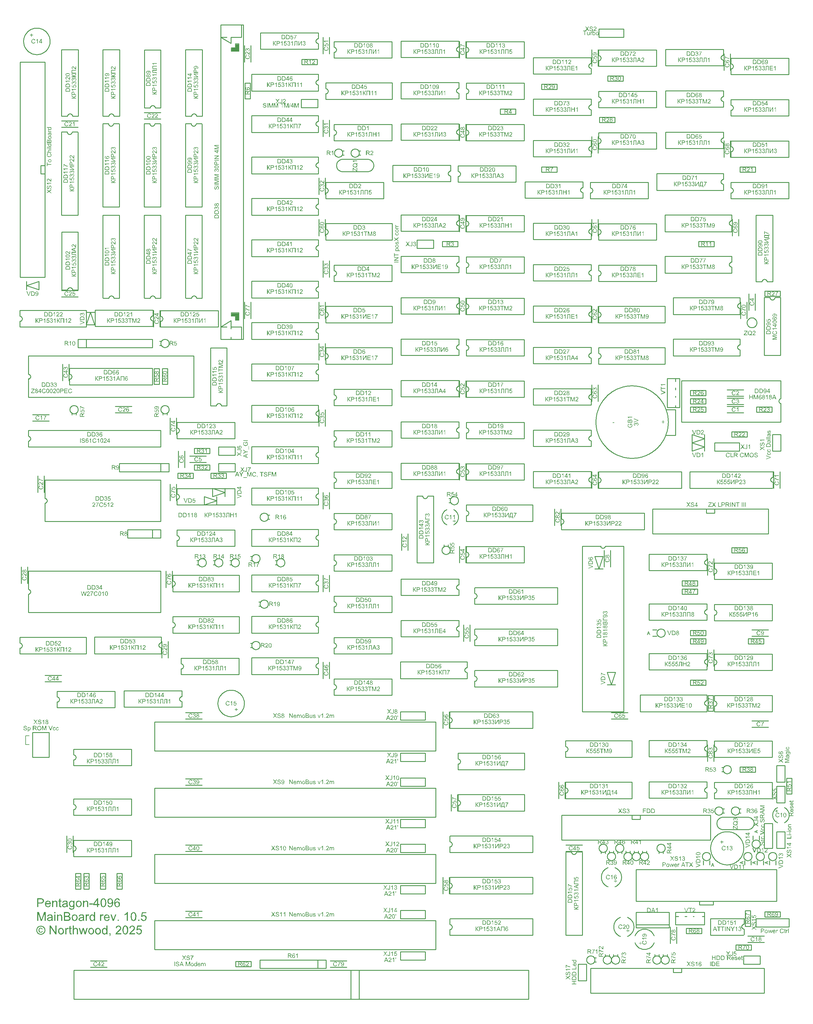
<source format=gto>
G04*
G04  File:            MAINBOARD-V10.5.4.GTO, Thu Sep 11 23:01:10 2025*
G04  Source:          P-CAD 2006 PCB, Version 19.02.958, (D:\PCAD-2006\Projects\Pentagon-4096\Hardware\MainBoard-v10.5.4.PCB)*
G04  Format:          Gerber Format (RS-274-D), ASCII*
G04*
G04  Format Options:  Absolute Positioning*
G04                   Leading-Zero Suppression*
G04                   Scale Factor 1:1*
G04                   NO Circular Interpolation*
G04                   Inch Units*
G04                   Numeric Format: 4.4 (XXXX.XXXX)*
G04                   G54 NOT Used for Aperture Change*
G04                   Apertures Embedded*
G04*
G04  File Options:    Offset = (0.0mil,0.0mil)*
G04                   Drill Symbol Size = 80.0mil*
G04                   No Pad/Via Holes*
G04*
G04  File Contents:   No Pads*
G04                   No Vias*
G04                   Designators*
G04                   Types*
G04                   Values*
G04                   No Drill Symbols*
G04                   Top Silk*
G04*
%INMAINBOARD-V10.5.4.GTO*%
%ICAS*%
%MOIN*%
G04*
G04  Aperture MACROs for general use --- invoked via D-code assignment *
G04*
G04  General MACRO for flashed round with rotation and/or offset hole *
%AMROTOFFROUND*
1,1,$1,0.0000,0.0000*
1,0,$2,$3,$4*%
G04*
G04  General MACRO for flashed oval (obround) with rotation and/or offset hole *
%AMROTOFFOVAL*
21,1,$1,$2,0.0000,0.0000,$3*
1,1,$4,$5,$6*
1,1,$4,0-$5,0-$6*
1,0,$7,$8,$9*%
G04*
G04  General MACRO for flashed oval (obround) with rotation and no hole *
%AMROTOVALNOHOLE*
21,1,$1,$2,0.0000,0.0000,$3*
1,1,$4,$5,$6*
1,1,$4,0-$5,0-$6*%
G04*
G04  General MACRO for flashed rectangle with rotation and/or offset hole *
%AMROTOFFRECT*
21,1,$1,$2,0.0000,0.0000,$3*
1,0,$4,$5,$6*%
G04*
G04  General MACRO for flashed rectangle with rotation and no hole *
%AMROTRECTNOHOLE*
21,1,$1,$2,0.0000,0.0000,$3*%
G04*
G04  General MACRO for flashed rounded-rectangle *
%AMROUNDRECT*
21,1,$1,$2-$4,0.0000,0.0000,$3*
21,1,$1-$4,$2,0.0000,0.0000,$3*
1,1,$4,$5,$6*
1,1,$4,$7,$8*
1,1,$4,0-$5,0-$6*
1,1,$4,0-$7,0-$8*
1,0,$9,$10,$11*%
G04*
G04  General MACRO for flashed rounded-rectangle with rotation and no hole *
%AMROUNDRECTNOHOLE*
21,1,$1,$2-$4,0.0000,0.0000,$3*
21,1,$1-$4,$2,0.0000,0.0000,$3*
1,1,$4,$5,$6*
1,1,$4,$7,$8*
1,1,$4,0-$5,0-$6*
1,1,$4,0-$7,0-$8*%
G04*
G04  General MACRO for flashed regular polygon *
%AMREGPOLY*
5,1,$1,0.0000,0.0000,$2,$3+$4*
1,0,$5,$6,$7*%
G04*
G04  General MACRO for flashed regular polygon with no hole *
%AMREGPOLYNOHOLE*
5,1,$1,0.0000,0.0000,$2,$3+$4*%
G04*
G04  General MACRO for target *
%AMTARGET*
6,0,0,$1,$2,$3,4,$4,$5,$6*%
G04*
G04  General MACRO for mounting hole *
%AMMTHOLE*
1,1,$1,0,0*
1,0,$2,0,0*
$1=$1-$2*
$1=$1/2*
21,1,$2+$1,$3,0,0,$4*
21,1,$3,$2+$1,0,0,$4*%
G04*
G04*
G04  D10 : "Ellipse X8.0mil Y8.0mil H0.0mil 0.0deg (0.0mil,0.0mil) Draw"*
G04  Disc: OuterDia=0.0080*
%ADD10C, 0.0080*%
G04  D11 : "Ellipse X10.0mil Y10.0mil H0.0mil 0.0deg (0.0mil,0.0mil) Draw"*
G04  Disc: OuterDia=0.0100*
%ADD11C, 0.0100*%
G04  D12 : "Ellipse X15.0mil Y15.0mil H0.0mil 0.0deg (0.0mil,0.0mil) Draw"*
G04  Disc: OuterDia=0.0150*
%ADD12C, 0.0150*%
G04  D13 : "Ellipse X25.0mil Y25.0mil H0.0mil 0.0deg (0.0mil,0.0mil) Draw"*
G04  Disc: OuterDia=0.0250*
%ADD13C, 0.0250*%
G04  D14 : "Ellipse X30.0mil Y30.0mil H0.0mil 0.0deg (0.0mil,0.0mil) Draw"*
G04  Disc: OuterDia=0.0300*
%ADD14C, 0.0300*%
G04  D15 : "Ellipse X40.0mil Y40.0mil H0.0mil 0.0deg (0.0mil,0.0mil) Draw"*
G04  Disc: OuterDia=0.0400*
%ADD15C, 0.0400*%
G04  D16 : "Ellipse X5.0mil Y5.0mil H0.0mil 0.0deg (0.0mil,0.0mil) Draw"*
G04  Disc: OuterDia=0.0050*
%ADD16C, 0.0050*%
G04  D17 : "Ellipse X6.0mil Y6.0mil H0.0mil 0.0deg (0.0mil,0.0mil) Draw"*
G04  Disc: OuterDia=0.0060*
%ADD17C, 0.0060*%
G04  D18 : "Ellipse X9.8mil Y9.8mil H0.0mil 0.0deg (0.0mil,0.0mil) Draw"*
G04  Disc: OuterDia=0.0098*
%ADD18C, 0.0098*%
G04  D19 : "Ellipse X110.0mil Y110.0mil H0.0mil 0.0deg (0.0mil,0.0mil) Flash"*
G04  Disc: OuterDia=0.1100*
%ADD19C, 0.1100*%
G04  D20 : "Ellipse X200.0mil Y200.0mil H0.0mil 0.0deg (0.0mil,0.0mil) Flash"*
G04  Disc: OuterDia=0.2000*
%ADD20C, 0.2000*%
G04  D21 : "Ellipse X215.0mil Y215.0mil H0.0mil 0.0deg (0.0mil,0.0mil) Flash"*
G04  Disc: OuterDia=0.2150*
%ADD21C, 0.2150*%
G04  D22 : "Ellipse X50.0mil Y50.0mil H0.0mil 0.0deg (0.0mil,0.0mil) Flash"*
G04  Disc: OuterDia=0.0500*
%ADD22C, 0.0500*%
G04  D23 : "Ellipse X56.0mil Y56.0mil H0.0mil 0.0deg (0.0mil,0.0mil) Flash"*
G04  Disc: OuterDia=0.0560*
%ADD23C, 0.0560*%
G04  D24 : "Ellipse X60.0mil Y60.0mil H0.0mil 0.0deg (0.0mil,0.0mil) Flash"*
G04  Disc: OuterDia=0.0600*
%ADD24C, 0.0600*%
G04  D25 : "Ellipse X64.0mil Y64.0mil H0.0mil 0.0deg (0.0mil,0.0mil) Flash"*
G04  Disc: OuterDia=0.0640*
%ADD25C, 0.0640*%
G04  D26 : "Ellipse X65.0mil Y65.0mil H0.0mil 0.0deg (0.0mil,0.0mil) Flash"*
G04  Disc: OuterDia=0.0650*
%ADD26C, 0.0650*%
G04  D27 : "Ellipse X71.0mil Y71.0mil H0.0mil 0.0deg (0.0mil,0.0mil) Flash"*
G04  Disc: OuterDia=0.0710*
%ADD27C, 0.0710*%
G04  D28 : "Ellipse X75.0mil Y75.0mil H0.0mil 0.0deg (0.0mil,0.0mil) Flash"*
G04  Disc: OuterDia=0.0750*
%ADD28C, 0.0750*%
G04  D29 : "Ellipse X79.0mil Y79.0mil H0.0mil 0.0deg (0.0mil,0.0mil) Flash"*
G04  Disc: OuterDia=0.0790*
%ADD29C, 0.0790*%
G04  D30 : "Ellipse X90.0mil Y90.0mil H0.0mil 0.0deg (0.0mil,0.0mil) Flash"*
G04  Disc: OuterDia=0.0900*
%ADD30C, 0.0900*%
G04  D31 : "Ellipse X95.0mil Y95.0mil H0.0mil 0.0deg (0.0mil,0.0mil) Flash"*
G04  Disc: OuterDia=0.0950*
%ADD31C, 0.0950*%
G04  D32 : "Oval X75.0mil Y87.0mil H0.0mil 0.0deg (0.0mil,0.0mil) Flash"*
G04  Obround: DimX=0.0750, DimY=0.0870, Rotation=0.0, OffsetX=0.0000, OffsetY=0.0000, HoleDia=0.0000 *
%ADD32O, 0.0750 X0.0870*%
G04  D33 : "Oval X90.0mil Y102.0mil H0.0mil 0.0deg (0.0mil,0.0mil) Flash"*
G04  Obround: DimX=0.0900, DimY=0.1020, Rotation=0.0, OffsetX=0.0000, OffsetY=0.0000, HoleDia=0.0000 *
%ADD33O, 0.0900 X0.1020*%
G04  D34 : "Rectangle X110.0mil Y110.0mil H0.0mil 0.0deg (0.0mil,0.0mil) Flash"*
G04  Square: Side=0.1100, Rotation=0.0, OffsetX=0.0000, OffsetY=0.0000, HoleDia=0.0000*
%ADD34R, 0.1100 X0.1100*%
G04  D35 : "Rectangle X50.0mil Y50.0mil H0.0mil 0.0deg (0.0mil,0.0mil) Flash"*
G04  Square: Side=0.0500, Rotation=0.0, OffsetX=0.0000, OffsetY=0.0000, HoleDia=0.0000*
%ADD35R, 0.0500 X0.0500*%
G04  D36 : "Rectangle X56.0mil Y56.0mil H0.0mil 0.0deg (0.0mil,0.0mil) Flash"*
G04  Square: Side=0.0560, Rotation=0.0, OffsetX=0.0000, OffsetY=0.0000, HoleDia=0.0000*
%ADD36R, 0.0560 X0.0560*%
G04  D37 : "Rectangle X60.0mil Y60.0mil H0.0mil 0.0deg (0.0mil,0.0mil) Flash"*
G04  Square: Side=0.0600, Rotation=0.0, OffsetX=0.0000, OffsetY=0.0000, HoleDia=0.0000*
%ADD37R, 0.0600 X0.0600*%
G04  D38 : "Rectangle X64.0mil Y64.0mil H0.0mil 0.0deg (0.0mil,0.0mil) Flash"*
G04  Square: Side=0.0640, Rotation=0.0, OffsetX=0.0000, OffsetY=0.0000, HoleDia=0.0000*
%ADD38R, 0.0640 X0.0640*%
G04  D39 : "Rectangle X65.0mil Y65.0mil H0.0mil 0.0deg (0.0mil,0.0mil) Flash"*
G04  Square: Side=0.0650, Rotation=0.0, OffsetX=0.0000, OffsetY=0.0000, HoleDia=0.0000*
%ADD39R, 0.0650 X0.0650*%
G04  D40 : "Rectangle X71.0mil Y71.0mil H0.0mil 0.0deg (0.0mil,0.0mil) Flash"*
G04  Square: Side=0.0710, Rotation=0.0, OffsetX=0.0000, OffsetY=0.0000, HoleDia=0.0000*
%ADD40R, 0.0710 X0.0710*%
G04  D41 : "Rectangle X75.0mil Y75.0mil H0.0mil 0.0deg (0.0mil,0.0mil) Flash"*
G04  Square: Side=0.0750, Rotation=0.0, OffsetX=0.0000, OffsetY=0.0000, HoleDia=0.0000*
%ADD41R, 0.0750 X0.0750*%
G04  D42 : "Rectangle X75.0mil Y87.0mil H0.0mil 0.0deg (0.0mil,0.0mil) Flash"*
G04  Rectangular: DimX=0.0750, DimY=0.0870, Rotation=0.0, OffsetX=0.0000, OffsetY=0.0000, HoleDia=0.0000 *
%ADD42R, 0.0750 X0.0870*%
G04  D43 : "Rectangle X79.0mil Y79.0mil H0.0mil 0.0deg (0.0mil,0.0mil) Flash"*
G04  Square: Side=0.0790, Rotation=0.0, OffsetX=0.0000, OffsetY=0.0000, HoleDia=0.0000*
%ADD43R, 0.0790 X0.0790*%
G04  D44 : "Rectangle X90.0mil Y102.0mil H0.0mil 0.0deg (0.0mil,0.0mil) Flash"*
G04  Rectangular: DimX=0.0900, DimY=0.1020, Rotation=0.0, OffsetX=0.0000, OffsetY=0.0000, HoleDia=0.0000 *
%ADD44R, 0.0900 X0.1020*%
G04  D45 : "Rectangle X95.0mil Y95.0mil H0.0mil 0.0deg (0.0mil,0.0mil) Flash"*
G04  Square: Side=0.0950, Rotation=0.0, OffsetX=0.0000, OffsetY=0.0000, HoleDia=0.0000*
%ADD45R, 0.0950 X0.0950*%
G04  D46 : "Ellipse X102.0mil Y102.0mil H0.0mil 0.0deg (0.0mil,0.0mil) Flash"*
G04  Disc: OuterDia=0.1020*
%ADD46C, 0.1020*%
G04  D47 : "Ellipse X118.0mil Y118.0mil H0.0mil 0.0deg (0.0mil,0.0mil) Flash"*
G04  Disc: OuterDia=0.1180*
%ADD47C, 0.1180*%
G04  D48 : "Ellipse X133.0mil Y133.0mil H0.0mil 0.0deg (0.0mil,0.0mil) Flash"*
G04  Disc: OuterDia=0.1330*
%ADD48C, 0.1330*%
G04  D49 : "Ellipse X20.0mil Y20.0mil H0.0mil 0.0deg (0.0mil,0.0mil) Flash"*
G04  Disc: OuterDia=0.0200*
%ADD49C, 0.0200*%
G04  D50 : "Ellipse X35.0mil Y35.0mil H0.0mil 0.0deg (0.0mil,0.0mil) Flash"*
G04  Disc: OuterDia=0.0350*
%ADD50C, 0.0350*%
G04  D51 : "Ellipse X55.0mil Y55.0mil H0.0mil 0.0deg (0.0mil,0.0mil) Flash"*
G04  Disc: OuterDia=0.0550*
%ADD51C, 0.0550*%
G04  D52 : "Ellipse X70.0mil Y70.0mil H0.0mil 0.0deg (0.0mil,0.0mil) Flash"*
G04  Disc: OuterDia=0.0700*
%ADD52C, 0.0700*%
G04  D53 : "Ellipse X87.0mil Y87.0mil H0.0mil 0.0deg (0.0mil,0.0mil) Flash"*
G04  Disc: OuterDia=0.0870*
%ADD53C, 0.0870*%
G04*
%FSLAX44Y44*%
%SFA1B1*%
%OFA0.0000B0.0000*%
G04*
G70*
G90*
G01*
D2*
%LNTop Silk*%
%LPD*%
D10*
D11*
X103981Y108600*
X104078Y108609D1*
X104172Y108638*
X104259Y108684*
X104334Y108746*
X104397Y108822*
X104443Y108908*
X104471Y109002*
X104481Y109100*
X104471Y109197*
X104443Y109291*
X104397Y109377*
X104334Y109453*
X104259Y109515*
X104172Y109562*
X104078Y109590*
X103981Y109600*
X103883Y109590*
X103790Y109562*
X103703Y109515*
X103627Y109453*
X103565Y109377*
X103519Y109291*
X103490Y109197*
X103481Y109100*
X103490Y109002*
X103519Y108908*
X103565Y108822*
X103627Y108746*
X103703Y108684*
X103790Y108638*
X103883Y108609*
X103981Y108600*
D2*
D10*
X102160Y131520*
X102600D1*
Y132600D2*
X102160D1*
Y131520*
D2*
D11*
X154375Y125500*
Y123500D1*
X153625D2*
Y125500D1*
D2*
D10*
D11*
X155375Y155500*
Y153500D1*
X154625D2*
Y155500D1*
D2*
D10*
D11*
X155375Y185500*
Y183500D1*
X154625D2*
Y185500D1*
D2*
D10*
D11*
X155375Y206500*
Y204500D1*
X154625D2*
Y206500D1*
D2*
D10*
D11*
X104375Y164000*
Y162000D1*
X103625D2*
Y164000D1*
D2*
D10*
D11*
X107375Y177500*
Y175500D1*
X106625D2*
Y177500D1*
D2*
D10*
D11*
X109812Y115937*
X109187D1*
X109812Y114062D2*
X109187D1*
Y115937*
X109812D2*
Y114062D1*
D2*
D10*
D11*
X108812Y115937*
X108187D1*
X108812Y114062D2*
X108187D1*
Y115937*
X108812D2*
Y114062D1*
D2*
D10*
D11*
X111812Y115937*
X111187D1*
X111812Y114062D2*
X111187D1*
Y115937*
X111812D2*
Y114062D1*
D2*
D10*
D11*
X118625Y142000*
Y144000D1*
X119375D2*
Y142000D1*
D2*
D10*
D11*
X118312Y176937*
X117687D1*
X118312Y175062D2*
X117687D1*
Y176937*
X118312D2*
Y175062D1*
D2*
D10*
D11*
X118750Y171350*
Y171550D1*
X119250Y171350D2*
Y171550D1*
X119000Y171499D2*
X119097Y171509D1*
X119191Y171538*
X119277Y171584*
X119353Y171646*
X119415Y171722*
X119461Y171808*
X119490Y171902*
X119500Y172000*
X119490Y172097*
X119461Y172191*
X119415Y172277*
X119353Y172353*
X119277Y172415*
X119191Y172461*
X119097Y172490*
X119000Y172500*
X118902Y172490*
X118808Y172461*
X118722Y172415*
X118646Y172353*
X118584Y172277*
X118538Y172191*
X118509Y172097*
X118499Y172000*
X118509Y171902*
X118538Y171808*
X118584Y171722*
X118646Y171646*
X118722Y171584*
X118808Y171538*
X118902Y171509*
X119000Y171499*
D2*
D10*
D11*
X119312Y176937*
X118687D1*
X119312Y175062D2*
X118687D1*
Y176937*
X119312D2*
Y175062D1*
D2*
D10*
D11*
X117625Y182000*
Y184000D1*
X118375D2*
Y182000D1*
D2*
D10*
D11*
X120625Y165000*
Y167000D1*
X121375D2*
Y165000D1*
D2*
D10*
D11*
X126850Y153750*
X127050D1*
X126850Y153250D2*
X127050D1*
X126999Y153500D2*
X127009Y153402D1*
X127038Y153308*
X127084Y153222*
X127146Y153146*
X127222Y153084*
X127308Y153038*
X127402Y153009*
X127500Y152999*
X127597Y153009*
X127691Y153038*
X127777Y153084*
X127853Y153146*
X127915Y153222*
X127961Y153308*
X127990Y153402*
X128000Y153500*
X127990Y153597*
X127961Y153691*
X127915Y153777*
X127853Y153853*
X127777Y153915*
X127691Y153961*
X127597Y153990*
X127500Y154000*
X127402Y153990*
X127308Y153961*
X127222Y153915*
X127146Y153853*
X127084Y153777*
X127038Y153691*
X127009Y153597*
X126999Y153500*
D2*
D10*
D11*
X138125Y139500*
Y141500D1*
X138875D2*
Y139500D1*
D2*
D10*
D11*
X138125Y150000*
Y152000D1*
X138875D2*
Y150000D1*
D2*
D10*
D11*
X138125Y160000*
Y162000D1*
X138875D2*
Y160000D1*
D2*
D10*
D11*
Y190000*
Y188000D1*
X138125D2*
Y190000D1*
D2*
D10*
D11*
X138875Y217000*
Y215000D1*
X138125D2*
Y217000D1*
D2*
D10*
D11*
X148375Y157000*
Y155000D1*
X147625D2*
Y157000D1*
D2*
D10*
D11*
X155375Y165500*
Y163500D1*
X154625D2*
Y165500D1*
D2*
D10*
D11*
X155375Y175500*
Y173500D1*
X154625D2*
Y175500D1*
D2*
D10*
D11*
X155375Y216500*
Y214500D1*
X154625D2*
Y216500D1*
D2*
D10*
D11*
X167375Y127000*
Y125000D1*
X166625D2*
Y127000D1*
D2*
D10*
D11*
X166875Y160000*
Y158000D1*
X166125D2*
Y160000D1*
D2*
D10*
D11*
X172750Y106150*
Y105950D1*
X172250Y106150D2*
Y105950D1*
X172500Y106000D2*
X172402Y105990D1*
X172308Y105961*
X172222Y105915*
X172146Y105853*
X172084Y105777*
X172038Y105691*
X172009Y105597*
X171999Y105500*
X172009Y105402*
X172038Y105308*
X172084Y105222*
X172146Y105146*
X172222Y105084*
X172308Y105038*
X172402Y105009*
X172500Y104999*
X172597Y105009*
X172691Y105038*
X172777Y105084*
X172853Y105146*
X172915Y105222*
X172961Y105308*
X172990Y105402*
X173000Y105500*
X172990Y105597*
X172961Y105691*
X172915Y105777*
X172853Y105853*
X172777Y105915*
X172691Y105961*
X172597Y105990*
X172500Y106000*
D2*
D10*
D11*
X173250Y118650*
Y118450D1*
X172750Y118650D2*
Y118450D1*
X173000Y118500D2*
X172902Y118490D1*
X172808Y118461*
X172722Y118415*
X172646Y118353*
X172584Y118277*
X172538Y118191*
X172509Y118097*
X172499Y118000*
X172509Y117902*
X172538Y117808*
X172584Y117722*
X172646Y117646*
X172722Y117584*
X172808Y117538*
X172902Y117509*
X173000Y117499*
X173097Y117509*
X173191Y117538*
X173277Y117584*
X173353Y117646*
X173415Y117722*
X173461Y117808*
X173490Y117902*
X173500Y118000*
X173490Y118097*
X173461Y118191*
X173415Y118277*
X173353Y118353*
X173277Y118415*
X173191Y118461*
X173097Y118490*
X173000Y118500*
D2*
D10*
D11*
X171750Y118350*
Y118550D1*
X172250Y118350D2*
Y118550D1*
X172000Y118499D2*
X172097Y118509D1*
X172191Y118538*
X172277Y118584*
X172353Y118646*
X172415Y118722*
X172461Y118808*
X172490Y118902*
X172500Y119000*
X172490Y119097*
X172461Y119191*
X172415Y119277*
X172353Y119353*
X172277Y119415*
X172191Y119461*
X172097Y119490*
X172000Y119500*
X171902Y119490*
X171808Y119461*
X171722Y119415*
X171646Y119353*
X171584Y119277*
X171538Y119191*
X171509Y119097*
X171499Y119000*
X171509Y118902*
X171538Y118808*
X171584Y118722*
X171646Y118646*
X171722Y118584*
X171808Y118538*
X171902Y118509*
X172000Y118499*
D2*
D10*
D11*
X173500Y140250*
X172500D1*
X173500Y138750D2*
X172500D1*
X173500Y140250D2*
X173000Y138750D1*
X172500Y140250*
D2*
D10*
D11*
X172125Y153000*
Y155000D1*
X172875D2*
Y153000D1*
D2*
D10*
D11*
X175250Y118650*
Y118450D1*
X174750Y118650D2*
Y118450D1*
X175000Y118500D2*
X174902Y118490D1*
X174808Y118461*
X174722Y118415*
X174646Y118353*
X174584Y118277*
X174538Y118191*
X174509Y118097*
X174499Y118000*
X174509Y117902*
X174538Y117808*
X174584Y117722*
X174646Y117646*
X174722Y117584*
X174808Y117538*
X174902Y117509*
X175000Y117499*
X175097Y117509*
X175191Y117538*
X175277Y117584*
X175353Y117646*
X175415Y117722*
X175461Y117808*
X175490Y117902*
X175500Y118000*
X175490Y118097*
X175461Y118191*
X175415Y118277*
X175353Y118353*
X175277Y118415*
X175191Y118461*
X175097Y118490*
X175000Y118500*
D2*
D10*
D11*
X176250Y118650*
Y118450D1*
X175750Y118650D2*
Y118450D1*
X176000Y118500D2*
X175902Y118490D1*
X175808Y118461*
X175722Y118415*
X175646Y118353*
X175584Y118277*
X175538Y118191*
X175509Y118097*
X175499Y118000*
X175509Y117902*
X175538Y117808*
X175584Y117722*
X175646Y117646*
X175722Y117584*
X175808Y117538*
X175902Y117509*
X176000Y117499*
X176097Y117509*
X176191Y117538*
X176277Y117584*
X176353Y117646*
X176415Y117722*
X176461Y117808*
X176490Y117902*
X176500Y118000*
X176490Y118097*
X176461Y118191*
X176415Y118277*
X176353Y118353*
X176277Y118415*
X176191Y118461*
X176097Y118490*
X176000Y118500*
D2*
D10*
D11*
X178750Y106150*
Y105950D1*
X178250Y106150D2*
Y105950D1*
X178500Y106000D2*
X178402Y105990D1*
X178308Y105961*
X178222Y105915*
X178146Y105853*
X178084Y105777*
X178038Y105691*
X178009Y105597*
X177999Y105500*
X178009Y105402*
X178038Y105308*
X178084Y105222*
X178146Y105146*
X178222Y105084*
X178308Y105038*
X178402Y105009*
X178500Y104999*
X178597Y105009*
X178691Y105038*
X178777Y105084*
X178853Y105146*
X178915Y105222*
X178961Y105308*
X178990Y105402*
X179000Y105500*
X178990Y105597*
X178961Y105691*
X178915Y105777*
X178853Y105853*
X178777Y105915*
X178691Y105961*
X178597Y105990*
X178500Y106000*
D2*
D10*
D11*
X184875Y117500*
Y117000D1*
X184125Y117500D2*
Y117000D1*
X185000Y118000D2*
X184990Y118097D1*
X184961Y118191*
X184915Y118277*
X184853Y118353*
X184777Y118415*
X184691Y118461*
X184597Y118490*
X184500Y118500*
X184402Y118490*
X184308Y118461*
X184222Y118415*
X184146Y118353*
X184084Y118277*
X184038Y118191*
X184009Y118097*
X183999Y118000*
X184009Y117902*
X184038Y117808*
X184084Y117722*
X184146Y117646*
X184222Y117584*
X184308Y117538*
X184402Y117509*
X184500Y117499*
X184597Y117509*
X184691Y117538*
X184777Y117584*
X184853Y117646*
X184915Y117722*
X184961Y117808*
X184990Y117902*
X185000Y118000*
D2*
D17*
X185400Y116793*
X185250Y117187D1*
X185100Y116793*
X185156Y116925D2*
X185343D1*
D2*
D10*
D11*
X184625Y129500*
Y131500D1*
X185375D2*
Y129500D1*
D2*
D10*
D11*
Y143000*
Y141000D1*
X184625D2*
Y143000D1*
D2*
D10*
D11*
X184687Y135562*
X185312D1*
X184687Y137437D2*
X185312D1*
Y135562*
X184687D2*
Y137437D1*
D2*
D10*
D11*
X185375Y154000*
Y152000D1*
X184625D2*
Y154000D1*
D2*
D10*
D11*
X187375Y204500*
Y202500D1*
X186625D2*
Y204500D1*
D2*
D10*
D11*
X187375Y215000*
Y213000D1*
X186625D2*
Y215000D1*
D2*
D10*
D11*
X190125Y120000*
Y120500D1*
X190875Y120000D2*
Y120500D1*
X189999Y119500D2*
X190009Y119402D1*
X190038Y119308*
X190084Y119222*
X190146Y119146*
X190222Y119084*
X190308Y119038*
X190402Y119009*
X190500Y118999*
X190597Y119009*
X190691Y119038*
X190777Y119084*
X190853Y119146*
X190915Y119222*
X190961Y119308*
X190990Y119402*
X191000Y119500*
X190990Y119597*
X190961Y119691*
X190915Y119777*
X190853Y119853*
X190777Y119915*
X190691Y119961*
X190597Y119990*
X190500Y120000*
X190402Y119990*
X190308Y119961*
X190222Y119915*
X190146Y119853*
X190084Y119777*
X190038Y119691*
X190009Y119597*
X189999Y119500*
D2*
D17*
X190706Y121150*
X190312Y121000D1*
X190706Y120850*
X190575Y120906D2*
Y121093D1*
D2*
D11*
D10*
D11*
X189625Y184000*
Y186000D1*
X190375D2*
Y184000D1*
D2*
D10*
D11*
X193077Y123906*
X192990Y123860D1*
X192907Y123805*
X192831Y123743*
X192761Y123674*
X192698Y123598*
X192643Y123516*
X192596Y123429*
X192559Y123338*
X192530Y123244*
X192510Y123147*
X192501Y123049*
Y122950*
X192510Y122852*
X192530Y122755*
X192559Y122661*
X192596Y122570*
X192643Y122483*
X192698Y122401*
X192761Y122325*
X192831Y122256*
X192907Y122194*
X192990Y122139*
X193077Y122093*
X193922D2*
X194009Y122139D1*
X194092Y122194*
X194168Y122256*
X194238Y122325*
X194301Y122401*
X194356Y122483*
X194403Y122570*
X194440Y122661*
X194469Y122755*
X194489Y122852*
X194498Y122950*
Y123049*
X194489Y123147*
X194469Y123244*
X194440Y123338*
X194403Y123429*
X194356Y123516*
X194301Y123598*
X194238Y123674*
X194168Y123743*
X194092Y123805*
X194009Y123860*
X193922Y123906*
D2*
D10*
D11*
X194000Y129000*
X193000D1*
Y127000D2*
X194000D1*
Y129000*
X193000D2*
Y127000D1*
D2*
D10*
D11*
X192625Y162500*
Y164500D1*
X193375D2*
Y162500D1*
D2*
D10*
D11*
X109500Y182250*
X110500D1*
X109500Y183750D2*
X110500D1*
X109500Y182250D2*
X110000Y183750D1*
X110500Y182250*
D2*
D10*
D11*
X138875Y207000*
Y205000D1*
X138125D2*
Y207000D1*
D2*
D10*
D11*
X155375Y195500*
Y193500D1*
X154625D2*
Y195500D1*
D2*
D10*
D11*
X180125Y107500*
Y109500D1*
X180875D2*
Y107500D1*
D2*
D10*
D11*
X187625Y193000*
Y195000D1*
X188375D2*
Y193000D1*
D2*
D10*
D11*
X189187Y109562*
X189812D1*
X189187Y111437D2*
X189812D1*
Y109562*
X189187D2*
Y111437D1*
D2*
D10*
D11*
X193000Y119000*
X194000D1*
Y121000D2*
X193000D1*
Y119000*
X194000D2*
Y121000D1*
D2*
D10*
D11*
X106500Y139125*
X104500D1*
Y139875D2*
X106500D1*
D2*
D10*
D11*
X119875Y152500*
Y150500D1*
X119125D2*
Y152500D1*
D2*
D10*
D11*
X118500Y156500*
Y157500D1*
X117500Y156500D2*
Y157500D1*
X114500D2*
Y156500D1*
X118500*
Y157500D2*
X114500D1*
D2*
D10*
D11*
X113000Y172375*
X115000D1*
Y171625D2*
X113000D1*
D2*
D10*
D11*
X116500Y207875*
X118500D1*
Y207125D2*
X116500D1*
D2*
D10*
D11*
X130350Y148750*
X130550D1*
X130350Y148250D2*
X130550D1*
X130499Y148500D2*
X130509Y148402D1*
X130538Y148308*
X130584Y148222*
X130646Y148146*
X130722Y148084*
X130808Y148038*
X130902Y148009*
X131000Y147999*
X131097Y148009*
X131191Y148038*
X131277Y148084*
X131353Y148146*
X131415Y148222*
X131461Y148308*
X131490Y148402*
X131500Y148500*
X131490Y148597*
X131461Y148691*
X131415Y148777*
X131353Y148853*
X131277Y148915*
X131191Y148961*
X131097Y148990*
X131000Y149000*
X130902Y148990*
X130808Y148961*
X130722Y148915*
X130646Y148853*
X130584Y148777*
X130538Y148691*
X130509Y148597*
X130499Y148500*
D2*
D10*
D11*
X124562Y164312*
Y163687D1*
X126437Y164312D2*
Y163687D1*
X124562*
Y164312D2*
X126437D1*
D2*
D10*
D11*
X124000Y165625*
X122000D1*
Y166375D2*
X124000D1*
D2*
D10*
D11*
X122562Y167312*
Y166687D1*
X124437Y167312D2*
Y166687D1*
X122562*
Y167312D2*
X124437D1*
D2*
D10*
D11*
X142650Y202750*
X142450D1*
X142650Y203250D2*
X142450D1*
X142500Y203000D2*
X142490Y203097D1*
X142461Y203191*
X142415Y203277*
X142353Y203353*
X142277Y203415*
X142191Y203461*
X142097Y203490*
X142000Y203500*
X141902Y203490*
X141808Y203461*
X141722Y203415*
X141646Y203353*
X141584Y203277*
X141538Y203191*
X141509Y203097*
X141499Y203000*
X141509Y202902*
X141538Y202808*
X141584Y202722*
X141646Y202646*
X141722Y202584*
X141808Y202538*
X141902Y202509*
X142000Y202499*
X142097Y202509*
X142191Y202538*
X142277Y202584*
X142353Y202646*
X142415Y202722*
X142461Y202808*
X142490Y202902*
X142500Y203000*
D2*
D10*
D11*
X140650Y202750*
X140450D1*
X140650Y203250D2*
X140450D1*
X140500Y203000D2*
X140490Y203097D1*
X140461Y203191*
X140415Y203277*
X140353Y203353*
X140277Y203415*
X140191Y203461*
X140097Y203490*
X140000Y203500*
X139902Y203490*
X139808Y203461*
X139722Y203415*
X139646Y203353*
X139584Y203277*
X139538Y203191*
X139509Y203097*
X139499Y203000*
X139509Y202902*
X139538Y202808*
X139584Y202722*
X139646Y202646*
X139722Y202584*
X139808Y202538*
X139902Y202509*
X140000Y202499*
X140097Y202509*
X140191Y202538*
X140277Y202584*
X140353Y202646*
X140415Y202722*
X140461Y202808*
X140490Y202902*
X140500Y203000*
D2*
D10*
D11*
X135562Y214312*
Y213687D1*
X137437Y214312D2*
Y213687D1*
X135562*
Y214312D2*
X137437D1*
D2*
D10*
D11*
X150500Y119500*
Y118500D1*
X147500D2*
Y119500D1*
X150500Y118500D2*
X147500D1*
Y119500D2*
X150500D1*
D2*
D10*
D11*
Y122500*
Y121500D1*
X147500D2*
Y122500D1*
X150500Y121500D2*
X147500D1*
Y122500D2*
X150500D1*
D2*
D10*
D11*
Y127500*
Y126500D1*
X147500D2*
Y127500D1*
X150500Y126500D2*
X147500D1*
Y127500D2*
X150500D1*
D2*
D10*
D11*
Y130500*
Y129500D1*
X147500D2*
Y130500D1*
X150500Y129500D2*
X147500D1*
Y130500D2*
X150500D1*
D2*
D10*
D11*
X161437Y207687*
Y208312D1*
X159562Y207687D2*
Y208312D1*
X161437*
Y207687D2*
X159562D1*
D2*
D10*
D11*
X166437Y210687*
Y211312D1*
X164562Y210687D2*
Y211312D1*
X166437*
Y210687D2*
X164562D1*
D2*
D10*
D11*
X174918Y110650*
X175010Y110612D1*
X175099Y110567*
X175184Y110514*
X175264Y110455*
X175339Y110390*
X175409Y110319*
X175473Y110242*
X175530Y110160*
X175580Y110074*
X175623Y109984*
X175659Y109891*
X175687Y109796*
X175707Y109698*
X175719Y109599*
X175723Y109500*
X175719Y109400*
X175707Y109301*
X175687Y109203*
X175659Y109108*
X175623Y109015*
X175580Y108925*
X175530Y108839*
X175473Y108757*
X175409Y108680*
X175339Y108609*
X175264Y108544*
X175184Y108485*
X175099Y108432*
X175010Y108387*
X174918Y108349*
X174081D2*
X173989Y108387D1*
X173900Y108432*
X173815Y108485*
X173735Y108544*
X173660Y108609*
X173590Y108680*
X173526Y108757*
X173469Y108839*
X173419Y108925*
X173376Y109015*
X173340Y109108*
X173312Y109203*
X173292Y109301*
X173280Y109400*
X173276Y109500*
X173280Y109599*
X173292Y109698*
X173312Y109796*
X173340Y109891*
X173376Y109984*
X173419Y110074*
X173469Y110160*
X173526Y110242*
X173590Y110319*
X173660Y110390*
X173735Y110455*
X173815Y110514*
X173900Y110567*
X173989Y110612*
X174081Y110650*
D2*
D10*
D11*
X173418Y114349*
X173510Y114387D1*
X173599Y114432*
X173684Y114485*
X173764Y114544*
X173839Y114609*
X173909Y114680*
X173973Y114757*
X174030Y114839*
X174080Y114925*
X174123Y115015*
X174159Y115108*
X174187Y115203*
X174207Y115301*
X174219Y115400*
X174223Y115500*
X174219Y115599*
X174207Y115698*
X174187Y115796*
X174159Y115891*
X174123Y115984*
X174080Y116074*
X174030Y116160*
X173973Y116242*
X173909Y116319*
X173839Y116390*
X173764Y116455*
X173684Y116514*
X173599Y116567*
X173510Y116612*
X173418Y116650*
X172581D2*
X172489Y116612D1*
X172400Y116567*
X172315Y116514*
X172235Y116455*
X172160Y116390*
X172090Y116319*
X172026Y116242*
X171969Y116160*
X171919Y116074*
X171876Y115984*
X171840Y115891*
X171812Y115796*
X171792Y115698*
X171780Y115599*
X171776Y115500*
X171780Y115400*
X171792Y115301*
X171812Y115203*
X171840Y115108*
X171876Y115015*
X171919Y114925*
X171969Y114839*
X172026Y114757*
X172090Y114680*
X172160Y114609*
X172235Y114544*
X172315Y114485*
X172400Y114432*
X172489Y114387*
X172581Y114349*
D2*
D10*
D11*
X178750Y118350*
Y118550D1*
X179250Y118350D2*
Y118550D1*
X179000Y118499D2*
X179097Y118509D1*
X179191Y118538*
X179277Y118584*
X179353Y118646*
X179415Y118722*
X179461Y118808*
X179490Y118902*
X179500Y119000*
X179490Y119097*
X179461Y119191*
X179415Y119277*
X179353Y119353*
X179277Y119415*
X179191Y119461*
X179097Y119490*
X179000Y119500*
X178902Y119490*
X178808Y119461*
X178722Y119415*
X178646Y119353*
X178584Y119277*
X178538Y119191*
X178509Y119097*
X178499Y119000*
X178509Y118902*
X178538Y118808*
X178584Y118722*
X178646Y118646*
X178722Y118584*
X178808Y118538*
X178902Y118509*
X179000Y118499*
D2*
D10*
D11*
X178000Y144625*
X178500D1*
X178000Y145375D2*
X178500D1*
X179000Y144499D2*
X179097Y144509D1*
X179191Y144538*
X179277Y144584*
X179353Y144646*
X179415Y144722*
X179461Y144808*
X179490Y144902*
X179500Y145000*
X179490Y145097*
X179461Y145191*
X179415Y145277*
X179353Y145353*
X179277Y145415*
X179191Y145461*
X179097Y145490*
X179000Y145500*
X178902Y145490*
X178808Y145461*
X178722Y145415*
X178646Y145353*
X178584Y145277*
X178538Y145191*
X178509Y145097*
X178499Y145000*
X178509Y144902*
X178538Y144808*
X178584Y144722*
X178646Y144646*
X178722Y144584*
X178808Y144538*
X178902Y144509*
X179000Y144499*
D2*
D17*
X177650Y144793*
X177500Y145187D1*
X177350Y144793*
X177406Y144925D2*
X177593D1*
D2*
D11*
D10*
D11*
X171375Y164500*
Y162500D1*
X170625D2*
Y164500D1*
D2*
D10*
D11*
X172562Y212312*
Y211687D1*
X174437Y212312D2*
Y211687D1*
X172562*
Y212312D2*
X174437D1*
D2*
D10*
D11*
X171375Y215500*
Y213500D1*
X170625D2*
Y215500D1*
D2*
D10*
D11*
X188062Y107312*
Y106687D1*
X189937Y107312D2*
Y106687D1*
X188062*
Y107312D2*
X189937D1*
D2*
D10*
D11*
X186500Y121250*
X186402Y121256D1*
X186305Y121275*
X186212Y121307*
X186125Y121350*
X186043Y121404*
X185969Y121469*
X185904Y121543*
X185850Y121625*
X185807Y121712*
X185775Y121805*
X185756Y121902*
X185750Y122000*
X185756Y122097*
X185775Y122194*
X185807Y122287*
X185850Y122375*
X185904Y122456*
X185969Y122530*
X186043Y122595*
X186125Y122649*
X186212Y122692*
X186305Y122724*
X186402Y122743*
X186500Y122750*
X189500D2*
X189597Y122743D1*
X189694Y122724*
X189787Y122692*
X189875Y122649*
X189956Y122595*
X190030Y122530*
X190095Y122456*
X190149Y122375*
X190192Y122287*
X190224Y122194*
X190243Y122097*
X190250Y122000*
X190243Y121902*
X190224Y121805*
X190192Y121712*
X190149Y121625*
X190095Y121543*
X190030Y121469*
X189956Y121404*
X189875Y121350*
X189787Y121307*
X189694Y121275*
X189597Y121256*
X189500Y121250*
X186500D2*
X189500D1*
X186500Y122750D2*
X189500D1*
D2*
D10*
D11*
X192000Y133625*
X190000D1*
Y134375D2*
X192000D1*
D2*
D10*
D11*
X184437Y138687*
Y139312D1*
X182562Y138687D2*
Y139312D1*
X184437*
Y138687D2*
X182562D1*
D2*
D10*
D11*
X190000Y145375*
X192000D1*
Y144625D2*
X190000D1*
D2*
D10*
D11*
X184437Y144687*
Y145312D1*
X182562Y144687D2*
Y145312D1*
X184437*
Y144687D2*
X182562D1*
D2*
D10*
D11*
X189437Y154687*
Y155312D1*
X187562Y154687D2*
Y155312D1*
X189437*
Y154687D2*
X187562D1*
D2*
D10*
D11*
Y169312*
Y168687D1*
X189437Y169312D2*
Y168687D1*
X187562*
Y169312D2*
X189437D1*
D2*
D10*
D11*
X189000Y171625*
X187000D1*
Y172375D2*
X189000D1*
D2*
D10*
D11*
X187000Y173375*
X189000D1*
Y172625D2*
X187000D1*
D2*
D10*
D11*
X182562Y173312*
Y172687D1*
X184437Y173312D2*
Y172687D1*
X182562*
Y173312D2*
X184437D1*
D2*
D10*
D11*
Y171687*
Y172312D1*
X182562Y171687D2*
Y172312D1*
X184437*
Y171687D2*
X182562D1*
D2*
D10*
D11*
X107875Y120500*
Y118500D1*
X107125D2*
Y120500D1*
D2*
D10*
D11*
X102375Y153000*
Y151000D1*
X101625D2*
Y153000D1*
D2*
D10*
D11*
X103000Y171375*
X105000D1*
Y170625D2*
X103000D1*
D2*
D10*
D11*
X107750Y171350*
Y171550D1*
X108250Y171350D2*
Y171550D1*
X108000Y171499D2*
X108097Y171509D1*
X108191Y171538*
X108277Y171584*
X108353Y171646*
X108415Y171722*
X108461Y171808*
X108490Y171902*
X108500Y172000*
X108490Y172097*
X108461Y172191*
X108415Y172277*
X108353Y172353*
X108277Y172415*
X108191Y172461*
X108097Y172490*
X108000Y172500*
X107902Y172490*
X107808Y172461*
X107722Y172415*
X107646Y172353*
X107584Y172277*
X107538Y172191*
X107509Y172097*
X107499Y172000*
X107509Y171902*
X107538Y171808*
X107584Y171722*
X107646Y171646*
X107722Y171584*
X107808Y171538*
X107902Y171509*
X108000Y171499*
D2*
D10*
D11*
X103750Y186500*
Y187500D1*
X102250Y186500D2*
Y187500D1*
X103750Y186500D2*
X102250Y187000D1*
X103750Y187500*
D2*
D10*
D11*
X106500Y186375*
X108500D1*
Y185625D2*
X106500D1*
D2*
D10*
D11*
Y206875*
X108500D1*
Y206125D2*
X106500D1*
D2*
D10*
D11*
X112000Y104625*
X110000D1*
Y105375D2*
X112000D1*
D2*
D10*
D11*
X113812Y115937*
X113187D1*
X113812Y114062D2*
X113187D1*
Y115937*
X113812D2*
Y114062D1*
D2*
D10*
D18*
X121051Y136723*
X120958Y136738D1*
X120874Y136780*
X120808Y136847*
X120765Y136930*
X120751Y137023*
X120765Y137116*
X120808Y137199*
X120874Y137266*
X120958Y137308*
X121051Y137323*
Y136723D2*
Y136039D1*
X114043Y138007D2*
X121051D1*
Y136039D2*
X114043D1*
X121051Y138007D2*
Y137323D1*
X114043Y136039D2*
Y138007D1*
D2*
D10*
D11*
X113500Y164500*
Y165500D1*
X118500D2*
Y164500D1*
X119500Y165500D2*
Y164500D1*
X113500Y165500D2*
X119500D1*
Y164500D2*
X113500D1*
D2*
D10*
D11*
X120375Y163000*
Y161000D1*
X119625D2*
Y163000D1*
D2*
D10*
D11*
X118350Y180250*
X118550D1*
X118350Y179750D2*
X118550D1*
X118499Y180000D2*
X118509Y179902D1*
X118538Y179808*
X118584Y179722*
X118646Y179646*
X118722Y179584*
X118808Y179538*
X118902Y179509*
X119000Y179499*
X119097Y179509*
X119191Y179538*
X119277Y179584*
X119353Y179646*
X119415Y179722*
X119461Y179808*
X119490Y179902*
X119500Y180000*
X119490Y180097*
X119461Y180191*
X119415Y180277*
X119353Y180353*
X119277Y180415*
X119191Y180461*
X119097Y180490*
X119000Y180500*
X118902Y180490*
X118808Y180461*
X118722Y180415*
X118646Y180353*
X118584Y180277*
X118538Y180191*
X118509Y180097*
X118499Y180000*
D2*
D10*
D18*
X112823Y207448*
X112808Y207541D1*
X112766Y207625*
X112699Y207691*
X112616Y207734*
X112523Y207748*
X112430Y207734*
X112347Y207691*
X112280Y207625*
X112238Y207541*
X112223Y207448*
X111500*
X113508Y215500D2*
Y207449D1*
X111500D2*
Y215500D1*
X113507Y207448D2*
X112823D1*
X111500Y215500D2*
X113500D1*
D2*
D10*
D18*
X117223Y208448*
X117238Y208541D1*
X117280Y208625*
X117347Y208691*
X117430Y208734*
X117523Y208748*
X117616Y208734*
X117699Y208691*
X117766Y208625*
X117808Y208541*
X117823Y208448*
X117223D2*
X116539D1*
X118507Y215456D2*
Y208448D1*
X116539D2*
Y215456D1*
X118507Y208448D2*
X117823D1*
X116539Y215456D2*
X118507D1*
D2*
D10*
D11*
X129437Y104687*
Y105312D1*
X127562Y104687D2*
Y105312D1*
X129437*
Y104687D2*
X127562D1*
D2*
D10*
D11*
X127000Y134900*
X127099Y134903D1*
X127198Y134912*
X127296Y134928*
X127393Y134949*
X127489Y134977*
X127583Y135010*
X127674Y135049*
X127763Y135094*
X127849Y135144*
X127932Y135200*
X128011Y135260*
X128086Y135325*
X128157Y135395*
X128223Y135469*
X128285Y135547*
X128341Y135629*
X128393Y135714*
X128439Y135802*
X128480Y135893*
X128514Y135986*
X128543Y136082*
X128566Y136178*
X128583Y136276*
X128594Y136375*
X128599Y136475*
X128597Y136574*
X128590Y136673*
X128576Y136772*
X128556Y136869*
X128530Y136965*
X128498Y137060*
X128460Y137152*
X128417Y137241*
X128368Y137328*
X128314Y137411*
X128254Y137491*
X128190Y137567*
X128122Y137639*
X128049Y137707*
X127972Y137770*
X127891Y137828*
X127806Y137881*
X127719Y137928*
X127629Y137970*
X127536Y138006*
X127441Y138037*
X127345Y138061*
X127247Y138080*
X127149Y138092*
X127049Y138098*
X126950*
X126850Y138092*
X126752Y138080*
X126654Y138061*
X126558Y138037*
X126463Y138006*
X126370Y137970*
X126280Y137928*
X126193Y137881*
X126108Y137828*
X126027Y137770*
X125950Y137707*
X125877Y137639*
X125809Y137567*
X125745Y137491*
X125685Y137411*
X125631Y137328*
X125582Y137241*
X125539Y137152*
X125501Y137060*
X125469Y136965*
X125443Y136869*
X125423Y136772*
X125409Y136673*
X125402Y136574*
X125400Y136475*
X125405Y136375*
X125416Y136276*
X125433Y136178*
X125456Y136082*
X125485Y135986*
X125519Y135893*
X125560Y135802*
X125606Y135714*
X125658Y135629*
X125714Y135547*
X125776Y135469*
X125842Y135395*
X125913Y135325*
X125988Y135260*
X126067Y135200*
X126150Y135144*
X126236Y135094*
X126325Y135049*
X126416Y135010*
X126510Y134977*
X126606Y134949*
X126703Y134928*
X126801Y134912*
X126900Y134903*
X127000Y134900*
D2*
D10*
D11*
X129350Y143750*
X129550D1*
X129350Y143250D2*
X129550D1*
X129499Y143500D2*
X129509Y143402D1*
X129538Y143308*
X129584Y143222*
X129646Y143146*
X129722Y143084*
X129808Y143038*
X129902Y143009*
X130000Y142999*
X130097Y143009*
X130191Y143038*
X130277Y143084*
X130353Y143146*
X130415Y143222*
X130461Y143308*
X130490Y143402*
X130500Y143500*
X130490Y143597*
X130461Y143691*
X130415Y143777*
X130353Y143853*
X130277Y143915*
X130191Y143961*
X130097Y143990*
X130000Y144000*
X129902Y143990*
X129808Y143961*
X129722Y143915*
X129646Y143853*
X129584Y143777*
X129538Y143691*
X129509Y143597*
X129499Y143500*
D2*
D10*
D11*
X122850Y153750*
X123050D1*
X122850Y153250D2*
X123050D1*
X122999Y153500D2*
X123009Y153402D1*
X123038Y153308*
X123084Y153222*
X123146Y153146*
X123222Y153084*
X123308Y153038*
X123402Y153009*
X123500Y152999*
X123597Y153009*
X123691Y153038*
X123777Y153084*
X123853Y153146*
X123915Y153222*
X123961Y153308*
X123990Y153402*
X124000Y153500*
X123990Y153597*
X123961Y153691*
X123915Y153777*
X123853Y153853*
X123777Y153915*
X123691Y153961*
X123597Y153990*
X123500Y154000*
X123402Y153990*
X123308Y153961*
X123222Y153915*
X123146Y153853*
X123084Y153777*
X123038Y153691*
X123009Y153597*
X122999Y153500*
D2*
D10*
D11*
X124850Y153750*
X125050D1*
X124850Y153250D2*
X125050D1*
X124999Y153500D2*
X125009Y153402D1*
X125038Y153308*
X125084Y153222*
X125146Y153146*
X125222Y153084*
X125308Y153038*
X125402Y153009*
X125500Y152999*
X125597Y153009*
X125691Y153038*
X125777Y153084*
X125853Y153146*
X125915Y153222*
X125961Y153308*
X125990Y153402*
X126000Y153500*
X125990Y153597*
X125961Y153691*
X125915Y153777*
X125853Y153853*
X125777Y153915*
X125691Y153961*
X125597Y153990*
X125500Y154000*
X125402Y153990*
X125308Y153961*
X125222Y153915*
X125146Y153853*
X125084Y153777*
X125038Y153691*
X125009Y153597*
X124999Y153500*
D2*
D10*
D11*
X129350Y154250*
X129550D1*
X129350Y153750D2*
X129550D1*
X129499Y154000D2*
X129509Y153902D1*
X129538Y153808*
X129584Y153722*
X129646Y153646*
X129722Y153584*
X129808Y153538*
X129902Y153509*
X130000Y153499*
X130097Y153509*
X130191Y153538*
X130277Y153584*
X130353Y153646*
X130415Y153722*
X130461Y153808*
X130490Y153902*
X130500Y154000*
X130490Y154097*
X130461Y154191*
X130415Y154277*
X130353Y154353*
X130277Y154415*
X130191Y154461*
X130097Y154490*
X130000Y154500*
X129902Y154490*
X129808Y154461*
X129722Y154415*
X129646Y154353*
X129584Y154277*
X129538Y154191*
X129509Y154097*
X129499Y154000*
D2*
D10*
D11*
X124750Y162500*
Y161500D1*
X126250Y162500D2*
Y161500D1*
X124750Y162500D2*
X126250Y162000D1*
X124750Y161500*
D2*
D10*
D11*
X122562Y165312*
Y164687D1*
X124437Y165312D2*
Y164687D1*
X122562*
Y165312D2*
X124437D1*
D2*
D10*
D11*
X125500Y166500*
Y167500D1*
X127500D2*
Y166500D1*
X125500*
Y167500D2*
X127500D1*
D2*
D10*
D11*
X125500Y164500*
Y165500D1*
X127500D2*
Y164500D1*
X125500*
Y165500D2*
X127500D1*
D2*
D10*
D18*
X125823Y172448*
X125808Y172541D1*
X125766Y172625*
X125699Y172691*
X125616Y172734*
X125523Y172748*
X125430Y172734*
X125347Y172691*
X125280Y172625*
X125238Y172541*
X125223Y172448*
X124539*
X126507Y179456D2*
Y172448D1*
X124539D2*
Y179456D1*
X126507Y172448D2*
X125823D1*
X124539Y179456D2*
X126507D1*
D2*
D10*
D11*
X129375Y185000*
Y183000D1*
X128625D2*
Y185000D1*
D2*
D10*
D11*
X128687Y209562*
X129312D1*
X128687Y211437D2*
X129312D1*
Y209562*
X128687D2*
Y211437D1*
D2*
D10*
D11*
X128625Y214000*
Y216000D1*
X129375D2*
Y214000D1*
D2*
D10*
D11*
X139000Y105375*
X141000D1*
Y104625D2*
X139000D1*
D2*
D10*
D11*
X138375Y180000*
Y178000D1*
X137625D2*
Y180000D1*
D2*
D10*
D11*
Y170000*
Y172000D1*
X138375D2*
Y170000D1*
D2*
D10*
D11*
Y185000*
Y183000D1*
X137625D2*
Y185000D1*
D2*
D10*
D11*
X140500Y200750*
X140402Y200756D1*
X140305Y200775*
X140212Y200807*
X140125Y200850*
X140043Y200904*
X139969Y200969*
X139904Y201043*
X139850Y201125*
X139807Y201212*
X139775Y201305*
X139756Y201402*
X139750Y201500*
X139756Y201597*
X139775Y201694*
X139807Y201787*
X139850Y201875*
X139904Y201956*
X139969Y202030*
X140043Y202095*
X140125Y202149*
X140212Y202192*
X140305Y202224*
X140402Y202243*
X140500Y202250*
X143500D2*
X143597Y202243D1*
X143694Y202224*
X143787Y202192*
X143875Y202149*
X143956Y202095*
X144030Y202030*
X144095Y201956*
X144149Y201875*
X144192Y201787*
X144224Y201694*
X144243Y201597*
X144250Y201500*
X144243Y201402*
X144224Y201305*
X144192Y201212*
X144149Y201125*
X144095Y201043*
X144030Y200969*
X143956Y200904*
X143875Y200850*
X143787Y200807*
X143694Y200775*
X143597Y200756*
X143500Y200750*
X140500D2*
X143500D1*
X140500Y202250D2*
X143500D1*
D2*
D10*
D11*
X138375Y200000*
Y198000D1*
X137625D2*
Y200000D1*
D2*
D10*
D11*
X153375Y115500*
Y113500D1*
X152625D2*
Y115500D1*
D2*
D10*
D18*
X155551Y140223*
X155458Y140238D1*
X155374Y140280*
X155308Y140347*
X155265Y140430*
X155251Y140523*
X155265Y140616*
X155308Y140699*
X155374Y140766*
X155458Y140808*
X155551Y140823*
Y140223D2*
Y139500D1*
X147500Y141508D2*
X155551D1*
Y139500D2*
X147500D1*
X155551Y141507D2*
Y140823D1*
X147500Y139500D2*
Y141500D1*
D2*
D10*
D11*
X150500Y135500*
Y134500D1*
X147500D2*
Y135500D1*
X150500Y134500D2*
X147500D1*
Y135500D2*
X150500D1*
D2*
D10*
D18*
X154551Y150223*
X154458Y150238D1*
X154374Y150280*
X154308Y150347*
X154265Y150430*
X154251Y150523*
X154265Y150616*
X154308Y150699*
X154374Y150766*
X154458Y150808*
X154551Y150823*
Y150223D2*
Y149539D1*
X147543Y151507D2*
X154551D1*
Y149539D2*
X147543D1*
X154551Y151507D2*
Y150823D1*
X147543Y149539D2*
Y151507D1*
D2*
D10*
D11*
X153250Y155650*
Y155450D1*
X152750Y155650D2*
Y155450D1*
X153000Y155500D2*
X152902Y155490D1*
X152808Y155461*
X152722Y155415*
X152646Y155353*
X152584Y155277*
X152538Y155191*
X152509Y155097*
X152499Y155000*
X152509Y154902*
X152538Y154808*
X152584Y154722*
X152646Y154646*
X152722Y154584*
X152808Y154538*
X152902Y154509*
X153000Y154499*
X153097Y154509*
X153191Y154538*
X153277Y154584*
X153353Y154646*
X153415Y154722*
X153461Y154808*
X153490Y154902*
X153500Y155000*
X153490Y155097*
X153461Y155191*
X153415Y155277*
X153353Y155353*
X153277Y155415*
X153191Y155461*
X153097Y155490*
X153000Y155500*
D2*
D10*
D11*
X153922Y158093*
X154009Y158139D1*
X154092Y158194*
X154168Y158256*
X154238Y158325*
X154301Y158401*
X154356Y158483*
X154403Y158570*
X154440Y158661*
X154469Y158755*
X154489Y158852*
X154498Y158950*
Y159049*
X154489Y159147*
X154469Y159244*
X154440Y159338*
X154403Y159429*
X154356Y159516*
X154301Y159598*
X154238Y159674*
X154168Y159743*
X154092Y159805*
X154009Y159860*
X153922Y159906*
X153077D2*
X152990Y159860D1*
X152907Y159805*
X152831Y159743*
X152761Y159674*
X152698Y159598*
X152643Y159516*
X152596Y159429*
X152559Y159338*
X152530Y159244*
X152510Y159147*
X152501Y159049*
Y158950*
X152510Y158852*
X152530Y158755*
X152559Y158661*
X152596Y158570*
X152643Y158483*
X152698Y158401*
X152761Y158325*
X152831Y158256*
X152907Y158194*
X152990Y158139*
X153077Y158093*
D2*
D10*
D18*
X154551Y164223*
X154458Y164238D1*
X154374Y164280*
X154308Y164347*
X154265Y164430*
X154251Y164523*
X154265Y164616*
X154308Y164699*
X154374Y164766*
X154458Y164808*
X154551Y164823*
Y164223D2*
Y163539D1*
X147543Y165507D2*
X154551D1*
Y163539D2*
X147543D1*
X154551Y165507D2*
Y164823D1*
X147543Y163539D2*
Y165507D1*
D2*
D10*
D11*
X153350Y161250*
X153550D1*
X153350Y160750D2*
X153550D1*
X153499Y161000D2*
X153509Y160902D1*
X153538Y160808*
X153584Y160722*
X153646Y160646*
X153722Y160584*
X153808Y160538*
X153902Y160509*
X154000Y160499*
X154097Y160509*
X154191Y160538*
X154277Y160584*
X154353Y160646*
X154415Y160722*
X154461Y160808*
X154490Y160902*
X154500Y161000*
X154490Y161097*
X154461Y161191*
X154415Y161277*
X154353Y161353*
X154277Y161415*
X154191Y161461*
X154097Y161490*
X154000Y161500*
X153902Y161490*
X153808Y161461*
X153722Y161415*
X153646Y161353*
X153584Y161277*
X153538Y161191*
X153509Y161097*
X153499Y161000*
D2*
D10*
D18*
X154551Y174223*
X154458Y174238D1*
X154374Y174280*
X154308Y174347*
X154265Y174430*
X154251Y174523*
X154265Y174616*
X154308Y174699*
X154374Y174766*
X154458Y174808*
X154551Y174823*
Y174223D2*
Y173539D1*
X147543Y175507D2*
X154551D1*
Y173539D2*
X147543D1*
X154551Y175507D2*
Y174823D1*
X147543Y173539D2*
Y175507D1*
D2*
D10*
D11*
X152562Y192312*
Y191687D1*
X154437Y192312D2*
Y191687D1*
X152562*
Y192312D2*
X154437D1*
D2*
D10*
D11*
D18*
X154551Y184823*
X154458Y184808D1*
X154374Y184766*
X154308Y184699*
X154265Y184616*
X154251Y184523*
X154265Y184430*
X154308Y184347*
X154374Y184280*
X154458Y184238*
X154551Y184223*
Y183539*
X147543Y185507D2*
X154551D1*
Y183539D2*
X147543D1*
X154551Y185507D2*
Y184823D1*
X147543Y183539D2*
Y185507D1*
D2*
D10*
D18*
X154551Y189223*
X154458Y189238D1*
X154374Y189280*
X154308Y189347*
X154265Y189430*
X154251Y189523*
X154265Y189616*
X154308Y189699*
X154374Y189766*
X154458Y189808*
X154551Y189823*
Y189223D2*
Y188539D1*
X147543Y190507D2*
X154551D1*
Y188539D2*
X147543D1*
X154551Y190507D2*
Y189823D1*
X147543Y188539D2*
Y190507D1*
D2*
D10*
D18*
X153551Y200223*
X153458Y200238D1*
X153374Y200280*
X153308Y200347*
X153265Y200430*
X153251Y200523*
X153265Y200616*
X153308Y200699*
X153374Y200766*
X153458Y200808*
X153551Y200823*
Y200223D2*
Y199539D1*
X146543Y201507D2*
X153551D1*
Y199539D2*
X146543D1*
X153551Y201507D2*
Y200823D1*
X146543Y199539D2*
Y201507D1*
D2*
D10*
D18*
X154551Y210223*
X154458Y210238D1*
X154374Y210280*
X154308Y210347*
X154265Y210430*
X154251Y210523*
X154265Y210616*
X154308Y210699*
X154374Y210766*
X154458Y210808*
X154551Y210823*
Y210223D2*
Y209539D1*
X147543Y211507D2*
X154551D1*
Y209539D2*
X147543D1*
X154551Y211507D2*
Y210823D1*
X147543Y209539D2*
Y211507D1*
D2*
D10*
D11*
X164562Y201312*
Y200687D1*
X166437Y201312D2*
Y200687D1*
X164562*
Y201312D2*
X166437D1*
D2*
D10*
D11*
D10*
D11*
X175849Y107581*
X175887Y107489D1*
X175932Y107400*
X175985Y107315*
X176044Y107235*
X176109Y107160*
X176180Y107090*
X176257Y107026*
X176339Y106969*
X176425Y106919*
X176515Y106876*
X176608Y106840*
X176703Y106812*
X176801Y106792*
X176900Y106780*
X177000Y106776*
X177099Y106780*
X177198Y106792*
X177296Y106812*
X177391Y106840*
X177484Y106876*
X177574Y106919*
X177660Y106969*
X177742Y107026*
X177819Y107090*
X177890Y107160*
X177955Y107235*
X178014Y107315*
X178067Y107400*
X178112Y107489*
X178150Y107581*
Y108418D2*
X178112Y108510D1*
X178067Y108599*
X178014Y108684*
X177955Y108764*
X177890Y108839*
X177819Y108909*
X177742Y108973*
X177660Y109030*
X177574Y109080*
X177484Y109123*
X177391Y109159*
X177296Y109187*
X177198Y109207*
X177099Y109219*
X177000Y109223*
X176900Y109219*
X176801Y109207*
X176703Y109187*
X176608Y109159*
X176515Y109123*
X176425Y109080*
X176339Y109030*
X176257Y108973*
X176180Y108909*
X176109Y108839*
X176044Y108764*
X175985Y108684*
X175932Y108599*
X175887Y108510*
X175849Y108418*
D2*
D10*
D11*
X171150Y105250*
X170950D1*
X171150Y105750D2*
X170950D1*
X171000Y105500D2*
X170990Y105597D1*
X170961Y105691*
X170915Y105777*
X170853Y105853*
X170777Y105915*
X170691Y105961*
X170597Y105990*
X170500Y106000*
X170402Y105990*
X170308Y105961*
X170222Y105915*
X170146Y105853*
X170084Y105777*
X170038Y105691*
X170009Y105597*
X169999Y105500*
X170009Y105402*
X170038Y105308*
X170084Y105222*
X170146Y105146*
X170222Y105084*
X170308Y105038*
X170402Y105009*
X170500Y104999*
X170597Y105009*
X170691Y105038*
X170777Y105084*
X170853Y105146*
X170915Y105222*
X170961Y105308*
X170990Y105402*
X171000Y105500*
D2*
D10*
D11*
X173750Y106150*
Y105950D1*
X173250Y106150D2*
Y105950D1*
X173500Y106000D2*
X173402Y105990D1*
X173308Y105961*
X173222Y105915*
X173146Y105853*
X173084Y105777*
X173038Y105691*
X173009Y105597*
X172999Y105500*
X173009Y105402*
X173038Y105308*
X173084Y105222*
X173146Y105146*
X173222Y105084*
X173308Y105038*
X173402Y105009*
X173500Y104999*
X173597Y105009*
X173691Y105038*
X173777Y105084*
X173853Y105146*
X173915Y105222*
X173961Y105308*
X173990Y105402*
X174000Y105500*
X173990Y105597*
X173961Y105691*
X173915Y105777*
X173853Y105853*
X173777Y105915*
X173691Y105961*
X173597Y105990*
X173500Y106000*
D2*
D10*
D11*
X179750Y106150*
Y105950D1*
X179250Y106150D2*
Y105950D1*
X179500Y106000D2*
X179402Y105990D1*
X179308Y105961*
X179222Y105915*
X179146Y105853*
X179084Y105777*
X179038Y105691*
X179009Y105597*
X178999Y105500*
X179009Y105402*
X179038Y105308*
X179084Y105222*
X179146Y105146*
X179222Y105084*
X179308Y105038*
X179402Y105009*
X179500Y104999*
X179597Y105009*
X179691Y105038*
X179777Y105084*
X179853Y105146*
X179915Y105222*
X179961Y105308*
X179990Y105402*
X180000Y105500*
X179990Y105597*
X179961Y105691*
X179915Y105777*
X179853Y105853*
X179777Y105915*
X179691Y105961*
X179597Y105990*
X179500Y106000*
D2*
D10*
D11*
X177250Y118650*
Y118450D1*
X176750Y118650D2*
Y118450D1*
X177000Y118500D2*
X176902Y118490D1*
X176808Y118461*
X176722Y118415*
X176646Y118353*
X176584Y118277*
X176538Y118191*
X176509Y118097*
X176499Y118000*
X176509Y117902*
X176538Y117808*
X176584Y117722*
X176646Y117646*
X176722Y117584*
X176808Y117538*
X176902Y117509*
X177000Y117499*
X177097Y117509*
X177191Y117538*
X177277Y117584*
X177353Y117646*
X177415Y117722*
X177461Y117808*
X177490Y117902*
X177500Y118000*
X177490Y118097*
X177461Y118191*
X177415Y118277*
X177353Y118353*
X177277Y118415*
X177191Y118461*
X177097Y118490*
X177000Y118500*
D2*
D10*
D11*
X173750Y118350*
Y118550D1*
X174250Y118350D2*
Y118550D1*
X174000Y118499D2*
X174097Y118509D1*
X174191Y118538*
X174277Y118584*
X174353Y118646*
X174415Y118722*
X174461Y118808*
X174490Y118902*
X174500Y119000*
X174490Y119097*
X174461Y119191*
X174415Y119277*
X174353Y119353*
X174277Y119415*
X174191Y119461*
X174097Y119490*
X174000Y119500*
X173902Y119490*
X173808Y119461*
X173722Y119415*
X173646Y119353*
X173584Y119277*
X173538Y119191*
X173509Y119097*
X173499Y119000*
X173509Y118902*
X173538Y118808*
X173584Y118722*
X173646Y118646*
X173722Y118584*
X173808Y118538*
X173902Y118509*
X174000Y118499*
D2*
D10*
D11*
X175000Y134625*
X173000D1*
Y135375D2*
X175000D1*
D2*
D10*
D11*
X172000Y154250*
X171000D1*
X172000Y152750D2*
X171000D1*
X172000Y154250D2*
X171500Y152750D1*
X171000Y154250*
D2*
D10*
D11*
X171375Y175000*
Y173000D1*
X170625D2*
Y175000D1*
D2*
D10*
D18*
X171448Y178176*
X171541Y178191D1*
X171625Y178233*
X171691Y178300*
X171734Y178383*
X171748Y178476*
X171734Y178569*
X171691Y178652*
X171625Y178719*
X171541Y178761*
X171448Y178776*
Y179500*
X179500Y177492D2*
X171449D1*
Y179500D2*
X179500D1*
X171448Y177492D2*
Y178176D1*
X179500Y179500D2*
Y177500D1*
D2*
D10*
D11*
X180750Y173500*
Y173625D1*
Y174375D2*
Y174625D1*
Y175375D2*
Y175750D1*
Y172250D2*
Y172500D1*
X181250Y172250D2*
Y175750D1*
X179750D2*
Y172250D1*
X181250Y175750D2*
X179750D1*
Y172250D2*
X181250D1*
D2*
D10*
D11*
D10*
D18*
X171448Y183176*
X171541Y183191D1*
X171625Y183233*
X171691Y183300*
X171734Y183383*
X171748Y183476*
X171734Y183569*
X171691Y183652*
X171625Y183719*
X171541Y183761*
X171448Y183776*
Y184500*
X179500Y182492D2*
X171449D1*
Y184500D2*
X179500D1*
X171448Y182492D2*
Y183176D1*
X179500Y184500D2*
Y182500D1*
D2*
D10*
D18*
X171448Y188176*
X171541Y188191D1*
X171625Y188233*
X171691Y188300*
X171734Y188383*
X171748Y188476*
X171734Y188569*
X171691Y188652*
X171625Y188719*
X171541Y188761*
X171448Y188776*
Y189460*
X178456Y187492D2*
X171448D1*
Y189460D2*
X178456D1*
X171448Y187492D2*
Y188176D1*
X178456Y189460D2*
Y187492D1*
D2*
D10*
D11*
X171375Y184500*
Y182500D1*
X170625D2*
Y184500D1*
D2*
D10*
D11*
X171375Y205000*
Y203000D1*
X170625D2*
Y205000D1*
D2*
D10*
D18*
X170448Y198776*
X170541Y198761D1*
X170625Y198719*
X170691Y198652*
X170734Y198569*
X170748Y198476*
X170734Y198383*
X170691Y198300*
X170625Y198233*
X170541Y198191*
X170448Y198176*
Y198776D2*
Y199460D1*
X177456Y197492D2*
X170448D1*
Y199460D2*
X177456D1*
X170448Y197492D2*
Y198176D1*
X177456Y199460D2*
Y197492D1*
D2*
D10*
D18*
X171448Y209176*
X171541Y209191D1*
X171625Y209233*
X171691Y209300*
X171734Y209383*
X171748Y209476*
X171734Y209569*
X171691Y209652*
X171625Y209719*
X171541Y209761*
X171448Y209776*
Y210460*
X178456Y208492D2*
X171448D1*
Y210460D2*
X178456D1*
X171448Y208492D2*
Y209176D1*
X178456Y210460D2*
Y208492D1*
D2*
D10*
D18*
X171448Y214176*
X171541Y214191D1*
X171625Y214233*
X171691Y214300*
X171734Y214383*
X171748Y214476*
X171734Y214569*
X171691Y214652*
X171625Y214719*
X171541Y214761*
X171448Y214776*
Y215460*
X178456Y213492D2*
X171448D1*
Y215460D2*
X178456D1*
X171448Y213492D2*
Y214176D1*
X178456Y215460D2*
Y213492D1*
D2*
D10*
D11*
X171562Y207312*
Y206687D1*
X173437Y207312D2*
Y206687D1*
X171562*
Y207312D2*
X173437D1*
D2*
D10*
D11*
X189500Y108375*
X191500D1*
Y107625D2*
X189500D1*
D2*
D10*
D11*
X189000Y105000*
Y106000D1*
X191000D2*
Y105000D1*
X189000*
Y106000D2*
X191000D1*
D2*
D10*
D11*
X187000Y121000*
X186900Y120997D1*
X186800Y120990*
X186701Y120977*
X186603Y120960*
X186506Y120938*
X186410Y120911*
X186315Y120879*
X186223Y120842*
X186132Y120801*
X186043Y120756*
X185957Y120706*
X185873Y120652*
X185792Y120594*
X185714Y120532*
X185639Y120466*
X185568Y120396*
X185500Y120323*
X185436Y120246*
X185376Y120167*
X185319Y120085*
X185267Y120000*
X185220Y119912*
X185176Y119822*
X185138Y119730*
X185104Y119636*
X185074Y119541*
X185050Y119445*
X185030Y119347*
X185015Y119248*
X185005Y119149*
X185000Y119049*
Y118950*
X185005Y118850*
X185015Y118751*
X185030Y118652*
X185050Y118554*
X185074Y118458*
X185104Y118363*
X185138Y118269*
X185176Y118177*
X185220Y118087*
X185267Y118000*
X185319Y117914*
X185376Y117832*
X185436Y117753*
X185500Y117676*
X185568Y117603*
X185639Y117533*
X185714Y117467*
X185792Y117405*
X185873Y117347*
X185957Y117293*
X186043Y117243*
X186132Y117198*
X186223Y117157*
X186315Y117120*
X186410Y117088*
X186506Y117061*
X186603Y117039*
X186701Y117022*
X186800Y117009*
X186900Y117002*
X187000Y117000*
X187099Y117002*
X187199Y117009*
X187298Y117022*
X187396Y117039*
X187493Y117061*
X187589Y117088*
X187684Y117120*
X187776Y117157*
X187867Y117198*
X187956Y117243*
X188042Y117293*
X188126Y117347*
X188207Y117405*
X188285Y117467*
X188360Y117533*
X188431Y117603*
X188499Y117676*
X188563Y117753*
X188623Y117832*
X188680Y117914*
X188732Y118000*
X188779Y118087*
X188823Y118177*
X188861Y118269*
X188895Y118363*
X188925Y118458*
X188949Y118554*
X188969Y118652*
X188984Y118751*
X188994Y118850*
X188999Y118950*
Y119049*
X188994Y119149*
X188984Y119248*
X188969Y119347*
X188949Y119445*
X188925Y119541*
X188895Y119636*
X188861Y119730*
X188823Y119822*
X188779Y119912*
X188732Y120000*
X188680Y120085*
X188623Y120167*
X188563Y120246*
X188499Y120323*
X188431Y120396*
X188360Y120466*
X188285Y120532*
X188207Y120594*
X188126Y120652*
X188042Y120706*
X187956Y120756*
X187867Y120801*
X187776Y120842*
X187684Y120879*
X187589Y120911*
X187493Y120938*
X187396Y120960*
X187298Y120977*
X187199Y120990*
X187099Y120997*
X187000Y121000*
D2*
D10*
D11*
X189875Y117500*
Y117000D1*
X189125Y117500D2*
Y117000D1*
X190000Y118000D2*
X189990Y118097D1*
X189961Y118191*
X189915Y118277*
X189853Y118353*
X189777Y118415*
X189691Y118461*
X189597Y118490*
X189500Y118500*
X189402Y118490*
X189308Y118461*
X189222Y118415*
X189146Y118353*
X189084Y118277*
X189038Y118191*
X189009Y118097*
X188999Y118000*
X189009Y117902*
X189038Y117808*
X189084Y117722*
X189146Y117646*
X189222Y117584*
X189308Y117538*
X189402Y117509*
X189500Y117499*
X189597Y117509*
X189691Y117538*
X189777Y117584*
X189853Y117646*
X189915Y117722*
X189961Y117808*
X189990Y117902*
X190000Y118000*
D2*
D17*
X188956Y117400*
X188562Y117250D1*
X188956Y117100*
X188825Y117156D2*
Y117343D1*
D2*
D11*
D10*
D11*
X191375Y117500*
Y117000D1*
X190625Y117500D2*
Y117000D1*
X191500Y118000D2*
X191490Y118097D1*
X191461Y118191*
X191415Y118277*
X191353Y118353*
X191277Y118415*
X191191Y118461*
X191097Y118490*
X191000Y118500*
X190902Y118490*
X190808Y118461*
X190722Y118415*
X190646Y118353*
X190584Y118277*
X190538Y118191*
X190509Y118097*
X190499Y118000*
X190509Y117902*
X190538Y117808*
X190584Y117722*
X190646Y117646*
X190722Y117584*
X190808Y117538*
X190902Y117509*
X191000Y117499*
X191097Y117509*
X191191Y117538*
X191277Y117584*
X191353Y117646*
X191415Y117722*
X191461Y117808*
X191490Y117902*
X191500Y118000*
D2*
D17*
X190456Y117400*
X190062Y117250D1*
X190456Y117100*
X190325Y117156D2*
Y117343D1*
D2*
D11*
D10*
D18*
X185448Y130676*
X185541Y130691D1*
X185625Y130733*
X185691Y130800*
X185734Y130883*
X185748Y130976*
X185734Y131069*
X185691Y131152*
X185625Y131219*
X185541Y131261*
X185448Y131276*
Y131960*
X192456Y129992D2*
X185448D1*
Y131960D2*
X192456D1*
X185448Y129992D2*
Y130676D1*
X192456Y131960D2*
Y129992D1*
D2*
D10*
D18*
X185448Y126276*
X185541Y126261D1*
X185625Y126219*
X185691Y126152*
X185734Y126069*
X185748Y125976*
X185734Y125883*
X185691Y125800*
X185625Y125733*
X185541Y125691*
X185448Y125676*
Y126276D2*
Y126960D1*
X192456Y124992D2*
X185448D1*
Y126960D2*
X192456D1*
X185448Y124992D2*
Y125676D1*
X192456Y126960D2*
Y124992D1*
D2*
D10*
D11*
X186650Y123250*
X186450D1*
X186650Y123750D2*
X186450D1*
X186500Y123500D2*
X186490Y123597D1*
X186461Y123691*
X186415Y123777*
X186353Y123853*
X186277Y123915*
X186191Y123961*
X186097Y123990*
X186000Y124000*
X185902Y123990*
X185808Y123961*
X185722Y123915*
X185646Y123853*
X185584Y123777*
X185538Y123691*
X185509Y123597*
X185499Y123500*
X185509Y123402*
X185538Y123308*
X185584Y123222*
X185646Y123146*
X185722Y123084*
X185808Y123038*
X185902Y123009*
X186000Y122999*
X186097Y123009*
X186191Y123038*
X186277Y123084*
X186353Y123146*
X186415Y123222*
X186461Y123308*
X186490Y123402*
X186500Y123500*
D2*
D10*
D11*
X188650Y123250*
X188450D1*
X188650Y123750D2*
X188450D1*
X188500Y123500D2*
X188490Y123597D1*
X188461Y123691*
X188415Y123777*
X188353Y123853*
X188277Y123915*
X188191Y123961*
X188097Y123990*
X188000Y124000*
X187902Y123990*
X187808Y123961*
X187722Y123915*
X187646Y123853*
X187584Y123777*
X187538Y123691*
X187509Y123597*
X187499Y123500*
X187509Y123402*
X187538Y123308*
X187584Y123222*
X187646Y123146*
X187722Y123084*
X187808Y123038*
X187902Y123009*
X188000Y122999*
X188097Y123009*
X188191Y123038*
X188277Y123084*
X188353Y123146*
X188415Y123222*
X188461Y123308*
X188490Y123402*
X188500Y123500*
D2*
D10*
D11*
X190437Y128187*
Y128812D1*
X188562Y128187D2*
Y128812D1*
X190437*
Y128187D2*
X188562D1*
D2*
D10*
D11*
X186350Y128750*
X186550D1*
X186350Y128250D2*
X186550D1*
X186499Y128500D2*
X186509Y128402D1*
X186538Y128308*
X186584Y128222*
X186646Y128146*
X186722Y128084*
X186808Y128038*
X186902Y128009*
X187000Y127999*
X187097Y128009*
X187191Y128038*
X187277Y128084*
X187353Y128146*
X187415Y128222*
X187461Y128308*
X187490Y128402*
X187500Y128500*
X187490Y128597*
X187461Y128691*
X187415Y128777*
X187353Y128853*
X187277Y128915*
X187191Y128961*
X187097Y128990*
X187000Y129000*
X186902Y128990*
X186808Y128961*
X186722Y128915*
X186646Y128853*
X186584Y128777*
X186538Y128691*
X186509Y128597*
X186499Y128500*
D2*
D10*
D18*
X185448Y141176*
X185541Y141191D1*
X185625Y141233*
X185691Y141300*
X185734Y141383*
X185748Y141476*
X185734Y141569*
X185691Y141652*
X185625Y141719*
X185541Y141761*
X185448Y141776*
Y142460*
X192456Y140492D2*
X185448D1*
Y142460D2*
X192456D1*
X185448Y140492D2*
Y141176D1*
X192456Y142460D2*
Y140492D1*
D2*
D10*
D18*
X185448Y136776*
X185541Y136761D1*
X185625Y136719*
X185691Y136652*
X185734Y136569*
X185748Y136476*
X185734Y136383*
X185691Y136300*
X185625Y136233*
X185541Y136191*
X185448Y136176*
Y136776D2*
Y137460D1*
X192456Y135492D2*
X185448D1*
Y137460D2*
X192456D1*
X185448Y135492D2*
Y136176D1*
X192456Y137460D2*
Y135492D1*
D2*
D10*
D11*
X191437Y143687*
Y144312D1*
X189562Y143687D2*
Y144312D1*
X191437*
Y143687D2*
X189562D1*
D2*
D10*
D11*
X184437*
Y144312D1*
X182562Y143687D2*
Y144312D1*
X184437*
Y143687D2*
X182562D1*
D2*
D10*
D18*
X185448Y152176*
X185541Y152191D1*
X185625Y152233*
X185691Y152300*
X185734Y152383*
X185748Y152476*
X185734Y152569*
X185691Y152652*
X185625Y152719*
X185541Y152761*
X185448Y152776*
Y153460*
X192456Y151492D2*
X185448D1*
Y153460D2*
X192456D1*
X185448Y151492D2*
Y152176D1*
X192456Y153460D2*
Y151492D1*
D2*
D10*
D18*
X185448Y147776*
X185541Y147761D1*
X185625Y147719*
X185691Y147652*
X185734Y147569*
X185748Y147476*
X185734Y147383*
X185691Y147300*
X185625Y147233*
X185541Y147191*
X185448Y147176*
Y147776D2*
Y148460D1*
X192456Y146492D2*
X185448D1*
Y148460D2*
X192456D1*
X185448Y146492D2*
Y147176D1*
X192456Y148460D2*
Y146492D1*
D2*
D11*
D10*
D18*
X192551Y163223*
X192458Y163238D1*
X192374Y163280*
X192308Y163347*
X192265Y163430*
X192251Y163523*
X192265Y163616*
X192308Y163699*
X192374Y163766*
X192458Y163808*
X192551Y163823*
Y163223D2*
Y162539D1*
X182500Y164500D2*
X192500D1*
Y162500D2*
X182500D1*
X192551Y164507D2*
Y163823D1*
X182500Y162500D2*
Y164500D1*
D2*
D10*
D11*
X182750Y168000*
Y167000D1*
X184250Y168000D2*
Y167000D1*
X182750Y168000D2*
X184250Y167500D1*
X182750Y167000*
D2*
D10*
D11*
X188500Y168000*
Y167000D1*
X185500D2*
Y168000D1*
X188500Y167000D2*
X185500D1*
Y168000D2*
X188500D1*
D2*
D10*
D11*
X187000Y174375*
X189000D1*
Y173625D2*
X187000D1*
D2*
D10*
D11*
X184437Y173687*
Y174312D1*
X182562Y173687D2*
Y174312D1*
X184437*
Y173687D2*
X182562D1*
D2*
D10*
D11*
X183562Y192312*
Y191687D1*
X185437Y192312D2*
Y191687D1*
X183562*
Y192312D2*
X185437D1*
D2*
D10*
D11*
X188625Y183000*
Y185000D1*
X189375D2*
Y183000D1*
D2*
D10*
D11*
X188562Y201312*
Y200687D1*
X190437Y201312D2*
Y200687D1*
X188562*
Y201312D2*
X190437D1*
D2*
D10*
D11*
X194187Y125562*
X194812D1*
X194187Y127437D2*
X194812D1*
Y125562*
X194187D2*
Y127437D1*
D2*
D10*
D11*
X103000Y133000*
Y130000D1*
X105000D2*
Y133000D1*
X103000Y130000D2*
X105000D1*
Y133000D2*
X103000D1*
D2*
D10*
D11*
D10*
D11*
X103500Y218099*
X103400Y218096D1*
X103301Y218087*
X103203Y218071*
X103106Y218050*
X103010Y218022*
X102916Y217989*
X102825Y217950*
X102736Y217905*
X102650Y217855*
X102567Y217799*
X102488Y217739*
X102413Y217674*
X102342Y217604*
X102276Y217530*
X102214Y217452*
X102158Y217370*
X102106Y217285*
X102060Y217197*
X102019Y217106*
X101985Y217013*
X101956Y216917*
X101933Y216821*
X101916Y216723*
X101905Y216624*
X101900Y216524*
X101902Y216425*
X101909Y216326*
X101923Y216227*
X101943Y216130*
X101969Y216034*
X102001Y215939*
X102039Y215847*
X102082Y215758*
X102131Y215671*
X102185Y215588*
X102245Y215508*
X102309Y215432*
X102377Y215360*
X102450Y215292*
X102527Y215229*
X102608Y215171*
X102693Y215118*
X102780Y215071*
X102870Y215029*
X102963Y214993*
X103058Y214962*
X103154Y214938*
X103252Y214919*
X103350Y214907*
X103450Y214901*
X103549*
X103649Y214907*
X103747Y214919*
X103845Y214938*
X103941Y214962*
X104036Y214993*
X104129Y215029*
X104219Y215071*
X104306Y215118*
X104391Y215171*
X104472Y215229*
X104549Y215292*
X104622Y215360*
X104690Y215432*
X104754Y215508*
X104814Y215588*
X104868Y215671*
X104917Y215758*
X104960Y215847*
X104998Y215939*
X105030Y216034*
X105056Y216130*
X105076Y216227*
X105090Y216326*
X105097Y216425*
X105099Y216524*
X105094Y216624*
X105083Y216723*
X105066Y216821*
X105043Y216917*
X105014Y217013*
X104980Y217106*
X104939Y217197*
X104893Y217285*
X104841Y217370*
X104785Y217452*
X104723Y217530*
X104657Y217604*
X104586Y217674*
X104511Y217739*
X104432Y217799*
X104349Y217855*
X104263Y217905*
X104174Y217950*
X104083Y217989*
X103989Y218022*
X103893Y218050*
X103796Y218071*
X103698Y218087*
X103599Y218096*
X103500Y218099*
D2*
D10*
D18*
X118551Y143823*
X118458Y143808D1*
X118374Y143766*
X118308Y143699*
X118265Y143616*
X118251Y143523*
X118265Y143430*
X118308Y143347*
X118374Y143280*
X118458Y143238*
X118551Y143223*
Y142500*
X110500Y144508D2*
X118551D1*
Y142500D2*
X110500D1*
X118551Y144507D2*
Y143823D1*
X110500Y142500D2*
Y144500D1*
D2*
D10*
D18*
X112223Y185448*
X112238Y185541D1*
X112280Y185625*
X112347Y185691*
X112430Y185734*
X112523Y185748*
X112616Y185734*
X112699Y185691*
X112766Y185625*
X112808Y185541*
X112823Y185448*
X112223D2*
X111539D1*
X113500Y195500D2*
Y185500D1*
X111500D2*
Y195500D1*
X113507Y185448D2*
X112823D1*
X111500Y195500D2*
X113500D1*
D2*
D10*
D18*
X117223Y185448*
X117238Y185541D1*
X117280Y185625*
X117347Y185691*
X117430Y185734*
X117523Y185748*
X117616Y185734*
X117699Y185691*
X117766Y185625*
X117808Y185541*
X117823Y185448*
X117223D2*
X116539D1*
X118500Y195500D2*
Y185500D1*
X116500D2*
Y195500D1*
X118507Y185448D2*
X117823D1*
X116500Y195500D2*
X118500D1*
D2*
D10*
D11*
X120375Y171000*
Y169000D1*
X119625D2*
Y171000D1*
D2*
D10*
D18*
X117551Y182723*
X117458Y182738D1*
X117374Y182780*
X117308Y182847*
X117265Y182930*
X117251Y183023*
X117265Y183116*
X117308Y183199*
X117374Y183266*
X117458Y183308*
X117551Y183323*
Y182723D2*
Y182039D1*
X110543Y184007D2*
X117551D1*
Y182039D2*
X110543D1*
X117551Y184007D2*
Y183323D1*
X110543Y182039D2*
Y184007D1*
D2*
D10*
D11*
X138375Y195000*
Y193000D1*
X137625D2*
Y195000D1*
D2*
D10*
D11*
X153375Y135500*
Y133500D1*
X152625D2*
Y135500D1*
D2*
D10*
D18*
X154551Y145223*
X154458Y145238D1*
X154374Y145280*
X154308Y145347*
X154265Y145430*
X154251Y145523*
X154265Y145616*
X154308Y145699*
X154374Y145766*
X154458Y145808*
X154551Y145823*
Y145223D2*
Y144539D1*
X147543Y146507D2*
X154551D1*
Y144539D2*
X147543D1*
X154551Y146507D2*
Y145823D1*
X147543Y144539D2*
Y146507D1*
D2*
D10*
D11*
X155125Y144000*
Y146000D1*
X155875D2*
Y144000D1*
D2*
D10*
D18*
X150776Y161551*
X150761Y161458D1*
X150719Y161374*
X150652Y161308*
X150569Y161265*
X150476Y161251*
X150383Y161265*
X150300Y161308*
X150233Y161374*
X150191Y161458*
X150176Y161551*
X150776D2*
X151500D1*
X149492Y153500D2*
Y161551D1*
X151500D2*
Y153500D1*
X149492Y161551D2*
X150176D1*
X151500Y153500D2*
X149500D1*
D2*
D10*
D18*
X154551Y194223*
X154458Y194238D1*
X154374Y194280*
X154308Y194347*
X154265Y194430*
X154251Y194523*
X154265Y194616*
X154308Y194699*
X154374Y194766*
X154458Y194808*
X154551Y194823*
Y194223D2*
Y193539D1*
X147543Y195507D2*
X154551D1*
Y193539D2*
X147543D1*
X154551Y195507D2*
Y194823D1*
X147543Y193539D2*
Y195507D1*
D2*
D10*
D18*
X154551Y169823*
X154458Y169808D1*
X154374Y169766*
X154308Y169699*
X154265Y169616*
X154251Y169523*
X154265Y169430*
X154308Y169347*
X154374Y169280*
X154458Y169238*
X154551Y169223*
Y168539*
X147543Y170507D2*
X154551D1*
Y168539D2*
X147543D1*
X154551Y170507D2*
Y169823D1*
X147543Y168539D2*
Y170507D1*
D2*
D10*
D18*
X154551Y179223*
X154458Y179238D1*
X154374Y179280*
X154308Y179347*
X154265Y179430*
X154251Y179523*
X154265Y179616*
X154308Y179699*
X154374Y179766*
X154458Y179808*
X154551Y179823*
Y179223D2*
Y178539D1*
X147543Y180507D2*
X154551D1*
Y178539D2*
X147543D1*
X154551Y180507D2*
Y179823D1*
X147543Y178539D2*
Y180507D1*
D2*
D10*
D11*
X149500Y191500*
Y192500D1*
X151500D2*
Y191500D1*
X149500*
Y192500D2*
X151500D1*
D2*
D10*
D18*
X154551Y215223*
X154458Y215238D1*
X154374Y215280*
X154308Y215347*
X154265Y215430*
X154251Y215523*
X154265Y215616*
X154308Y215699*
X154374Y215766*
X154458Y215808*
X154551Y215823*
Y215223D2*
Y214539D1*
X147543Y216507D2*
X154551D1*
Y214539D2*
X147543D1*
X154551Y216507D2*
Y215823D1*
X147543Y214539D2*
Y216507D1*
D2*
D10*
D18*
X154551Y205823*
X154458Y205808D1*
X154374Y205766*
X154308Y205699*
X154265Y205616*
X154251Y205523*
X154265Y205430*
X154308Y205347*
X154374Y205280*
X154458Y205238*
X154551Y205223*
Y204539*
X147543Y206507D2*
X154551D1*
Y204539D2*
X147543D1*
X154551Y206507D2*
Y205823D1*
X147543Y204539D2*
Y206507D1*
D2*
D10*
D11*
X180000Y111250*
Y109375D1*
X176000D2*
Y111250D1*
X180000*
Y109750D2*
X176000D1*
X180000Y109375D2*
X176000D1*
D2*
D10*
D11*
X171375Y195000*
Y193000D1*
X170625D2*
Y195000D1*
D2*
D10*
D18*
X171448Y193776*
X171541Y193761D1*
X171625Y193719*
X171691Y193652*
X171734Y193569*
X171748Y193476*
X171734Y193383*
X171691Y193300*
X171625Y193233*
X171541Y193191*
X171448Y193176*
Y193776D2*
Y194460D1*
X178456Y192492D2*
X171448D1*
Y194460D2*
X178456D1*
X171448Y192492D2*
Y193176D1*
X178456Y194460D2*
Y192492D1*
D2*
D10*
D11*
X180750Y168875*
X179625D1*
Y172000D2*
X180750D1*
D2*
D10*
D11*
Y168875D1*
X171125Y170500D2*
X171126Y170400D1*
X171129Y170300*
X171135Y170200*
X171143Y170100*
X171153Y170001*
X171166Y169902*
X171180Y169803*
X171197Y169704*
X171217Y169606*
X171238Y169509*
X171262Y169411*
X171288Y169315*
X171316Y169219*
X171346Y169124*
X171379Y169029*
X171414Y168936*
X171450Y168843*
X171489Y168751*
X171530Y168659*
X171573Y168569*
X171619Y168480*
X171666Y168392*
X171715Y168305*
X171766Y168219*
X171819Y168134*
X171874Y168051*
X171931Y167969*
X171990Y167888*
X172050Y167808*
X172113Y167730*
X172177Y167653*
X172243Y167578*
X172310Y167505*
X172380Y167433*
X172450Y167362*
X172523Y167293*
X172597Y167226*
X172672Y167161*
X172749Y167097*
X172828Y167035*
X172908Y166975*
X172989Y166917*
X173071Y166860*
X173155Y166806*
X173240Y166753*
X173326Y166702*
X173414Y166654*
X173502Y166607*
X173592Y166562*
X173682Y166520*
X173773Y166479*
X173866Y166441*
X173959Y166405*
X174053Y166371*
X174148Y166339*
X174243Y166309*
X174339Y166281*
X174436Y166256*
X174533Y166233*
X174631Y166212*
X174729Y166193*
X174827Y166176*
X174926Y166162*
X175026Y166150*
X175125Y166141*
X175225Y166133*
X175325Y166128*
X175425Y166125*
X175524Y166125*
X175624Y166126*
X175724Y166130*
X175824Y166137*
X175924Y166145*
X176023Y166156*
X176122Y166169*
X176221Y166184*
X176319Y166202*
X176417Y166222*
X176515Y166244*
X176612Y166268*
X176708Y166295*
X176804Y166323*
X176899Y166354*
X176993Y166387*
X177087Y166423*
X177180Y166460*
X177271Y166499*
X177362Y166541*
X177452Y166584*
X177541Y166630*
X177629Y166678*
X177716Y166727*
X177801Y166779*
X177886Y166833*
X177969Y166888*
X178051Y166945*
X178131Y167005*
X178210Y167066*
X178288Y167129*
X178365Y167193*
X178439Y167259*
X178513Y167327*
X178584Y167397*
X178654Y167468*
X178723Y167541*
X178789Y167616*
X178855Y167692*
X178918Y167769*
X178979Y167848*
X179039Y167928*
X179097Y168009*
X179153Y168092*
X179207Y168176*
X179259Y168262*
X179309Y168348*
X179357Y168436*
X179403Y168524*
X179447Y168614*
X179489Y168705*
X179529Y168796*
X179567Y168889*
X179603Y168982*
X179637Y169076*
X179668Y169171*
X179697Y169267*
X179724Y169363*
X179749Y169460*
X179772Y169557*
X179792Y169655*
X179810Y169753*
X179826Y169852*
X179840Y169951*
X179851Y170050*
X179861Y170150*
X179867Y170250*
X179872Y170350*
X179874Y170450*
Y170549*
X179872Y170649*
X179867Y170749*
X179861Y170849*
X179851Y170949*
X179840Y171048*
X179826Y171147*
X179810Y171246*
X179792Y171344*
X179772Y171442*
X179749Y171539*
X179724Y171636*
X179697Y171732*
X179668Y171828*
X179637Y171923*
X179603Y172017*
X179567Y172110*
X179529Y172203*
X179489Y172294*
X179447Y172385*
X179403Y172475*
X179357Y172563*
X179309Y172651*
X179259Y172737*
X179207Y172823*
X179153Y172907*
X179097Y172990*
X179039Y173071*
X178979Y173151*
X178918Y173230*
X178855Y173307*
X178789Y173383*
X178723Y173458*
X178654Y173531*
X178584Y173602*
X178513Y173672*
X178439Y173740*
X178365Y173806*
X178288Y173870*
X178210Y173933*
X178131Y173994*
X178051Y174054*
X177969Y174111*
X177886Y174166*
X177801Y174220*
X177716Y174272*
X177629Y174321*
X177541Y174369*
X177452Y174415*
X177362Y174458*
X177271Y174500*
X177180Y174539*
X177087Y174576*
X176993Y174612*
X176899Y174645*
X176804Y174676*
X176708Y174704*
X176612Y174731*
X176515Y174755*
X176417Y174777*
X176319Y174797*
X176221Y174815*
X176122Y174830*
X176023Y174843*
X175924Y174854*
X175824Y174862*
X175724Y174869*
X175624Y174873*
X175524Y174874*
X175425Y174874*
X175325Y174871*
X175225Y174866*
X175125Y174858*
X175026Y174849*
X174926Y174837*
X174827Y174823*
X174729Y174806*
X174631Y174787*
X174533Y174766*
X174436Y174743*
X174339Y174718*
X174243Y174690*
X174148Y174660*
X174053Y174628*
X173959Y174594*
X173866Y174558*
X173773Y174520*
X173682Y174479*
X173592Y174437*
X173502Y174392*
X173414Y174345*
X173326Y174297*
X173240Y174246*
X173155Y174193*
X173071Y174139*
X172989Y174082*
X172908Y174024*
X172828Y173964*
X172749Y173902*
X172672Y173838*
X172597Y173773*
X172523Y173706*
X172450Y173637*
X172380Y173566*
X172310Y173494*
X172243Y173421*
X172177Y173346*
X172113Y173269*
X172050Y173191*
X171990Y173111*
X171931Y173030*
X171874Y172948*
X171819Y172865*
X171766Y172780*
X171715Y172694*
X171666Y172607*
X171619Y172519*
X171573Y172430*
X171530Y172340*
X171489Y172248*
X171450Y172156*
X171414Y172063*
X171379Y171970*
X171346Y171875*
X171316Y171780*
X171288Y171684*
X171262Y171588*
X171238Y171490*
X171217Y171393*
X171197Y171295*
X171180Y171196*
X171166Y171097*
X171153Y170998*
X171143Y170899*
X171135Y170799*
X171129Y170699*
X171126Y170599*
X171125Y170500*
D2*
D10*
D18*
X171448Y204176*
X171541Y204191D1*
X171625Y204233*
X171691Y204300*
X171734Y204383*
X171748Y204476*
X171734Y204569*
X171691Y204652*
X171625Y204719*
X171541Y204761*
X171448Y204776*
Y205460*
X178456Y203492D2*
X171448D1*
Y205460D2*
X178456D1*
X171448Y203492D2*
Y204176D1*
X178456Y205460D2*
Y203492D1*
D2*
D10*
D18*
X189051Y109823*
X188958Y109808D1*
X188874Y109766*
X188808Y109699*
X188765Y109616*
X188751Y109523*
X188765Y109430*
X188808Y109347*
X188874Y109280*
X188958Y109238*
X189051Y109223*
Y108539*
X185000Y110500D2*
X189000D1*
Y108500D2*
X185000D1*
X189051Y110507D2*
Y109823D1*
X185000Y108500D2*
Y110500D1*
D2*
D10*
D11*
X192500Y119000*
X191500D1*
Y122000D2*
X192500D1*
X191500Y119000D2*
Y122000D1*
X192500D2*
Y119000D1*
D2*
D10*
D11*
X182750Y169000*
Y168000D1*
X184250Y169000D2*
Y168000D1*
X182750Y169000D2*
X184250Y168500D1*
X182750Y168000*
D2*
D10*
D11*
X189406Y182499*
X189414Y182402D1*
X189438Y182307*
X189477Y182217*
X189531Y182135*
X189597Y182063*
X189675Y182002*
X189761Y181956*
X189854Y181924*
X189950Y181908*
X190049*
X190145Y181924*
X190238Y181956*
X190324Y182002*
X190402Y182063*
X190468Y182135*
X190522Y182217*
X190561Y182307*
X190585Y182402*
X190593Y182499*
X190585Y182597*
X190561Y182692*
X190522Y182782*
X190468Y182864*
X190402Y182936*
X190324Y182997*
X190238Y183043*
X190145Y183075*
X190049Y183091*
X189950*
X189854Y183075*
X189761Y183043*
X189675Y182997*
X189597Y182936*
X189531Y182864*
X189477Y182782*
X189438Y182692*
X189414Y182597*
X189406Y182499*
D2*
D10*
D18*
X107776Y205551*
X107761Y205458D1*
X107719Y205374*
X107652Y205308*
X107569Y205265*
X107476Y205251*
X107383Y205265*
X107300Y205308*
X107233Y205374*
X107191Y205458*
X107176Y205551*
X107776D2*
X108460D1*
X106500Y195500D2*
Y205500D1*
X108500D2*
Y195500D1*
X106492Y205551D2*
X107176D1*
X108500Y195500D2*
X106500D1*
D2*
D10*
D11*
X104000Y200500*
X104500D1*
X104000D2*
Y201500D1*
X104500D2*
X104000D1*
X104500Y188000D2*
Y214000D1*
X101500D2*
Y188000D1*
X104500*
Y214000D2*
X101500D1*
D2*
D10*
D18*
X112176Y206551*
X112191Y206458D1*
X112233Y206374*
X112300Y206308*
X112383Y206265*
X112476Y206251*
X112569Y206265*
X112652Y206308*
X112719Y206374*
X112761Y206458*
X112776Y206551*
X113460*
X111500Y196500D2*
Y206500D1*
X113500D2*
Y196500D1*
X111492Y206551D2*
X112176D1*
X113500Y196500D2*
X111500D1*
D2*
D10*
D18*
X117176Y206551*
X117191Y206458D1*
X117233Y206374*
X117300Y206308*
X117383Y206265*
X117476Y206251*
X117569Y206265*
X117652Y206308*
X117719Y206374*
X117761Y206458*
X117776Y206551*
X118460*
X116500Y196500D2*
Y206500D1*
X118500D2*
Y196500D1*
X116492Y206551D2*
X117176D1*
X118500Y196500D2*
X116500D1*
D2*
D10*
X127080Y215330*
X127920D1*
X127080Y215370D2*
X127920D1*
X127080Y215410D2*
X127920D1*
X127080Y215450D2*
X127920D1*
X127080Y215490D2*
X127920D1*
X127080Y215530D2*
X127920D1*
X127080Y215570D2*
X127920D1*
X127080Y215610D2*
X127920D1*
X127080Y215650D2*
X127920D1*
X127553Y215690D2*
X127920D1*
X127578Y215730D2*
X127920D1*
X127580Y215770D2*
X127920D1*
X127580Y215810D2*
X127920D1*
X127580Y215850D2*
X127920D1*
X127580Y215890D2*
X127920D1*
X127580Y215930D2*
X127920D1*
X127580Y215970D2*
X127920D1*
X127580Y216010D2*
X127920D1*
X127580Y216050D2*
X127920D1*
X127580Y216090D2*
X127920D1*
X127580Y216130D2*
X127920D1*
X127960Y216210D2*
X127540D1*
Y215742*
X127533Y215727*
X127522Y215716*
X127507Y215710*
X127040*
Y215290*
X127960*
Y216210*
D2*
D11*
X127000Y216250*
X125750Y217000D1*
X126500*
X127000D2*
Y216250D1*
D2*
D10*
X127580Y182830*
X127920D1*
X127580Y182870D2*
X127920D1*
X127580Y182910D2*
X127920D1*
X127580Y182950D2*
X127920D1*
X127580Y182990D2*
X127920D1*
X127580Y183030D2*
X127920D1*
X127580Y183070D2*
X127920D1*
X127580Y183110D2*
X127920D1*
X127580Y183150D2*
X127920D1*
X127580Y183190D2*
X127920D1*
X127580Y183230D2*
X127920D1*
X127578Y183270D2*
X127920D1*
X127553Y183310D2*
X127920D1*
X127080Y183350D2*
X127920D1*
X127080Y183390D2*
X127920D1*
X127080Y183430D2*
X127920D1*
X127080Y183470D2*
X127920D1*
X127080Y183510D2*
X127920D1*
X127080Y183550D2*
X127920D1*
X127080Y183590D2*
X127920D1*
X127080Y183630D2*
X127920D1*
X127960Y183710D2*
X127040D1*
Y183290*
X127507*
X127522Y183283*
X127533Y183272*
X127540Y183257*
Y182790*
X127960*
Y183710*
D2*
D11*
X127000Y180500*
Y180750D1*
X128250Y218500D2*
Y217000D1*
Y180500D2*
Y182000D1*
X127000Y182750D2*
X125750Y182000D1*
X126500*
X127000Y181750D2*
Y182750D1*
X128500Y180500D2*
Y218500D1*
X125750Y180500D2*
Y218500D1*
X128250Y217000D2*
X127000D1*
X128250Y182000D2*
X127000D1*
X125750Y218500D2*
X128500D1*
Y180500D2*
X125750D1*
D2*
D10*
D11*
X150500Y106500*
Y105500D1*
X147500D2*
Y106500D1*
X150500Y105500D2*
X147500D1*
Y106500D2*
X150500D1*
D2*
D10*
D11*
X121500Y119375*
X123500D1*
Y118625D2*
X121500D1*
D2*
D10*
D11*
Y127375*
X123500D1*
Y126625D2*
X121500D1*
D2*
D10*
D11*
X123750Y161500*
Y160500D1*
X125250Y161500D2*
Y160500D1*
X123750Y161500D2*
X125250Y161000D1*
X123750Y160500*
D2*
D10*
D11*
X122437Y163687*
Y164312D1*
X120562Y163687D2*
Y164312D1*
X122437*
Y163687D2*
X120562D1*
D2*
D10*
D11*
X135500Y208500*
Y209500D1*
X137500D2*
Y208500D1*
X135500*
Y209500D2*
X137500D1*
D2*
D10*
D11*
X194500Y109500*
Y110500D1*
X190500D2*
Y109500D1*
X194500Y110500D2*
X190500D1*
Y109500D2*
X194500D1*
D2*
D10*
D11*
X182062Y109312*
Y108687D1*
X183937Y109312D2*
Y108687D1*
X182062*
Y109312D2*
X183937D1*
D2*
D10*
D11*
X169500Y118625*
X167500D1*
Y119375D2*
X169500D1*
D2*
D10*
D11*
X183437Y150687*
Y151312D1*
X181562Y150687D2*
Y151312D1*
X183437*
Y150687D2*
X181562D1*
D2*
D10*
D11*
X192437Y171687*
Y172312D1*
X190562Y171687D2*
Y172312D1*
X192437*
Y171687D2*
X190562D1*
D2*
D10*
D11*
X174500Y217000*
Y218000D1*
X171500D2*
Y217000D1*
X174500Y218000D2*
X171500D1*
Y217000D2*
X174500D1*
D2*
D10*
D11*
X130500Y105500*
X138500D1*
Y104500D2*
X130500D1*
Y105500*
X137500D2*
Y104500D1*
X138500Y105500D2*
Y104500D1*
D2*
D10*
D11*
D18*
X107948Y118676*
X108041Y118691D1*
X108125Y118733*
X108191Y118800*
X108234Y118883*
X108248Y118976*
X108234Y119069*
X108191Y119152*
X108125Y119219*
X108041Y119261*
X107948Y119276*
Y119960*
X114956Y117992D2*
X107948D1*
Y119960D2*
X114956D1*
X107948Y117992D2*
Y118676D1*
X114956Y119960D2*
Y117992D1*
D2*
D10*
D11*
X121500Y111375*
X123500D1*
Y110625D2*
X121500D1*
D2*
D10*
D11*
X150500Y114500*
Y113500D1*
X147500D2*
Y114500D1*
X150500Y113500D2*
X147500D1*
Y114500D2*
X150500D1*
D2*
D10*
D11*
Y111500*
Y110500D1*
X147500D2*
Y111500D1*
X150500Y110500D2*
X147500D1*
Y111500D2*
X150500D1*
D2*
D10*
D18*
X107948Y123676*
X108041Y123691D1*
X108125Y123733*
X108191Y123800*
X108234Y123883*
X108248Y123976*
X108234Y124069*
X108191Y124152*
X108125Y124219*
X108041Y124261*
X107948Y124276*
Y124960*
X114956Y122992D2*
X107948D1*
Y124960D2*
X114956D1*
X107948Y122992D2*
Y123676D1*
X114956Y124960D2*
Y122992D1*
D2*
D10*
D18*
X107948Y129676*
X108041Y129691D1*
X108125Y129733*
X108191Y129800*
X108234Y129883*
X108248Y129976*
X108234Y130069*
X108191Y130152*
X108125Y130219*
X108041Y130261*
X107948Y130276*
Y130960*
X114956Y128992D2*
X107948D1*
Y130960D2*
X114956D1*
X107948Y128992D2*
Y129676D1*
X114956Y130960D2*
Y128992D1*
D2*
D11*
D10*
D18*
X137551Y140723*
X137458Y140738D1*
X137374Y140780*
X137308Y140847*
X137265Y140930*
X137251Y141023*
X137265Y141116*
X137308Y141199*
X137374Y141266*
X137458Y141308*
X137551Y141323*
Y140723D2*
Y140000D1*
X129500Y142008D2*
X137551D1*
Y140000D2*
X129500D1*
X137551Y142007D2*
Y141323D1*
X129500Y140000D2*
Y142000D1*
D2*
D10*
D18*
X139448Y143176*
X139541Y143191D1*
X139625Y143233*
X139691Y143300*
X139734Y143383*
X139748Y143476*
X139734Y143569*
X139691Y143652*
X139625Y143719*
X139541Y143761*
X139448Y143776*
Y144460*
X146456Y142492D2*
X139448D1*
Y144460D2*
X146456D1*
X139448Y142492D2*
Y143176D1*
X146456Y144460D2*
Y142492D1*
D2*
D10*
D18*
X139448Y138776*
X139541Y138761D1*
X139625Y138719*
X139691Y138652*
X139734Y138569*
X139748Y138476*
X139734Y138383*
X139691Y138300*
X139625Y138233*
X139541Y138191*
X139448Y138176*
Y138776D2*
Y139460D1*
X146456Y137492D2*
X139448D1*
Y139460D2*
X146456D1*
X139448Y137492D2*
Y138176D1*
X146456Y139460D2*
Y137492D1*
D2*
D10*
D18*
X120948Y140676*
X121041Y140691D1*
X121125Y140733*
X121191Y140800*
X121234Y140883*
X121248Y140976*
X121234Y141069*
X121191Y141152*
X121125Y141219*
X121041Y141261*
X120948Y141276*
Y141960*
X127956Y139992D2*
X120948D1*
Y141960D2*
X127956D1*
X120948Y139992D2*
Y140676D1*
X127956Y141960D2*
Y139992D1*
D2*
D10*
D18*
X105948Y137276*
X106041Y137261D1*
X106125Y137219*
X106191Y137152*
X106234Y137069*
X106248Y136976*
X106234Y136883*
X106191Y136800*
X106125Y136733*
X106041Y136691*
X105948Y136676*
Y137276D2*
Y137960D1*
X112956Y135992D2*
X105948D1*
Y137960D2*
X112956D1*
X105948Y135992D2*
Y136676D1*
X112956Y137960D2*
Y135992D1*
D2*
D10*
D11*
X121500Y135375*
X123500D1*
Y134625D2*
X121500D1*
D2*
D10*
D18*
X137551Y150723*
X137458Y150738D1*
X137374Y150780*
X137308Y150847*
X137265Y150930*
X137251Y151023*
X137265Y151116*
X137308Y151199*
X137374Y151266*
X137458Y151308*
X137551Y151323*
Y150723D2*
Y150000D1*
X129500Y152008D2*
X137551D1*
Y150000D2*
X129500D1*
X137551Y152007D2*
Y151323D1*
X129500Y150000D2*
Y152000D1*
D2*
D10*
D18*
X139448Y148776*
X139541Y148761D1*
X139625Y148719*
X139691Y148652*
X139734Y148569*
X139748Y148476*
X139734Y148383*
X139691Y148300*
X139625Y148233*
X139541Y148191*
X139448Y148176*
Y148776D2*
Y149460D1*
X146456Y147492D2*
X139448D1*
Y149460D2*
X146456D1*
X139448Y147492D2*
Y148176D1*
X146456Y149460D2*
Y147492D1*
D2*
D10*
D18*
X139448Y153176*
X139541Y153191D1*
X139625Y153233*
X139691Y153300*
X139734Y153383*
X139748Y153476*
X139734Y153569*
X139691Y153652*
X139625Y153719*
X139541Y153761*
X139448Y153776*
Y154460*
X146456Y152492D2*
X139448D1*
Y154460D2*
X146456D1*
X139448Y152492D2*
Y153176D1*
X146456Y154460D2*
Y152492D1*
D2*
D10*
D18*
X119948Y151276*
X120041Y151261D1*
X120125Y151219*
X120191Y151152*
X120234Y151069*
X120248Y150976*
X120234Y150883*
X120191Y150800*
X120125Y150733*
X120041Y150691*
X119948Y150676*
Y151276D2*
Y152000D1*
X128000Y149992D2*
X119949D1*
Y152000D2*
X128000D1*
X119948Y149992D2*
Y150676D1*
X128000Y152000D2*
Y150000D1*
D2*
D10*
D11*
X132350Y153750*
X132550D1*
X132350Y153250D2*
X132550D1*
X132499Y153500D2*
X132509Y153402D1*
X132538Y153308*
X132584Y153222*
X132646Y153146*
X132722Y153084*
X132808Y153038*
X132902Y153009*
X133000Y152999*
X133097Y153009*
X133191Y153038*
X133277Y153084*
X133353Y153146*
X133415Y153222*
X133461Y153308*
X133490Y153402*
X133500Y153500*
X133490Y153597*
X133461Y153691*
X133415Y153777*
X133353Y153853*
X133277Y153915*
X133191Y153961*
X133097Y153990*
X133000Y154000*
X132902Y153990*
X132808Y153961*
X132722Y153915*
X132646Y153853*
X132584Y153777*
X132538Y153691*
X132509Y153597*
X132499Y153500*
D2*
D10*
D18*
X104500Y158500*
Y160676D1*
Y161250D2*
Y163500D1*
X118500Y158500D2*
X104500D1*
Y163500D2*
X118500D1*
X104504Y161271D2*
X104589Y161241D1*
X104662Y161186*
X104715Y161113*
X104744Y161027*
X104746Y160936*
X104720Y160849*
X104670Y160773*
X104599Y160716*
X104514Y160683*
X118500Y163500D2*
Y158500D1*
D2*
D10*
D18*
X139448Y163176*
X139541Y163191D1*
X139625Y163233*
X139691Y163300*
X139734Y163383*
X139748Y163476*
X139734Y163569*
X139691Y163652*
X139625Y163719*
X139541Y163761*
X139448Y163776*
Y164460*
X146456Y162492D2*
X139448D1*
Y164460D2*
X146456D1*
X139448Y162492D2*
Y163176D1*
X146456Y164460D2*
Y162492D1*
D2*
D10*
D18*
X137551Y166223*
X137458Y166238D1*
X137374Y166280*
X137308Y166347*
X137265Y166430*
X137251Y166523*
X137265Y166616*
X137308Y166699*
X137374Y166766*
X137458Y166808*
X137551Y166823*
Y166223D2*
Y165500D1*
X129500Y167508D2*
X137551D1*
Y165500D2*
X129500D1*
X137551Y167507D2*
Y166823D1*
X129500Y165500D2*
Y167500D1*
D2*
D10*
D18*
X137551Y161823*
X137458Y161808D1*
X137374Y161766*
X137308Y161699*
X137265Y161616*
X137251Y161523*
X137265Y161430*
X137308Y161347*
X137374Y161280*
X137458Y161238*
X137551Y161223*
Y160500*
X129500Y162508D2*
X137551D1*
Y160500D2*
X129500D1*
X137551Y162507D2*
Y161823D1*
X129500Y160500D2*
Y162500D1*
D2*
D10*
D18*
X120448Y161776*
X120541Y161761D1*
X120625Y161719*
X120691Y161652*
X120734Y161569*
X120748Y161476*
X120734Y161383*
X120691Y161300*
X120625Y161233*
X120541Y161191*
X120448Y161176*
Y161776D2*
Y162460D1*
X127456Y160492D2*
X120448D1*
Y162460D2*
X127456D1*
X120448Y160492D2*
Y161176D1*
X127456Y162460D2*
Y160492D1*
D2*
D10*
D11*
X131650Y158750*
X131450D1*
X131650Y159250D2*
X131450D1*
X131500Y159000D2*
X131490Y159097D1*
X131461Y159191*
X131415Y159277*
X131353Y159353*
X131277Y159415*
X131191Y159461*
X131097Y159490*
X131000Y159500*
X130902Y159490*
X130808Y159461*
X130722Y159415*
X130646Y159353*
X130584Y159277*
X130538Y159191*
X130509Y159097*
X130499Y159000*
X130509Y158902*
X130538Y158808*
X130584Y158722*
X130646Y158646*
X130722Y158584*
X130808Y158538*
X130902Y158509*
X131000Y158499*
X131097Y158509*
X131191Y158538*
X131277Y158584*
X131353Y158646*
X131415Y158722*
X131461Y158808*
X131490Y158902*
X131500Y159000*
D2*
D10*
D11*
X108500Y180500*
Y179500D1*
X109500D2*
Y180500D1*
X117500D2*
Y179500D1*
X108500Y180500D2*
X117500D1*
Y179500D2*
X108500D1*
D2*
D10*
D18*
X137551Y176823*
X137458Y176808D1*
X137374Y176766*
X137308Y176699*
X137265Y176616*
X137251Y176523*
X137265Y176430*
X137308Y176347*
X137374Y176280*
X137458Y176238*
X137551Y176223*
Y175500*
X129500Y177508D2*
X137551D1*
Y175500D2*
X129500D1*
X137551Y177507D2*
Y176823D1*
X129500Y175500D2*
Y177500D1*
D2*
D10*
D18*
X137551Y171823*
X137458Y171808D1*
X137374Y171766*
X137308Y171699*
X137265Y171616*
X137251Y171523*
X137265Y171430*
X137308Y171347*
X137374Y171280*
X137458Y171238*
X137551Y171223*
Y170500*
X129500Y172508D2*
X137551D1*
Y170500D2*
X129500D1*
X137551Y172507D2*
Y171823D1*
X129500Y170500D2*
Y172500D1*
D2*
D10*
D18*
X107448Y175676*
X107541Y175691D1*
X107625Y175733*
X107691Y175800*
X107734Y175883*
X107748Y175976*
X107734Y176069*
X107691Y176152*
X107625Y176219*
X107541Y176261*
X107448Y176276*
Y176960*
X117500Y175000D2*
X107500D1*
Y177000D2*
X117500D1*
X107448Y174992D2*
Y175676D1*
X117500Y177000D2*
Y175000D1*
D2*
D10*
D18*
X138448Y178176*
X138541Y178191D1*
X138625Y178233*
X138691Y178300*
X138734Y178383*
X138748Y178476*
X138734Y178569*
X138691Y178652*
X138625Y178719*
X138541Y178761*
X138448Y178776*
Y179500*
X146500Y177492D2*
X138449D1*
Y179500D2*
X146500D1*
X138448Y177492D2*
Y178176D1*
X146500Y179500D2*
Y177500D1*
D2*
D10*
D18*
X139448Y173776*
X139541Y173761D1*
X139625Y173719*
X139691Y173652*
X139734Y173569*
X139748Y173476*
X139734Y173383*
X139691Y173300*
X139625Y173233*
X139541Y173191*
X139448Y173176*
Y173776D2*
Y174460D1*
X146456Y172492D2*
X139448D1*
Y174460D2*
X146456D1*
X139448Y172492D2*
Y173176D1*
X146456Y174460D2*
Y172492D1*
D2*
D10*
D18*
X137551Y186223*
X137458Y186238D1*
X137374Y186280*
X137308Y186347*
X137265Y186430*
X137251Y186523*
X137265Y186616*
X137308Y186699*
X137374Y186766*
X137458Y186808*
X137551Y186823*
Y186223D2*
Y185500D1*
X129500Y187508D2*
X137551D1*
Y185500D2*
X129500D1*
X137551Y187507D2*
Y186823D1*
X129500Y185500D2*
Y187500D1*
D2*
D10*
D18*
X138448Y183776*
X138541Y183761D1*
X138625Y183719*
X138691Y183652*
X138734Y183569*
X138748Y183476*
X138734Y183383*
X138691Y183300*
X138625Y183233*
X138541Y183191*
X138448Y183176*
Y183776D2*
Y184500D1*
X146500Y182492D2*
X138449D1*
Y184500D2*
X146500D1*
X138448Y182492D2*
Y183176D1*
X146500Y184500D2*
Y182500D1*
D2*
D10*
D18*
X139448Y188176*
X139541Y188191D1*
X139625Y188233*
X139691Y188300*
X139734Y188383*
X139748Y188476*
X139734Y188569*
X139691Y188652*
X139625Y188719*
X139541Y188761*
X139448Y188776*
Y189460*
X146456Y187492D2*
X139448D1*
Y189460D2*
X146456D1*
X139448Y187492D2*
Y188176D1*
X146456Y189460D2*
Y187492D1*
D2*
D10*
D18*
X137551Y196223*
X137458Y196238D1*
X137374Y196280*
X137308Y196347*
X137265Y196430*
X137251Y196523*
X137265Y196616*
X137308Y196699*
X137374Y196766*
X137458Y196808*
X137551Y196823*
Y196223D2*
Y195500D1*
X129500Y197508D2*
X137551D1*
Y195500D2*
X129500D1*
X137551Y197507D2*
Y196823D1*
X129500Y195500D2*
Y197500D1*
D2*
D10*
D18*
X137551Y201223*
X137458Y201238D1*
X137374Y201280*
X137308Y201347*
X137265Y201430*
X137251Y201523*
X137265Y201616*
X137308Y201699*
X137374Y201766*
X137458Y201808*
X137551Y201823*
Y201223D2*
Y200500D1*
X129500Y202508D2*
X137551D1*
Y200500D2*
X129500D1*
X137551Y202507D2*
Y201823D1*
X129500Y200500D2*
Y202500D1*
D2*
D10*
D18*
X138448Y198776*
X138541Y198761D1*
X138625Y198719*
X138691Y198652*
X138734Y198569*
X138748Y198476*
X138734Y198383*
X138691Y198300*
X138625Y198233*
X138541Y198191*
X138448Y198176*
Y198776D2*
Y199460D1*
X145456Y197492D2*
X138448D1*
Y199460D2*
X145456D1*
X138448Y197492D2*
Y198176D1*
X145456Y199460D2*
Y197492D1*
D2*
D10*
D18*
X137551Y211223*
X137458Y211238D1*
X137374Y211280*
X137308Y211347*
X137265Y211430*
X137251Y211523*
X137265Y211616*
X137308Y211699*
X137374Y211766*
X137458Y211808*
X137551Y211823*
Y211223D2*
Y210500D1*
X129500Y212508D2*
X137551D1*
Y210500D2*
X129500D1*
X137551Y212507D2*
Y211823D1*
X129500Y210500D2*
Y212500D1*
D2*
D10*
D18*
X107823Y207448*
X107808Y207541D1*
X107766Y207625*
X107699Y207691*
X107616Y207734*
X107523Y207748*
X107430Y207734*
X107347Y207691*
X107280Y207625*
X107238Y207541*
X107223Y207448*
X106500*
X108508Y215500D2*
Y207449D1*
X106500D2*
Y215500D1*
X108507Y207448D2*
X107823D1*
X106500Y215500D2*
X108500D1*
D2*
D10*
D18*
X122223Y207448*
X122238Y207541D1*
X122280Y207625*
X122347Y207691*
X122430Y207734*
X122523Y207748*
X122616Y207734*
X122699Y207691*
X122766Y207625*
X122808Y207541*
X122823Y207448*
X122223D2*
X121500D1*
X123508Y215500D2*
Y207449D1*
X121500D2*
Y215500D1*
X123507Y207448D2*
X122823D1*
X121500Y215500D2*
X123500D1*
D2*
D10*
D18*
X139448Y215776*
X139541Y215761D1*
X139625Y215719*
X139691Y215652*
X139734Y215569*
X139748Y215476*
X139734Y215383*
X139691Y215300*
X139625Y215233*
X139541Y215191*
X139448Y215176*
Y215776D2*
Y216460D1*
X146456Y214492D2*
X139448D1*
Y216460D2*
X146456D1*
X139448Y214492D2*
Y215176D1*
X146456Y216460D2*
Y214492D1*
D2*
D10*
D18*
X138448Y210776*
X138541Y210761D1*
X138625Y210719*
X138691Y210652*
X138734Y210569*
X138748Y210476*
X138734Y210383*
X138691Y210300*
X138625Y210233*
X138541Y210191*
X138448Y210176*
Y210776D2*
Y211500D1*
X146500Y209492D2*
X138449D1*
Y211500D2*
X146500D1*
X138448Y209492D2*
Y210176D1*
X146500Y211500D2*
Y209500D1*
D2*
D10*
D11*
X169000Y103000*
X170000D1*
Y105000D2*
X169000D1*
Y103000*
X170000D2*
Y105000D1*
D2*
D10*
D11*
X180500Y104000*
Y104500D1*
X181500D2*
Y104000D1*
X180500*
X191500Y104500D2*
X170500D1*
Y101500D2*
X191500D1*
X170500Y104500D2*
Y101500D1*
X191500D2*
Y104500D1*
D2*
D10*
D11*
X183673Y112590*
Y112157D1*
X185326D2*
Y112590D1*
X175996Y116409D2*
Y112590D1*
X193003Y116409D2*
Y112590D1*
X183673Y112157D2*
X185326D1*
X175996Y112590D2*
X193003D1*
X175996Y116409D2*
X193003D1*
D2*
D10*
D11*
X183000Y110750*
X182875D1*
X182125D2*
X181875D1*
X181125D2*
X180750D1*
X184250D2*
X184000D1*
X184250Y111250D2*
X180750D1*
Y109750D2*
X184250D1*
X180750Y111250D2*
Y109750D1*
X184250D2*
Y111250D1*
D2*
D10*
D11*
D10*
D11*
X192875Y117500*
Y117000D1*
X192125Y117500D2*
Y117000D1*
X193000Y118000D2*
X192990Y118097D1*
X192961Y118191*
X192915Y118277*
X192853Y118353*
X192777Y118415*
X192691Y118461*
X192597Y118490*
X192500Y118500*
X192402Y118490*
X192308Y118461*
X192222Y118415*
X192146Y118353*
X192084Y118277*
X192038Y118191*
X192009Y118097*
X191999Y118000*
X192009Y117902*
X192038Y117808*
X192084Y117722*
X192146Y117646*
X192222Y117584*
X192308Y117538*
X192402Y117509*
X192500Y117499*
X192597Y117509*
X192691Y117538*
X192777Y117584*
X192853Y117646*
X192915Y117722*
X192961Y117808*
X192990Y117902*
X193000Y118000*
D2*
D17*
X191956Y117400*
X191562Y117250D1*
X191956Y117100*
X191825Y117156D2*
Y117343D1*
D2*
D11*
D10*
D18*
X153448Y114776*
X153541Y114761D1*
X153625Y114719*
X153691Y114652*
X153734Y114569*
X153748Y114476*
X153734Y114383*
X153691Y114300*
X153625Y114233*
X153541Y114191*
X153448Y114176*
Y114776D2*
Y115460D1*
X163500Y113500D2*
X153500D1*
Y115500D2*
X163500D1*
X153448Y113492D2*
Y114176D1*
X163500Y115500D2*
Y113500D1*
D2*
D11*
D10*
D18*
X153448Y119176*
X153541Y119191D1*
X153625Y119233*
X153691Y119300*
X153734Y119383*
X153748Y119476*
X153734Y119569*
X153691Y119652*
X153625Y119719*
X153541Y119761*
X153448Y119776*
Y120460*
X163500Y118500D2*
X153500D1*
Y120500D2*
X163500D1*
X153448Y118492D2*
Y119176D1*
X163500Y120500D2*
Y118500D1*
D2*
D11*
D10*
D11*
X191562Y111312*
Y110687D1*
X193437Y111312D2*
Y110687D1*
X191562*
Y111312D2*
X193437D1*
D2*
D10*
D11*
D18*
X184551Y130723*
X184458Y130738D1*
X184374Y130780*
X184308Y130847*
X184265Y130930*
X184251Y131023*
X184265Y131116*
X184308Y131199*
X184374Y131266*
X184458Y131308*
X184551Y131323*
Y130723D2*
Y130039D1*
X177543Y132007D2*
X184551D1*
Y130039D2*
X177543D1*
X184551Y132007D2*
Y131323D1*
X177543Y130039D2*
Y132007D1*
D2*
D10*
D18*
X184551Y126323*
X184458Y126308D1*
X184374Y126266*
X184308Y126199*
X184265Y126116*
X184251Y126023*
X184265Y125930*
X184308Y125847*
X184374Y125780*
X184458Y125738*
X184551Y125723*
Y125039*
X177543Y127007D2*
X184551D1*
Y125039D2*
X177543D1*
X184551Y127007D2*
Y126323D1*
X177543Y125039D2*
Y127007D1*
D2*
D10*
D18*
X167448Y130676*
X167541Y130691D1*
X167625Y130733*
X167691Y130800*
X167734Y130883*
X167748Y130976*
X167734Y131069*
X167691Y131152*
X167625Y131219*
X167541Y131261*
X167448Y131276*
Y132000*
X175500Y129992D2*
X167449D1*
Y132000D2*
X175500D1*
X167448Y129992D2*
Y130676D1*
X175500Y132000D2*
Y130000D1*
D2*
D10*
D18*
X167448Y126276*
X167541Y126261D1*
X167625Y126219*
X167691Y126152*
X167734Y126069*
X167748Y125976*
X167734Y125883*
X167691Y125800*
X167625Y125733*
X167541Y125691*
X167448Y125676*
Y126276D2*
Y127000D1*
X175500Y124992D2*
X167449D1*
Y127000D2*
X175500D1*
X167448Y124992D2*
Y125676D1*
X175500Y127000D2*
Y125000D1*
D2*
D10*
D11*
X193000Y124500*
X194000D1*
Y126500D2*
X193000D1*
Y124500*
X194000D2*
Y126500D1*
D2*
D10*
D18*
X154448Y129176*
X154541Y129191D1*
X154625Y129233*
X154691Y129300*
X154734Y129383*
X154748Y129476*
X154734Y129569*
X154691Y129652*
X154625Y129719*
X154541Y129761*
X154448Y129776*
Y130500*
X162500Y128492D2*
X154449D1*
Y130500D2*
X162500D1*
X154448Y128492D2*
Y129176D1*
X162500Y130500D2*
Y128500D1*
D2*
D11*
D10*
D18*
X154448Y124776*
X154541Y124761D1*
X154625Y124719*
X154691Y124652*
X154734Y124569*
X154748Y124476*
X154734Y124383*
X154691Y124300*
X154625Y124233*
X154541Y124191*
X154448Y124176*
Y124776D2*
Y125500D1*
X162500Y123492D2*
X154449D1*
Y125500D2*
X162500D1*
X154448Y123492D2*
Y124176D1*
X162500Y125500D2*
Y123500D1*
D2*
D11*
D10*
D18*
X184551Y141223*
X184458Y141238D1*
X184374Y141280*
X184308Y141347*
X184265Y141430*
X184251Y141523*
X184265Y141616*
X184308Y141699*
X184374Y141766*
X184458Y141808*
X184551Y141823*
Y141223D2*
Y140539D1*
X177543Y142507D2*
X184551D1*
Y140539D2*
X177543D1*
X184551Y142507D2*
Y141823D1*
X177543Y140539D2*
Y142507D1*
D2*
D10*
D18*
X184551Y136823*
X184458Y136808D1*
X184374Y136766*
X184308Y136699*
X184265Y136616*
X184251Y136523*
X184265Y136430*
X184308Y136347*
X184374Y136280*
X184458Y136238*
X184551Y136223*
Y135500*
X176500Y137508D2*
X184551D1*
Y135500D2*
X176500D1*
X184551Y137507D2*
Y136823D1*
X176500Y135500D2*
Y137500D1*
D2*
D10*
D18*
X156448Y139176*
X156541Y139191D1*
X156625Y139233*
X156691Y139300*
X156734Y139383*
X156748Y139476*
X156734Y139569*
X156691Y139652*
X156625Y139719*
X156541Y139761*
X156448Y139776*
Y140460*
X166500Y138500D2*
X156500D1*
Y140500D2*
X166500D1*
X156448Y138492D2*
Y139176D1*
X166500Y140500D2*
Y138500D1*
D2*
D10*
D18*
X184551Y147223*
X184458Y147238D1*
X184374Y147280*
X184308Y147347*
X184265Y147430*
X184251Y147523*
X184265Y147616*
X184308Y147699*
X184374Y147766*
X184458Y147808*
X184551Y147823*
Y147223D2*
Y146539D1*
X177543Y148507D2*
X184551D1*
Y146539D2*
X177543D1*
X184551Y148507D2*
Y147823D1*
X177543Y146539D2*
Y148507D1*
D2*
D10*
D18*
X184551Y153223*
X184458Y153238D1*
X184374Y153280*
X184308Y153347*
X184265Y153430*
X184251Y153523*
X184265Y153616*
X184308Y153699*
X184374Y153766*
X184458Y153808*
X184551Y153823*
Y153223D2*
Y152539D1*
X177543Y154507D2*
X184551D1*
Y152539D2*
X177543D1*
X184551Y154507D2*
Y153823D1*
X177543Y152539D2*
Y154507D1*
D2*
D10*
D18*
X156448Y149776*
X156541Y149761D1*
X156625Y149719*
X156691Y149652*
X156734Y149569*
X156748Y149476*
X156734Y149383*
X156691Y149300*
X156625Y149233*
X156541Y149191*
X156448Y149176*
Y149776D2*
Y150460D1*
X166500Y148500D2*
X156500D1*
Y150500D2*
X166500D1*
X156448Y148492D2*
Y149176D1*
X166500Y150500D2*
Y148500D1*
D2*
D10*
D18*
X155448Y154176*
X155541Y154191D1*
X155625Y154233*
X155691Y154300*
X155734Y154383*
X155748Y154476*
X155734Y154569*
X155691Y154652*
X155625Y154719*
X155541Y154761*
X155448Y154776*
Y155460*
X162456Y153492D2*
X155448D1*
Y155460D2*
X162456D1*
X155448Y153492D2*
Y154176D1*
X162456Y155460D2*
Y153492D1*
D2*
D10*
D11*
X183437Y149687*
Y150312D1*
X181562Y149687D2*
Y150312D1*
X183437*
Y149687D2*
X181562D1*
D2*
D10*
D18*
X170551Y163223*
X170458Y163238D1*
X170374Y163280*
X170308Y163347*
X170265Y163430*
X170251Y163523*
X170265Y163616*
X170308Y163699*
X170374Y163766*
X170458Y163808*
X170551Y163823*
Y163223D2*
Y162539D1*
X163543Y164507D2*
X170551D1*
Y162539D2*
X163543D1*
X170551Y164507D2*
Y163823D1*
X163543Y162539D2*
Y164507D1*
D2*
D10*
D18*
X171448Y163776*
X171541Y163761D1*
X171625Y163719*
X171691Y163652*
X171734Y163569*
X171748Y163476*
X171734Y163383*
X171691Y163300*
X171625Y163233*
X171541Y163191*
X171448Y163176*
Y163776D2*
Y164460D1*
X181500Y162500D2*
X171500D1*
Y164500D2*
X181500D1*
X171448Y162492D2*
Y163176D1*
X181500Y164500D2*
Y162500D1*
D2*
D10*
D18*
X155448Y159776*
X155541Y159761D1*
X155625Y159719*
X155691Y159652*
X155734Y159569*
X155748Y159476*
X155734Y159383*
X155691Y159300*
X155625Y159233*
X155541Y159191*
X155448Y159176*
Y159776D2*
Y160500D1*
X163500Y158492D2*
X155449D1*
Y160500D2*
X163500D1*
X155448Y158492D2*
Y159176D1*
X163500Y160500D2*
Y158500D1*
D2*
D10*
D18*
X155448Y164176*
X155541Y164191D1*
X155625Y164233*
X155691Y164300*
X155734Y164383*
X155748Y164476*
X155734Y164569*
X155691Y164652*
X155625Y164719*
X155541Y164761*
X155448Y164776*
Y165460*
X162456Y163492D2*
X155448D1*
Y165460D2*
X162456D1*
X155448Y163492D2*
Y164176D1*
X162456Y165460D2*
Y163492D1*
D2*
D10*
D18*
X170551Y178223*
X170458Y178238D1*
X170374Y178280*
X170308Y178347*
X170265Y178430*
X170251Y178523*
X170265Y178616*
X170308Y178699*
X170374Y178766*
X170458Y178808*
X170551Y178823*
Y178223D2*
Y177539D1*
X163543Y179507D2*
X170551D1*
Y177539D2*
X163543D1*
X170551Y179507D2*
Y178823D1*
X163543Y177539D2*
Y179507D1*
D2*
D10*
D18*
X170551Y173823*
X170458Y173808D1*
X170374Y173766*
X170308Y173699*
X170265Y173616*
X170251Y173523*
X170265Y173430*
X170308Y173347*
X170374Y173280*
X170458Y173238*
X170551Y173223*
Y172539*
X163543Y174507D2*
X170551D1*
Y172539D2*
X163543D1*
X170551Y174507D2*
Y173823D1*
X163543Y172539D2*
Y174507D1*
D2*
D10*
D18*
X193500Y175500*
Y173324D1*
Y172750D2*
Y170500D1*
X181500Y175500D2*
X193500D1*
Y170500D2*
X181500D1*
X193495Y172728D2*
X193410Y172758D1*
X193337Y172813*
X193284Y172886*
X193255Y172972*
X193253Y173063*
X193279Y173150*
X193329Y173226*
X193400Y173283*
X193485Y173316*
X181500Y170500D2*
Y175500D1*
D2*
D10*
D18*
X155448Y174776*
X155541Y174761D1*
X155625Y174719*
X155691Y174652*
X155734Y174569*
X155748Y174476*
X155734Y174383*
X155691Y174300*
X155625Y174233*
X155541Y174191*
X155448Y174176*
Y174776D2*
Y175460D1*
X162456Y173492D2*
X155448D1*
Y175460D2*
X162456D1*
X155448Y173492D2*
Y174176D1*
X162456Y175460D2*
Y173492D1*
D2*
D10*
D18*
X155448Y179176*
X155541Y179191D1*
X155625Y179233*
X155691Y179300*
X155734Y179383*
X155748Y179476*
X155734Y179569*
X155691Y179652*
X155625Y179719*
X155541Y179761*
X155448Y179776*
Y180460*
X162456Y178492D2*
X155448D1*
Y180460D2*
X162456D1*
X155448Y178492D2*
Y179176D1*
X162456Y180460D2*
Y178492D1*
D2*
D10*
D18*
X170551Y188223*
X170458Y188238D1*
X170374Y188280*
X170308Y188347*
X170265Y188430*
X170251Y188523*
X170265Y188616*
X170308Y188699*
X170374Y188766*
X170458Y188808*
X170551Y188823*
Y188223D2*
Y187539D1*
X163543Y189507D2*
X170551D1*
Y187539D2*
X163543D1*
X170551Y189507D2*
Y188823D1*
X163543Y187539D2*
Y189507D1*
D2*
D10*
D18*
X187551Y189223*
X187458Y189238D1*
X187374Y189280*
X187308Y189347*
X187265Y189430*
X187251Y189523*
X187265Y189616*
X187308Y189699*
X187374Y189766*
X187458Y189808*
X187551Y189823*
Y189223D2*
Y188500D1*
X179500Y190508D2*
X187551D1*
Y188500D2*
X179500D1*
X187551Y190507D2*
Y189823D1*
X179500Y188500D2*
Y190500D1*
D2*
D10*
D18*
X188551Y184823*
X188458Y184808D1*
X188374Y184766*
X188308Y184699*
X188265Y184616*
X188251Y184523*
X188265Y184430*
X188308Y184347*
X188374Y184280*
X188458Y184238*
X188551Y184223*
Y183500*
X180500Y185508D2*
X188551D1*
Y183500D2*
X180500D1*
X188551Y185507D2*
Y184823D1*
X180500Y183500D2*
Y185500D1*
D2*
D10*
D18*
X155448Y184776*
X155541Y184761D1*
X155625Y184719*
X155691Y184652*
X155734Y184569*
X155748Y184476*
X155734Y184383*
X155691Y184300*
X155625Y184233*
X155541Y184191*
X155448Y184176*
Y184776D2*
Y185460D1*
X162456Y183492D2*
X155448D1*
Y185460D2*
X162456D1*
X155448Y183492D2*
Y184176D1*
X162456Y185460D2*
Y183492D1*
D2*
D10*
D18*
X155448Y189176*
X155541Y189191D1*
X155625Y189233*
X155691Y189300*
X155734Y189383*
X155748Y189476*
X155734Y189569*
X155691Y189652*
X155625Y189719*
X155541Y189761*
X155448Y189776*
Y190460*
X162456Y188492D2*
X155448D1*
Y190460D2*
X162456D1*
X155448Y188492D2*
Y189176D1*
X162456Y190460D2*
Y188492D1*
D2*
D10*
D18*
X170551Y183823*
X170458Y183808D1*
X170374Y183766*
X170308Y183699*
X170265Y183616*
X170251Y183523*
X170265Y183430*
X170308Y183347*
X170374Y183280*
X170458Y183238*
X170551Y183223*
Y182539*
X163543Y184507D2*
X170551D1*
Y182539D2*
X163543D1*
X170551Y184507D2*
Y183823D1*
X163543Y182539D2*
Y184507D1*
D2*
D10*
D11*
X191562Y186312*
Y185687D1*
X193437Y186312D2*
Y185687D1*
X191562*
Y186312D2*
X193437D1*
D2*
D10*
D11*
D18*
X169551Y198223*
X169458Y198238D1*
X169374Y198280*
X169308Y198347*
X169265Y198430*
X169251Y198523*
X169265Y198616*
X169308Y198699*
X169374Y198766*
X169458Y198808*
X169551Y198823*
Y198223D2*
Y197539D1*
X162543Y199507D2*
X169551D1*
Y197539D2*
X162543D1*
X169551Y199507D2*
Y198823D1*
X162543Y197539D2*
Y199507D1*
D2*
D10*
D18*
X186551Y199223*
X186458Y199238D1*
X186374Y199280*
X186308Y199347*
X186265Y199430*
X186251Y199523*
X186265Y199616*
X186308Y199699*
X186374Y199766*
X186458Y199808*
X186551Y199823*
Y199223D2*
Y198500D1*
X178500Y200508D2*
X186551D1*
Y198500D2*
X178500D1*
X186551Y200507D2*
Y199823D1*
X178500Y198500D2*
Y200500D1*
D2*
D10*
D18*
X154448Y200776*
X154541Y200761D1*
X154625Y200719*
X154691Y200652*
X154734Y200569*
X154748Y200476*
X154734Y200383*
X154691Y200300*
X154625Y200233*
X154541Y200191*
X154448Y200176*
Y200776D2*
Y201460D1*
X161456Y199492D2*
X154448D1*
Y201460D2*
X161456D1*
X154448Y199492D2*
Y200176D1*
X161456Y201460D2*
Y199492D1*
D2*
D10*
D18*
X187448Y203176*
X187541Y203191D1*
X187625Y203233*
X187691Y203300*
X187734Y203383*
X187748Y203476*
X187734Y203569*
X187691Y203652*
X187625Y203719*
X187541Y203761*
X187448Y203776*
Y204460*
X194456Y202492D2*
X187448D1*
Y204460D2*
X194456D1*
X187448Y202492D2*
Y203176D1*
X194456Y204460D2*
Y202492D1*
D2*
D10*
D18*
X187448Y198776*
X187541Y198761D1*
X187625Y198719*
X187691Y198652*
X187734Y198569*
X187748Y198476*
X187734Y198383*
X187691Y198300*
X187625Y198233*
X187541Y198191*
X187448Y198176*
Y198776D2*
Y199460D1*
X194456Y197492D2*
X187448D1*
Y199460D2*
X194456D1*
X187448Y197492D2*
Y198176D1*
X194456Y199460D2*
Y197492D1*
D2*
D10*
D18*
X170551Y208223*
X170458Y208238D1*
X170374Y208280*
X170308Y208347*
X170265Y208430*
X170251Y208523*
X170265Y208616*
X170308Y208699*
X170374Y208766*
X170458Y208808*
X170551Y208823*
Y208223D2*
Y207539D1*
X163543Y209507D2*
X170551D1*
Y207539D2*
X163543D1*
X170551Y209507D2*
Y208823D1*
X163543Y207539D2*
Y209507D1*
D2*
D10*
D18*
X186551Y214223*
X186458Y214238D1*
X186374Y214280*
X186308Y214347*
X186265Y214430*
X186251Y214523*
X186265Y214616*
X186308Y214699*
X186374Y214766*
X186458Y214808*
X186551Y214823*
Y214223D2*
Y213539D1*
X179543Y215507D2*
X186551D1*
Y213539D2*
X179543D1*
X186551Y215507D2*
Y214823D1*
X179543Y213539D2*
Y215507D1*
D2*
D10*
D18*
X186551Y209823*
X186458Y209808D1*
X186374Y209766*
X186308Y209699*
X186265Y209616*
X186251Y209523*
X186265Y209430*
X186308Y209347*
X186374Y209280*
X186458Y209238*
X186551Y209223*
Y208539*
X179543Y210507D2*
X186551D1*
Y208539D2*
X179543D1*
X186551Y210507D2*
Y209823D1*
X179543Y208539D2*
Y210507D1*
D2*
D10*
D18*
X155448Y215176*
X155541Y215191D1*
X155625Y215233*
X155691Y215300*
X155734Y215383*
X155748Y215476*
X155734Y215569*
X155691Y215652*
X155625Y215719*
X155541Y215761*
X155448Y215776*
Y216460*
X162456Y214492D2*
X155448D1*
Y216460D2*
X162456D1*
X155448Y214492D2*
Y215176D1*
X162456Y216460D2*
Y214492D1*
D2*
D10*
D18*
X155448Y210776*
X155541Y210761D1*
X155625Y210719*
X155691Y210652*
X155734Y210569*
X155748Y210476*
X155734Y210383*
X155691Y210300*
X155625Y210233*
X155541Y210191*
X155448Y210176*
Y210776D2*
Y211460D1*
X162456Y209492D2*
X155448D1*
Y211460D2*
X162456D1*
X155448Y209492D2*
Y210176D1*
X162456Y211460D2*
Y209492D1*
D2*
D10*
D18*
X187448Y213176*
X187541Y213191D1*
X187625Y213233*
X187691Y213300*
X187734Y213383*
X187748Y213476*
X187734Y213569*
X187691Y213652*
X187625Y213719*
X187541Y213761*
X187448Y213776*
Y214460*
X194456Y212492D2*
X187448D1*
Y214460D2*
X194456D1*
X187448Y212492D2*
Y213176D1*
X194456Y214460D2*
Y212492D1*
D2*
D10*
D18*
X187448Y208776*
X187541Y208761D1*
X187625Y208719*
X187691Y208652*
X187734Y208569*
X187748Y208476*
X187734Y208383*
X187691Y208300*
X187625Y208233*
X187541Y208191*
X187448Y208176*
Y208776D2*
Y209460D1*
X194456Y207492D2*
X187448D1*
Y209460D2*
X194456D1*
X187448Y207492D2*
Y208176D1*
X194456Y209460D2*
Y207492D1*
D2*
D10*
D18*
X170551Y213223*
X170458Y213238D1*
X170374Y213280*
X170308Y213347*
X170265Y213430*
X170251Y213523*
X170265Y213616*
X170308Y213699*
X170374Y213766*
X170458Y213808*
X170551Y213823*
Y213223D2*
Y212539D1*
X163543Y214507D2*
X170551D1*
Y212539D2*
X163543D1*
X170551Y214507D2*
Y213823D1*
X163543Y212539D2*
Y214507D1*
D2*
D10*
D18*
X137551Y146323*
X137458Y146308D1*
X137374Y146266*
X137308Y146199*
X137265Y146116*
X137251Y146023*
X137265Y145930*
X137308Y145847*
X137374Y145780*
X137458Y145738*
X137551Y145723*
Y145000*
X129500Y147008D2*
X137551D1*
Y145000D2*
X129500D1*
X137551Y147007D2*
Y146323D1*
X129500Y145000D2*
Y147000D1*
D2*
D10*
D18*
X119948Y146276*
X120041Y146261D1*
X120125Y146219*
X120191Y146152*
X120234Y146069*
X120248Y145976*
X120234Y145883*
X120191Y145800*
X120125Y145733*
X120041Y145691*
X119948Y145676*
Y146276D2*
Y147000D1*
X128000Y144992D2*
X119949D1*
Y147000D2*
X128000D1*
X119948Y144992D2*
Y145676D1*
X128000Y147000D2*
Y145000D1*
D2*
D10*
D18*
X137551Y181223*
X137458Y181238D1*
X137374Y181280*
X137308Y181347*
X137265Y181430*
X137251Y181523*
X137265Y181616*
X137308Y181699*
X137374Y181766*
X137458Y181808*
X137551Y181823*
Y181223D2*
Y180500D1*
X129500Y182508D2*
X137551D1*
Y180500D2*
X129500D1*
X137551Y182507D2*
Y181823D1*
X129500Y180500D2*
Y182500D1*
D2*
D10*
D18*
X137551Y191223*
X137458Y191238D1*
X137374Y191280*
X137308Y191347*
X137265Y191430*
X137251Y191523*
X137265Y191616*
X137308Y191699*
X137374Y191766*
X137458Y191808*
X137551Y191823*
Y191223D2*
Y190500D1*
X129500Y192508D2*
X137551D1*
Y190500D2*
X129500D1*
X137551Y192507D2*
Y191823D1*
X129500Y190500D2*
Y192500D1*
D2*
D10*
D18*
X107823Y186448*
X107808Y186541D1*
X107766Y186625*
X107699Y186691*
X107616Y186734*
X107523Y186748*
X107430Y186734*
X107347Y186691*
X107280Y186625*
X107238Y186541*
X107223Y186448*
X106539*
X108507Y193456D2*
Y186448D1*
X106539D2*
Y193456D1*
X108507Y186448D2*
X107823D1*
X106539Y193456D2*
X108507D1*
D2*
D10*
D18*
X122223Y185448*
X122238Y185541D1*
X122280Y185625*
X122347Y185691*
X122430Y185734*
X122523Y185748*
X122616Y185734*
X122699Y185691*
X122766Y185625*
X122808Y185541*
X122823Y185448*
X122223D2*
X121539D1*
X123500Y195500D2*
Y185500D1*
X121500D2*
Y195500D1*
X123507Y185448D2*
X122823D1*
X121500Y195500D2*
X123500D1*
D2*
D10*
D18*
X118448Y183276*
X118541Y183261D1*
X118625Y183219*
X118691Y183152*
X118734Y183069*
X118748Y182976*
X118734Y182883*
X118691Y182800*
X118625Y182733*
X118541Y182691*
X118448Y182676*
Y183276D2*
Y183960D1*
X125456Y181992D2*
X118448D1*
Y183960D2*
X125456D1*
X118448Y181992D2*
Y182676D1*
X125456Y183960D2*
Y181992D1*
D2*
D10*
D18*
X139448Y168776*
X139541Y168761D1*
X139625Y168719*
X139691Y168652*
X139734Y168569*
X139748Y168476*
X139734Y168383*
X139691Y168300*
X139625Y168233*
X139541Y168191*
X139448Y168176*
Y168776D2*
Y169460D1*
X146456Y167492D2*
X139448D1*
Y169460D2*
X146456D1*
X139448Y167492D2*
Y168176D1*
X146456Y169460D2*
Y167492D1*
D2*
D10*
D18*
X120448Y169176*
X120541Y169191D1*
X120625Y169233*
X120691Y169300*
X120734Y169383*
X120748Y169476*
X120734Y169569*
X120691Y169652*
X120625Y169719*
X120541Y169761*
X120448Y169776*
Y170460*
X127456Y168492D2*
X120448D1*
Y170460D2*
X127456D1*
X120448Y168492D2*
Y169176D1*
X127456Y170460D2*
Y168492D1*
D2*
D10*
D18*
X120448Y156776*
X120541Y156761D1*
X120625Y156719*
X120691Y156652*
X120734Y156569*
X120748Y156476*
X120734Y156383*
X120691Y156300*
X120625Y156233*
X120541Y156191*
X120448Y156176*
Y156776D2*
Y157460D1*
X127456Y155492D2*
X120448D1*
Y157460D2*
X127456D1*
X120448Y155492D2*
Y156176D1*
X127456Y157460D2*
Y155492D1*
D2*
D10*
D18*
X137551Y156223*
X137458Y156238D1*
X137374Y156280*
X137308Y156347*
X137265Y156430*
X137251Y156523*
X137265Y156616*
X137308Y156699*
X137374Y156766*
X137458Y156808*
X137551Y156823*
Y156223D2*
Y155500D1*
X129500Y157508D2*
X137551D1*
Y155500D2*
X129500D1*
X137551Y157507D2*
Y156823D1*
X129500Y155500D2*
Y157500D1*
D2*
D10*
D18*
X139448Y158176*
X139541Y158191D1*
X139625Y158233*
X139691Y158300*
X139734Y158383*
X139748Y158476*
X139734Y158569*
X139691Y158652*
X139625Y158719*
X139541Y158761*
X139448Y158776*
Y159460*
X146456Y157492D2*
X139448D1*
Y159460D2*
X146456D1*
X139448Y157492D2*
Y158176D1*
X146456Y159460D2*
Y157492D1*
D2*
D10*
D18*
X138448Y193176*
X138541Y193191D1*
X138625Y193233*
X138691Y193300*
X138734Y193383*
X138748Y193476*
X138734Y193569*
X138691Y193652*
X138625Y193719*
X138541Y193761*
X138448Y193776*
Y194500*
X146500Y192492D2*
X138449D1*
Y194500D2*
X146500D1*
X138448Y192492D2*
Y193176D1*
X146500Y194500D2*
Y192500D1*
D2*
D10*
D18*
X137551Y206223*
X137458Y206238D1*
X137374Y206280*
X137308Y206347*
X137265Y206430*
X137251Y206523*
X137265Y206616*
X137308Y206699*
X137374Y206766*
X137458Y206808*
X137551Y206823*
Y206223D2*
Y205500D1*
X129500Y207508D2*
X137551D1*
Y205500D2*
X129500D1*
X137551Y207507D2*
Y206823D1*
X129500Y205500D2*
Y207500D1*
D2*
D10*
D18*
X139448Y205776*
X139541Y205761D1*
X139625Y205719*
X139691Y205652*
X139734Y205569*
X139748Y205476*
X139734Y205383*
X139691Y205300*
X139625Y205233*
X139541Y205191*
X139448Y205176*
Y205776D2*
Y206460D1*
X146456Y204492D2*
X139448D1*
Y206460D2*
X146456D1*
X139448Y204492D2*
Y205176D1*
X146456Y206460D2*
Y204492D1*
D2*
D10*
D18*
X137551Y216223*
X137458Y216238D1*
X137374Y216280*
X137308Y216347*
X137265Y216430*
X137251Y216523*
X137265Y216616*
X137308Y216699*
X137374Y216766*
X137458Y216808*
X137551Y216823*
X130543Y217507D2*
X137551D1*
Y215539D2*
X130543D1*
X137551Y217507D2*
Y216823D1*
X130543Y215539D2*
Y217507D1*
X137551Y216223D2*
Y215539D1*
D2*
D10*
D11*
X175500Y122500*
Y123000D1*
X176500D2*
Y122500D1*
X175500*
X185000Y123000D2*
X167000D1*
Y120000D2*
X185000D1*
X167000Y123000D2*
Y120000D1*
X185000D2*
Y123000D1*
D2*
D10*
D18*
X168776Y118551*
X168761Y118458D1*
X168719Y118374*
X168652Y118308*
X168569Y118265*
X168476Y118251*
X168383Y118265*
X168300Y118308*
X168233Y118374*
X168191Y118458*
X168176Y118551*
X168776D2*
X169460D1*
X167500Y108500D2*
Y118500D1*
X169500D2*
Y108500D1*
X167492Y118551D2*
X168176D1*
X169500Y108500D2*
X167500D1*
D2*
D10*
D11*
D18*
X153448Y109176*
X153541Y109191D1*
X153625Y109233*
X153691Y109300*
X153734Y109383*
X153748Y109476*
X153734Y109569*
X153691Y109652*
X153625Y109719*
X153541Y109761*
X153448Y109776*
Y110460*
X163500Y108500D2*
X153500D1*
Y110500D2*
X163500D1*
X153448Y108492D2*
Y109176D1*
X163500Y110500D2*
Y108500D1*
D2*
D11*
D10*
D18*
X153448Y134176*
X153541Y134191D1*
X153625Y134233*
X153691Y134300*
X153734Y134383*
X153748Y134476*
X153734Y134569*
X153691Y134652*
X153625Y134719*
X153541Y134761*
X153448Y134776*
Y135460*
X163500Y133500D2*
X153500D1*
Y135500D2*
X163500D1*
X153448Y133492D2*
Y134176D1*
X163500Y135500D2*
Y133500D1*
D2*
D10*
D18*
X156448Y144176*
X156541Y144191D1*
X156625Y144233*
X156691Y144300*
X156734Y144383*
X156748Y144476*
X156734Y144569*
X156691Y144652*
X156625Y144719*
X156541Y144761*
X156448Y144776*
Y145460*
X166500Y143500D2*
X156500D1*
Y145500D2*
X166500D1*
X156448Y143492D2*
Y144176D1*
X166500Y145500D2*
Y143500D1*
D2*
D10*
D18*
X170551Y193223*
X170458Y193238D1*
X170374Y193280*
X170308Y193347*
X170265Y193430*
X170251Y193523*
X170265Y193616*
X170308Y193699*
X170374Y193766*
X170458Y193808*
X170551Y193823*
Y193223D2*
Y192539D1*
X163543Y194507D2*
X170551D1*
Y192539D2*
X163543D1*
X170551Y194507D2*
Y193823D1*
X163543Y192539D2*
Y194507D1*
D2*
D10*
D18*
X170551Y168823*
X170458Y168808D1*
X170374Y168766*
X170308Y168699*
X170265Y168616*
X170251Y168523*
X170265Y168430*
X170308Y168347*
X170374Y168280*
X170458Y168238*
X170551Y168223*
Y167539*
X163543Y169507D2*
X170551D1*
Y167539D2*
X163543D1*
X170551Y169507D2*
Y168823D1*
X163543Y167539D2*
Y169507D1*
D2*
D10*
D18*
X187551Y194223*
X187458Y194238D1*
X187374Y194280*
X187308Y194347*
X187265Y194430*
X187251Y194523*
X187265Y194616*
X187308Y194699*
X187374Y194766*
X187458Y194808*
X187551Y194823*
Y194223D2*
Y193500D1*
X179500Y195508D2*
X187551D1*
Y193500D2*
X179500D1*
X187551Y195507D2*
Y194823D1*
X179500Y193500D2*
Y195500D1*
D2*
D10*
D18*
X188551Y179823*
X188458Y179808D1*
X188374Y179766*
X188308Y179699*
X188265Y179616*
X188251Y179523*
X188265Y179430*
X188308Y179347*
X188374Y179280*
X188458Y179238*
X188551Y179223*
Y178500*
X180500Y180508D2*
X188551D1*
Y178500D2*
X180500D1*
X188551Y180507D2*
Y179823D1*
X180500Y178500D2*
Y180500D1*
D2*
D10*
D18*
X166948Y158776*
X167041Y158761D1*
X167125Y158719*
X167191Y158652*
X167234Y158569*
X167248Y158476*
X167234Y158383*
X167191Y158300*
X167125Y158233*
X167041Y158191*
X166948Y158176*
Y158776D2*
Y159460D1*
X177000Y157500D2*
X167000D1*
Y159500D2*
X177000D1*
X166948Y157492D2*
Y158176D1*
X177000Y159500D2*
Y157500D1*
D2*
D10*
D18*
X191223Y187448*
X191238Y187541D1*
X191280Y187625*
X191347Y187691*
X191430Y187734*
X191523Y187748*
X191616Y187734*
X191699Y187691*
X191766Y187625*
X191808Y187541*
X191823Y187448*
X191223D2*
X190500D1*
X192508Y195500D2*
Y187449D1*
X190500D2*
Y195500D1*
X192507Y187448D2*
X191823D1*
X190500Y195500D2*
X192500D1*
D2*
D10*
D18*
X192776Y185551*
X192761Y185458D1*
X192719Y185374*
X192652Y185308*
X192569Y185265*
X192476Y185251*
X192383Y185265*
X192300Y185308*
X192233Y185374*
X192191Y185458*
X192176Y185551*
X192776D2*
X193460D1*
X191492Y178543D2*
Y185551D1*
X193460D2*
Y178543D1*
X191492Y185551D2*
X192176D1*
X193460Y178543D2*
X191492D1*
D2*
D10*
D11*
X192500Y167000*
X193500D1*
Y169000D2*
X192500D1*
Y167000*
X193500D2*
Y169000D1*
D2*
D10*
D11*
X184500Y159500*
Y160000D1*
X185500D2*
Y159500D1*
X184500*
X192000Y160000D2*
X178000D1*
Y157000D2*
X192000D1*
X178000Y160000D2*
Y157000D1*
X192000D2*
Y160000D1*
D2*
D10*
D18*
X155448Y194176*
X155541Y194191D1*
X155625Y194233*
X155691Y194300*
X155734Y194383*
X155748Y194476*
X155734Y194569*
X155691Y194652*
X155625Y194719*
X155541Y194761*
X155448Y194776*
Y195460*
X162456Y193492D2*
X155448D1*
Y195460D2*
X162456D1*
X155448Y193492D2*
Y194176D1*
X162456Y195460D2*
Y193492D1*
D2*
D10*
D18*
X155448Y169776*
X155541Y169761D1*
X155625Y169719*
X155691Y169652*
X155734Y169569*
X155748Y169476*
X155734Y169383*
X155691Y169300*
X155625Y169233*
X155541Y169191*
X155448Y169176*
Y169776D2*
Y170460D1*
X162456Y168492D2*
X155448D1*
Y170460D2*
X162456D1*
X155448Y168492D2*
Y169176D1*
X162456Y170460D2*
Y168492D1*
D2*
D10*
D18*
X170551Y203223*
X170458Y203238D1*
X170374Y203280*
X170308Y203347*
X170265Y203430*
X170251Y203523*
X170265Y203616*
X170308Y203699*
X170374Y203766*
X170458Y203808*
X170551Y203823*
Y203223D2*
Y202539D1*
X163543Y204507D2*
X170551D1*
Y202539D2*
X163543D1*
X170551Y204507D2*
Y203823D1*
X163543Y202539D2*
Y204507D1*
D2*
D10*
D18*
X155448Y205176*
X155541Y205191D1*
X155625Y205233*
X155691Y205300*
X155734Y205383*
X155748Y205476*
X155734Y205569*
X155691Y205652*
X155625Y205719*
X155541Y205761*
X155448Y205776*
Y206460*
X162456Y204492D2*
X155448D1*
Y206460D2*
X162456D1*
X155448Y204492D2*
Y205176D1*
X162456Y206460D2*
Y204492D1*
D2*
D10*
D18*
X186551Y204223*
X186458Y204238D1*
X186374Y204280*
X186308Y204347*
X186265Y204430*
X186251Y204523*
X186265Y204616*
X186308Y204699*
X186374Y204766*
X186458Y204808*
X186551Y204823*
Y204223D2*
Y203539D1*
X179543Y205507D2*
X186551D1*
Y203539D2*
X179543D1*
X186551Y205507D2*
Y204823D1*
X179543Y203539D2*
Y205507D1*
D2*
D10*
D18*
X122776Y206551*
X122761Y206458D1*
X122719Y206374*
X122652Y206308*
X122569Y206265*
X122476Y206251*
X122383Y206265*
X122300Y206308*
X122233Y206374*
X122191Y206458*
X122176Y206551*
X122776D2*
X123460D1*
X121500Y196500D2*
Y206500D1*
X123500D2*
Y196500D1*
X121492Y206551D2*
X122176D1*
X123500Y196500D2*
X121500D1*
D2*
D10*
D18*
X169500Y155500*
X171750D1*
X172250D2*
X174500D1*
X169500Y135500D2*
Y155500D1*
X174500D2*
Y135500D1*
X172271Y155495D2*
X172241Y155410D1*
X172186Y155337*
X172113Y155284*
X172027Y155255*
X171936Y155253*
X171849Y155279*
X171773Y155329*
X171716Y155400*
X171683Y155485*
X174500Y135500D2*
X169500D1*
D2*
D10*
D11*
X108000Y104250*
Y100750D1*
X141500D2*
Y104250D1*
X142500Y100750D2*
Y104250D1*
X163000Y100750D2*
Y104250D1*
X108000Y100750D2*
X163000D1*
Y104250D2*
X108000D1*
D2*
D10*
D11*
X117750Y118250*
Y114750D1*
X151750D2*
Y118250D1*
X117750Y114750D2*
X151750D1*
Y118250D2*
X117750D1*
D2*
D10*
D11*
Y126250*
Y122750D1*
X151750D2*
Y126250D1*
X117750Y122750D2*
X151750D1*
Y126250D2*
X117750D1*
D2*
D10*
D11*
D18*
X101448Y143176*
X101541Y143191D1*
X101625Y143233*
X101691Y143300*
X101734Y143383*
X101748Y143476*
X101734Y143569*
X101691Y143652*
X101625Y143719*
X101541Y143761*
X101448Y143776*
Y144500*
X109500Y142492D2*
X101449D1*
Y144500D2*
X109500D1*
X101448Y142492D2*
Y143176D1*
X109500Y144500D2*
Y142500D1*
D2*
D11*
D10*
D18*
X102500Y147500*
Y149676D1*
Y150276D2*
Y152500D1*
X118500Y147500D2*
X102500D1*
Y152500D2*
X118500D1*
X102504Y150271D2*
X102589Y150241D1*
X102662Y150186*
X102715Y150113*
X102744Y150027*
X102746Y149936*
X102720Y149849*
X102670Y149773*
X102599Y149716*
X102514Y149683*
X118500Y152500D2*
Y147500D1*
D2*
D10*
D18*
X102500Y173500*
Y175750D1*
Y176250D2*
Y178500D1*
X122500Y173500D2*
X102500D1*
Y178500D2*
X122500D1*
X102504Y176271D2*
X102589Y176241D1*
X102662Y176186*
X102715Y176113*
X102744Y176027*
X102746Y175936*
X102720Y175849*
X102670Y175773*
X102599Y175716*
X102514Y175683*
X122500Y178500D2*
Y173500D1*
D2*
D10*
D11*
X117750Y134250*
Y130750D1*
X151750D2*
Y134250D1*
X117750Y130750D2*
X151750D1*
Y134250D2*
X117750D1*
D2*
D10*
D11*
Y110250*
Y106750D1*
X151750D2*
Y110250D1*
X117750Y106750D2*
X151750D1*
Y110250D2*
X117750D1*
D2*
D10*
D11*
D18*
X102514Y168183*
X102599Y168216D1*
X102670Y168273*
X102720Y168349*
X102746Y168436*
X102744Y168527*
X102715Y168613*
X102662Y168686*
X102589Y168741*
X102504Y168771*
X102500Y168776D2*
Y169500D1*
X118500Y167500D2*
X102500D1*
Y169500D2*
X118500D1*
X102500Y167500D2*
Y168176D1*
X118500Y169500D2*
Y167500D1*
D2*
D10*
D18*
X101448Y182676*
X101541Y182691D1*
X101625Y182733*
X101691Y182800*
X101734Y182883*
X101748Y182976*
X101734Y183069*
X101691Y183152*
X101625Y183219*
X101541Y183261*
X101448Y183276*
Y184000*
X109500Y181992D2*
X101449D1*
Y184000D2*
X109500D1*
X101448Y181992D2*
Y182676D1*
X109500Y184000D2*
Y182000D1*
D2*
D10*
%LNTop Silk_POS_GLYPHS*%
%LPD*%
G36*
X104127Y109014*
X104224Y109001D1*
X104179Y108897*
X104143Y108844*
X104046Y108802*
X103982Y108788*
X103857Y108827*
X103791Y108866*
X103737Y108996*
X103719Y109088*
X103735Y109194*
X103750Y109252*
X103805Y109323*
X103844Y109359*
X103929Y109386*
X103982Y109394*
X104084Y109370*
X104138Y109346*
X104191Y109265*
X104215Y109209*
X104120Y109196*
X104092Y109254*
X104071Y109284*
X104020Y109306*
X103987Y109314*
X103908Y109287*
X103866Y109260*
X103831Y109162*
X103820Y109091*
X103842Y108977*
X103864Y108921*
X103934Y108882*
X103981Y108869*
X104043Y108886*
X104077Y108904*
X104112Y108968*
X104127Y109014*
G37*
G36*
X105063Y108585D2*
Y109651D1*
X105206*
X105768Y108813*
Y109651*
X105904*
Y108585*
X105759*
X105199Y109421*
Y108585*
X105063*
G37*
G36*
X106075Y108970D2*
X106134Y109183D1*
X106194Y109289*
X106340Y109353*
X106435Y109375*
X106606Y109323*
X106696Y109270*
X106772Y109100*
X106798Y108982*
X106775Y108827*
X106753Y108747*
X106676Y108659*
X106622Y108615*
X106508Y108579*
X106435Y108568*
X106265Y108619*
X106175Y108671*
X106100Y108847*
X106075Y108970*
G37*
G36*
X106949Y108585D2*
Y109358D1*
X107066*
Y109239*
X107118Y109314*
X107149Y109348*
X107201Y109368*
X107235Y109375*
X107319Y109353*
X107371Y109331*
X107323Y109210*
X107263Y109232*
X107227Y109239*
X107177Y109226*
X107150Y109213*
X107117Y109170*
X107101Y109141*
X107085Y109047*
X107080Y108988*
Y108585*
X106949*
G37*
G36*
X107733Y108702D2*
X107751Y108587D1*
X107687Y108578*
X107651Y108575*
X107578Y108586*
X107541Y108597*
X107504Y108632*
X107486Y108656*
X107475Y108743*
X107471Y108811*
Y109256*
X107375*
Y109358*
X107471*
Y109547*
X107601Y109626*
Y109358*
X107733*
Y109256*
X107601*
Y108804*
X107605Y108754*
X107608Y108732*
X107621Y108715*
X107630Y108707*
X107656Y108700*
X107674Y108698*
X107709Y108700*
X107733Y108702*
G37*
G36*
X107862Y108585D2*
Y109651D1*
X107992*
Y109268*
X108130Y109348*
X108222Y109375*
X108317Y109358*
X108370Y109340*
X108431Y109285*
X108461Y109246*
X108482Y109145*
X108489Y109074*
Y108585*
X108359*
Y109074*
X108337Y109170*
X108315Y109217*
X108245Y109251*
X108196Y109262*
X108127Y109246*
X108086Y109231*
X108037Y109182*
X108013Y109149*
X107998Y109065*
X107992Y109007*
Y108585*
X107862*
G37*
G36*
X108828D2*
X108594Y109358D1*
X108730*
X108853Y108911*
X108899Y108744*
X108919Y108828*
X108938Y108905*
X109062Y109358*
X109194*
X109311Y108909*
X109350Y108761*
X109394Y108911*
X109530Y109358*
X109657*
X109411Y108585*
X109277*
X109156Y109047*
X109124Y109179*
X108966Y108585*
X108828*
G37*
G36*
X109718Y108970D2*
X109777Y109183D1*
X109837Y109289*
X109982Y109353*
X110078Y109375*
X110249Y109323*
X110339Y109270*
X110415Y109100*
X110441Y108982*
X110418Y108827*
X110396Y108747*
X110319Y108659*
X110265Y108615*
X110150Y108579*
X110078Y108568*
X109908Y108619*
X109818Y108671*
X109743Y108847*
X109718Y108970*
G37*
G36*
X110546D2*
X110606Y109183D1*
X110665Y109289*
X110811Y109353*
X110907Y109375*
X111077Y109323*
X111167Y109270*
X111244Y109100*
X111269Y108982*
X111246Y108827*
X111224Y108747*
X111147Y108659*
X111094Y108615*
X110979Y108579*
X110907Y108568*
X110736Y108619*
X110646Y108671*
X110571Y108847*
X110546Y108970*
G37*
G36*
X111923Y108585D2*
Y108681D1*
X111796Y108596*
X111706Y108568*
X111598Y108593*
X111536Y108619*
X111457Y108702*
X111417Y108760*
X111385Y108888*
X111374Y108970*
X111394Y109104*
X111413Y109179*
X111480Y109275*
X111528Y109324*
X111633Y109362*
X111700Y109375*
X111779Y109360*
X111824Y109345*
X111882Y109299*
X111913Y109268*
Y109651*
X112044*
Y108585*
X111923*
G37*
G36*
X112285D2*
Y108735D1*
X112435*
Y108585*
X112419Y108499*
X112404Y108454*
X112349Y108401*
X112310Y108374*
X112276Y108430*
X112316Y108462*
X112336Y108484*
X112352Y108543*
X112358Y108585*
X112285*
G37*
G36*
X113731Y108712D2*
Y108585D1*
X113025*
X113032Y108642*
X113041Y108675*
X113090Y108764*
X113127Y108817*
X113227Y108915*
X113298Y108978*
X113458Y109127*
X113532Y109204*
X113579Y109303*
X113595Y109361*
X113566Y109446*
X113538Y109492*
X113452Y109532*
X113393Y109546*
X113293Y109517*
X113241Y109489*
X113199Y109397*
X113184Y109333*
X113050Y109346*
X113105Y109498*
X113154Y109575*
X113297Y109635*
X113395Y109655*
X113555Y109612*
X113639Y109570*
X113706Y109442*
X113729Y109358*
X113716Y109279*
X113702Y109232*
X113652Y109151*
X113615Y109102*
X113500Y108991*
X113414Y108915*
X113309Y108824*
X113262Y108781*
X113226Y108738*
X113207Y108712*
X113731*
G37*
G36*
X113871Y109110D2*
X113890Y109309D1*
X113909Y109414*
X113976Y109532*
X114024Y109593*
X114140Y109639*
X114218Y109655*
X114315Y109638*
X114369Y109620*
X114439Y109562*
X114476Y109521*
X114519Y109425*
X114542Y109361*
X114561Y109212*
X114567Y109110*
X114547Y108912*
X114527Y108807*
X114460Y108690*
X114411Y108630*
X114295Y108583*
X114218Y108568*
X114059Y108622*
X113976Y108677*
X113897Y108927*
X113871Y109110*
G37*
G36*
X115387Y108712D2*
Y108585D1*
X114682*
X114689Y108642*
X114697Y108675*
X114747Y108764*
X114783Y108817*
X114884Y108915*
X114954Y108978*
X115115Y109127*
X115189Y109204*
X115236Y109303*
X115251Y109361*
X115223Y109446*
X115195Y109492*
X115108Y109532*
X115050Y109546*
X114950Y109517*
X114898Y109489*
X114855Y109397*
X114841Y109333*
X114707Y109346*
X114762Y109498*
X114810Y109575*
X114954Y109635*
X115052Y109655*
X115212Y109612*
X115295Y109570*
X115363Y109442*
X115385Y109358*
X115372Y109279*
X115359Y109232*
X115308Y109151*
X115271Y109102*
X115156Y108991*
X115071Y108915*
X114965Y108824*
X114919Y108781*
X114883Y108738*
X114864Y108712*
X115387*
G37*
G36*
X115527Y108865D2*
X115665Y108874D1*
X115703Y108775*
X115734Y108725*
X115816Y108688*
X115871Y108675*
X115975Y108711*
X116032Y108746*
X116081Y108858*
X116097Y108934*
X116065Y109051*
X116034Y109112*
X115934Y109161*
X115867Y109177*
X115794Y109163*
X115753Y109148*
X115700Y109102*
X115673Y109072*
X115550Y109089*
X115654Y109638*
X116185*
Y109513*
X115756*
X115700Y109225*
X115825Y109276*
X115901Y109292*
X116055Y109244*
X116138Y109196*
X116211Y109046*
X116235Y108945*
X116192Y108785*
X116149Y108696*
X115983Y108600*
X115869Y108568*
X115713Y108608*
X115631Y108648*
X115556Y108777*
X115527Y108865*
G37*
G36*
X103565Y111877D2*
Y112943D1*
X103965*
X104073Y112937*
X104128Y112931*
X104213Y112903*
X104259Y112881*
X104315Y112821*
X104345Y112779*
X104369Y112690*
X104377Y112634*
X104334Y112485*
X104290Y112404*
X104113Y112333*
X103979Y112310*
X103706*
Y111877*
X103565*
G37*
G36*
X105070Y112126D2*
X105204Y112109D1*
X105137Y111987*
X105086Y111925*
X104953Y111876*
X104864Y111859*
X104687Y111911*
X104595Y111963*
X104521Y112135*
X104496Y112256*
X104546Y112456*
X104596Y112558*
X104751Y112639*
X104857Y112667*
X105023Y112613*
X105111Y112560*
X105185Y112385*
X105210Y112264*
X105209Y112244*
X105208Y112229*
X104631*
X104667Y112100*
X104702Y112034*
X104799Y111984*
X104864Y111967*
X104945Y111985*
X104988Y112004*
X105042Y112074*
X105070Y112126*
G37*
G36*
X105369Y111877D2*
Y112649D1*
X105486*
Y112538*
X105629Y112634*
X105731Y112667*
X105812Y112654*
X105859Y112641*
X105917Y112601*
X105947Y112575*
X105975Y112517*
X105988Y112479*
X105994Y112405*
X105996Y112350*
Y111877*
X105865*
Y112346*
X105858Y112425*
X105850Y112465*
X105819Y112507*
X105795Y112529*
X105740Y112547*
X105704Y112553*
X105611Y112527*
X105560Y112500*
X105514Y112386*
X105499Y112298*
Y111877*
X105369*
G37*
G36*
X106483Y111994D2*
X106500Y111879D1*
X106436Y111870*
X106400Y111867*
X106327Y111878*
X106290Y111889*
X106253Y111924*
X106235Y111948*
X106224Y112034*
X106220Y112103*
Y112548*
X106124*
Y112649*
X106220*
Y112839*
X106350Y112918*
Y112649*
X106483*
Y112548*
X106350*
Y112095*
X106354Y112045*
X106357Y112023*
X106370Y112007*
X106379Y111998*
X106405Y111992*
X106423Y111990*
X106459Y111992*
X106483Y111994*
G37*
G36*
X107117Y111972D2*
X107030Y111913D1*
X106978Y111884*
X106888Y111866*
X106832Y111859*
X106701Y111890*
X106635Y111921*
X106584Y112016*
X106567Y112080*
X106580Y112146*
X106593Y112184*
X106633Y112233*
X106661Y112259*
X106719Y112288*
X106755Y112302*
X106823Y112314*
X106872Y112321*
X107030Y112349*
X107108Y112367*
X107109Y112390*
X107110Y112400*
X107090Y112477*
X107071Y112513*
X106984Y112546*
X106922Y112557*
X106829Y112541*
X106784Y112525*
X106740Y112460*
X106719Y112412*
X106590Y112429*
X106623Y112515*
X106647Y112560*
X106714Y112612*
X106762Y112639*
X106868Y112660*
X106937Y112667*
X107043Y112655*
X107099Y112643*
X107160Y112607*
X107190Y112583*
X107218Y112530*
X107230Y112494*
X107236Y112425*
X107238Y112373*
Y112201*
X107242Y112040*
X107246Y111970*
X107264Y111911*
X107278Y111877*
X107144*
X107125Y111935*
X107117Y111972*
G37*
G36*
X107415Y111813D2*
X107541Y111796D1*
X107566Y111740*
X107587Y111712*
X107665Y111683*
X107719Y111673*
X107813Y111692*
X107861Y111710*
X107907Y111770*
X107928Y111811*
X107936Y111905*
X107938Y111978*
X107809Y111902*
X107723Y111877*
X107560Y111934*
X107476Y111991*
X107410Y112157*
X107388Y112266*
X107408Y112396*
X107428Y112470*
X107496Y112566*
X107545Y112615*
X107653Y112654*
X107723Y112667*
X107871Y112611*
X107949Y112555*
Y112649*
X108068*
Y111980*
X108050Y111809*
X108032Y111727*
X107965Y111649*
X107916Y111608*
X107798Y111575*
X107719Y111564*
X107574Y111595*
X107497Y111626*
X107435Y111735*
X107415Y111813*
G37*
G36*
X108220Y112262D2*
X108279Y112475D1*
X108339Y112580*
X108484Y112645*
X108580Y112667*
X108750Y112614*
X108841Y112562*
X108917Y112392*
X108943Y112274*
X108920Y112119*
X108898Y112039*
X108821Y111951*
X108767Y111906*
X108652Y111871*
X108580Y111859*
X108410Y111911*
X108320Y111963*
X108245Y112138*
X108220Y112262*
G37*
G36*
X109096Y111877D2*
Y112649D1*
X109213*
Y112538*
X109357Y112634*
X109458Y112667*
X109539Y112654*
X109586Y112641*
X109645Y112601*
X109674Y112575*
X109702Y112517*
X109715Y112479*
X109721Y112405*
X109723Y112350*
Y111877*
X109593*
Y112346*
X109585Y112425*
X109577Y112465*
X109546Y112507*
X109523Y112529*
X109467Y112547*
X109432Y112553*
X109338Y112527*
X109287Y112500*
X109241Y112386*
X109226Y112298*
Y111877*
X109096*
G37*
G36*
X109873Y112197D2*
Y112329D1*
X110277*
Y112197*
X109873*
G37*
G36*
X110804Y111877D2*
Y112132D1*
X110340*
Y112252*
X110827Y112943*
X110935*
Y112252*
X111079*
Y112132*
X110935*
Y111877*
X110804*
G37*
G36*
X111213Y112402D2*
X111232Y112601D1*
X111251Y112706*
X111318Y112824*
X111366Y112884*
X111482Y112931*
X111560Y112946*
X111657Y112929*
X111711Y112912*
X111781Y112854*
X111818Y112812*
X111861Y112716*
X111884Y112653*
X111902Y112504*
X111909Y112402*
X111889Y112204*
X111869Y112099*
X111802Y111982*
X111753Y111922*
X111637Y111875*
X111560Y111859*
X111401Y111914*
X111318Y111969*
X111239Y112218*
X111213Y112402*
G37*
G36*
X112058Y112124D2*
X112185Y112134D1*
X112219Y112048*
X112245Y112006*
X112314Y111977*
X112361Y111967*
X112429Y111980*
X112467Y111994*
X112516Y112037*
X112541Y112067*
X112573Y112142*
X112590Y112193*
X112605Y112292*
X112610Y112352*
Y112368*
Y112379*
X112546Y112312*
X112502Y112277*
X112412Y112249*
X112355Y112239*
X112211Y112286*
X112132Y112334*
X112064Y112484*
X112041Y112586*
X112088Y112758*
X112136Y112848*
X112279Y112922*
X112375Y112946*
X112495Y112918*
X112564Y112890*
X112652Y112796*
X112696Y112730*
X112730Y112554*
X112741Y112431*
X112718Y112217*
X112696Y112106*
X112618Y111983*
X112563Y111922*
X112439Y111875*
X112357Y111859*
X112224Y111894*
X112153Y111928*
X112086Y112043*
X112058Y112124*
G37*
G36*
X113552Y112682D2*
X113421Y112672D1*
X113392Y112747*
X113372Y112784*
X113292Y112825*
X113239Y112839*
X113168Y112821*
X113128Y112803*
X113064Y112726*
X113030Y112672*
X113003Y112528*
X112994Y112427*
X113063Y112498*
X113109Y112533*
X113198Y112560*
X113253Y112569*
X113397Y112520*
X113476Y112472*
X113546Y112323*
X113569Y112222*
X113547Y112104*
X113525Y112036*
X113454Y111949*
X113405Y111904*
X113300Y111871*
X113234Y111859*
X113059Y111919*
X112966Y111979*
X112889Y112207*
X112864Y112375*
X112920Y112677*
X112977Y112824*
X113137Y112916*
X113247Y112946*
X113382Y112911*
X113454Y112876*
X113523Y112761*
X113552Y112682*
G37*
G36*
X103559Y110210D2*
Y111276D1*
X103770*
X104023Y110521*
X104058Y110415*
X104075Y110361*
X104108Y110463*
X104132Y110534*
X104389Y111276*
X104579*
Y110210*
X104443*
Y111102*
X104130Y110210*
X104004*
X103695Y111117*
Y110210*
X103559*
G37*
G36*
X105294Y110306D2*
X105207Y110246D1*
X105155Y110218*
X105065Y110199*
X105008Y110193*
X104878Y110223*
X104812Y110254*
X104761Y110349*
X104744Y110413*
X104757Y110480*
X104770Y110518*
X104810Y110567*
X104838Y110592*
X104895Y110621*
X104932Y110636*
X105000Y110648*
X105049Y110655*
X105207Y110683*
X105284Y110701*
X105286Y110723*
X105286Y110733*
X105267Y110810*
X105248Y110847*
X105161Y110880*
X105098Y110891*
X105006Y110874*
X104960Y110858*
X104917Y110793*
X104895Y110745*
X104767Y110762*
X104799Y110848*
X104823Y110893*
X104891Y110945*
X104938Y110972*
X105045Y110993*
X105114Y111000*
X105220Y110988*
X105276Y110976*
X105337Y110940*
X105367Y110916*
X105394Y110863*
X105407Y110827*
X105413Y110759*
X105415Y110707*
Y110534*
X105419Y110373*
X105422Y110303*
X105441Y110244*
X105455Y110210*
X105321*
X105302Y110268*
X105294Y110306*
G37*
G36*
X105618Y111126D2*
Y111276D1*
X105748*
Y111126*
X105618*
G37*
G36*
Y110210D2*
Y110983D1*
X105748*
Y110210*
X105618*
G37*
G36*
X105948D2*
Y110983D1*
X106065*
Y110871*
X106209Y110968*
X106310Y111000*
X106391Y110987*
X106438Y110974*
X106496Y110934*
X106526Y110908*
X106554Y110850*
X106567Y110812*
X106573Y110739*
X106575Y110684*
Y110210*
X106444*
Y110680*
X106437Y110759*
X106429Y110799*
X106398Y110841*
X106374Y110863*
X106319Y110881*
X106283Y110887*
X106190Y110860*
X106139Y110833*
X106093Y110719*
X106078Y110632*
Y110210*
X105948*
G37*
G36*
X106788D2*
Y111276D1*
X107186*
X107315Y111260*
X107383Y111243*
X107459Y111185*
X107499Y111144*
X107531Y111056*
X107541Y111002*
X107522Y110921*
X107504Y110874*
X107438Y110811*
X107392Y110777*
X107490Y110721*
X107540Y110680*
X107580Y110582*
X107593Y110519*
X107577Y110430*
X107560Y110380*
X107513Y110314*
X107482Y110280*
X107412Y110245*
X107366Y110227*
X107262Y110214*
X107194Y110210*
X106788*
G37*
G36*
X107721Y110595D2*
X107781Y110808D1*
X107840Y110914*
X107986Y110978*
X108082Y111000*
X108252Y110948*
X108343Y110895*
X108419Y110725*
X108444Y110607*
X108422Y110452*
X108399Y110372*
X108323Y110284*
X108269Y110240*
X108154Y110204*
X108082Y110193*
X107911Y110244*
X107821Y110296*
X107746Y110472*
X107721Y110595*
G37*
G36*
X109104Y110306D2*
X109016Y110246D1*
X108965Y110218*
X108874Y110199*
X108818Y110193*
X108688Y110223*
X108621Y110254*
X108570Y110349*
X108553Y110413*
X108566Y110480*
X108579Y110518*
X108620Y110567*
X108647Y110592*
X108705Y110621*
X108741Y110636*
X108809Y110648*
X108858Y110655*
X109016Y110683*
X109094Y110701*
X109096Y110723*
X109096Y110733*
X109077Y110810*
X109058Y110847*
X108970Y110880*
X108908Y110891*
X108816Y110874*
X108770Y110858*
X108726Y110793*
X108705Y110745*
X108576Y110762*
X108609Y110848*
X108633Y110893*
X108700Y110945*
X108748Y110972*
X108855Y110993*
X108923Y111000*
X109029Y110988*
X109085Y110976*
X109147Y110940*
X109177Y110916*
X109204Y110863*
X109217Y110827*
X109223Y110759*
X109224Y110707*
Y110534*
X109228Y110373*
X109232Y110303*
X109250Y110244*
X109265Y110210*
X109131*
X109112Y110268*
X109104Y110306*
G37*
G36*
X109424Y110210D2*
Y110983D1*
X109541*
Y110864*
X109593Y110939*
X109623Y110973*
X109676Y110993*
X109710Y111000*
X109794Y110978*
X109846Y110956*
X109798Y110835*
X109738Y110857*
X109702Y110864*
X109652Y110851*
X109624Y110838*
X109591Y110795*
X109575Y110766*
X109560Y110672*
X109554Y110613*
Y110210*
X109424*
G37*
G36*
X110423D2*
Y110306D1*
X110296Y110221*
X110206Y110193*
X110098Y110218*
X110036Y110244*
X109957Y110327*
X109917Y110385*
X109885Y110513*
X109874Y110595*
X109894Y110729*
X109913Y110804*
X109980Y110900*
X110028Y110949*
X110133Y110987*
X110200Y111000*
X110279Y110985*
X110324Y110970*
X110382Y110924*
X110413Y110893*
Y111276*
X110544*
Y110210*
X110423*
G37*
G36*
X111163D2*
Y110983D1*
X111280*
Y110864*
X111332Y110939*
X111362Y110973*
X111415Y110993*
X111449Y111000*
X111533Y110978*
X111585Y110956*
X111537Y110835*
X111477Y110857*
X111441Y110864*
X111391Y110851*
X111363Y110838*
X111330Y110795*
X111314Y110766*
X111299Y110672*
X111293Y110613*
Y110210*
X111163*
G37*
G36*
X112191Y110459D2*
X112325Y110442D1*
X112258Y110320*
X112207Y110258*
X112074Y110209*
X111985Y110193*
X111808Y110244*
X111716Y110296*
X111642Y110469*
X111617Y110590*
X111667Y110789*
X111717Y110892*
X111872Y110973*
X111978Y111000*
X112144Y110947*
X112232Y110893*
X112306Y110719*
X112331Y110597*
X112330Y110577*
X112329Y110563*
X111752*
X111788Y110433*
X111822Y110367*
X111920Y110317*
X111985Y110300*
X112065Y110319*
X112109Y110337*
X112163Y110408*
X112191Y110459*
G37*
G36*
X112703Y110210D2*
X112409Y110983D1*
X112547*
X112714Y110519*
X112746Y110422*
X112764Y110363*
X112792Y110453*
X112812Y110511*
X112984Y110983*
X113120*
X112827Y110210*
X112703*
G37*
G36*
X113274D2*
Y110360D1*
X113423*
Y110210*
X113274*
G37*
G36*
X114520D2*
X114390D1*
Y111042*
X114315Y110986*
X114264Y110953*
X114176Y110908*
X114127Y110885*
Y111011*
X114250Y111087*
X114319Y111136*
X114398Y111226*
X114436Y111280*
X114520*
Y110210*
G37*
G36*
X114856Y110735D2*
X114875Y110934D1*
X114894Y111039*
X114961Y111157*
X115009Y111218*
X115125Y111264*
X115203Y111280*
X115300Y111263*
X115354Y111245*
X115424Y111187*
X115461Y111146*
X115504Y111050*
X115527Y110986*
X115545Y110837*
X115552Y110735*
X115532Y110537*
X115512Y110432*
X115445Y110315*
X115396Y110255*
X115280Y110208*
X115203Y110193*
X115044Y110247*
X114961Y110302*
X114882Y110552*
X114856Y110735*
G37*
G36*
X115759Y110210D2*
Y110360D1*
X115908*
Y110210*
X115759*
G37*
G36*
X116098Y110490D2*
X116236Y110499D1*
X116274Y110400*
X116305Y110350*
X116387Y110313*
X116441Y110300*
X116546Y110336*
X116602Y110371*
X116651Y110483*
X116668Y110559*
X116636Y110676*
X116604Y110737*
X116505Y110786*
X116437Y110802*
X116365Y110788*
X116323Y110773*
X116271Y110727*
X116244Y110697*
X116121Y110714*
X116225Y111263*
X116756*
Y111138*
X116326*
X116271Y110850*
X116395Y110901*
X116472Y110917*
X116625Y110869*
X116709Y110821*
X116781Y110671*
X116806Y110570*
X116762Y110410*
X116719Y110321*
X116554Y110225*
X116439Y110193*
X116284Y110233*
X116202Y110273*
X116127Y110402*
X116098Y110490*
G37*
G36*
X154081Y124260D2*
X154100Y124331D1*
X154187Y124285*
X154232Y124250*
X154266Y124166*
X154277Y124110*
X154260Y124018*
X154242Y123969*
X154183Y123915*
X154140Y123888*
X154052Y123867*
X153998Y123860*
X153904Y123876*
X153852Y123892*
X153789Y123945*
X153758Y123982*
X153733Y124061*
X153725Y124111*
X153745Y124198*
X153766Y124246*
X153833Y124297*
X153881Y124322*
X153898Y124253*
X153841Y124221*
X153812Y124199*
X153792Y124145*
X153786Y124110*
X153800Y124043*
X153815Y124007*
X153862Y123968*
X153895Y123949*
X153958Y123937*
X153997Y123933*
X154073Y123943*
X154116Y123953*
X154167Y123988*
X154192Y124014*
X154211Y124069*
X154217Y124104*
X154200Y124168*
X154183Y124203*
X154124Y124242*
X154081Y124260*
G37*
G36*
X154128Y124391D2*
X154124Y124460D1*
X154174Y124479*
X154199Y124495*
X154217Y124536*
X154224Y124563*
X154206Y124615*
X154188Y124644*
X154132Y124668*
X154094Y124676*
X154035Y124661*
X154005Y124645*
X153980Y124595*
X153972Y124561*
X153979Y124525*
X153987Y124504*
X154009Y124478*
X154025Y124464*
X154016Y124403*
X153741Y124455*
Y124721*
X153804*
Y124505*
X153948Y124478*
X153923Y124540*
X153914Y124578*
X153939Y124655*
X153963Y124697*
X154038Y124733*
X154088Y124746*
X154169Y124724*
X154213Y124702*
X154261Y124620*
X154277Y124562*
X154257Y124484*
X154237Y124443*
X154173Y124406*
X154128Y124391*
G37*
G36*
X153805Y124810D2*
X153741D1*
Y125156*
X153793*
X153879Y125092*
X153937Y125054*
X154053Y125003*
X154123Y124977*
X154212Y124960*
X154269Y124952*
Y124885*
X154177Y124897*
X154117Y124909*
X154009Y124949*
X153945Y124977*
X153854Y125035*
X153805Y125071*
Y124810*
G37*
G36*
X155081Y154260D2*
X155100Y154331D1*
X155187Y154285*
X155232Y154250*
X155266Y154166*
X155277Y154110*
X155260Y154018*
X155242Y153969*
X155183Y153915*
X155140Y153888*
X155052Y153867*
X154998Y153860*
X154904Y153876*
X154852Y153892*
X154789Y153945*
X154758Y153982*
X154733Y154061*
X154725Y154111*
X154745Y154198*
X154766Y154246*
X154833Y154297*
X154881Y154322*
X154898Y154253*
X154841Y154221*
X154812Y154199*
X154792Y154145*
X154786Y154110*
X154800Y154043*
X154815Y154007*
X154862Y153968*
X154895Y153949*
X154958Y153937*
X154997Y153933*
X155073Y153943*
X155116Y153953*
X155167Y153988*
X155192Y154014*
X155211Y154069*
X155217Y154104*
X155200Y154168*
X155183Y154203*
X155124Y154242*
X155081Y154260*
G37*
G36*
X155128Y154391D2*
X155124Y154460D1*
X155174Y154479*
X155199Y154495*
X155217Y154536*
X155224Y154563*
X155206Y154615*
X155188Y154644*
X155132Y154668*
X155094Y154676*
X155035Y154661*
X155005Y154645*
X154980Y154595*
X154972Y154561*
X154979Y154525*
X154987Y154504*
X155009Y154478*
X155025Y154464*
X155016Y154403*
X154741Y154455*
Y154721*
X154804*
Y154505*
X154948Y154478*
X154923Y154540*
X154914Y154578*
X154939Y154655*
X154963Y154697*
X155038Y154733*
X155088Y154746*
X155169Y154724*
X155213Y154702*
X155261Y154620*
X155277Y154562*
X155257Y154484*
X155237Y154443*
X155173Y154406*
X155128Y154391*
G37*
G36*
X155269Y155016D2*
X155141D1*
Y154783*
X155080*
X154736Y155027*
Y155081*
X155080*
Y155153*
X155141*
Y155081*
X155269*
Y155016*
G37*
G36*
X155081Y184260D2*
X155100Y184331D1*
X155187Y184285*
X155232Y184250*
X155266Y184166*
X155277Y184110*
X155260Y184018*
X155242Y183969*
X155183Y183915*
X155140Y183888*
X155052Y183867*
X154998Y183860*
X154904Y183876*
X154852Y183892*
X154789Y183945*
X154758Y183982*
X154733Y184061*
X154725Y184111*
X154745Y184198*
X154766Y184246*
X154833Y184297*
X154881Y184322*
X154898Y184253*
X154841Y184221*
X154812Y184199*
X154792Y184145*
X154786Y184110*
X154800Y184043*
X154815Y184007*
X154862Y183968*
X154895Y183949*
X154958Y183937*
X154997Y183933*
X155073Y183943*
X155116Y183953*
X155167Y183988*
X155192Y184014*
X155211Y184069*
X155217Y184104*
X155200Y184168*
X155183Y184203*
X155124Y184242*
X155081Y184260*
G37*
G36*
X155128Y184391D2*
X155124Y184460D1*
X155174Y184479*
X155199Y184495*
X155217Y184536*
X155224Y184563*
X155206Y184615*
X155188Y184644*
X155132Y184668*
X155094Y184676*
X155035Y184661*
X155005Y184645*
X154980Y184595*
X154972Y184561*
X154979Y184525*
X154987Y184504*
X155009Y184478*
X155025Y184464*
X155016Y184403*
X154741Y184455*
Y184721*
X154804*
Y184505*
X154948Y184478*
X154923Y184540*
X154914Y184578*
X154939Y184655*
X154963Y184697*
X155038Y184733*
X155088Y184746*
X155169Y184724*
X155213Y184702*
X155261Y184620*
X155277Y184562*
X155257Y184484*
X155237Y184443*
X155173Y184406*
X155128Y184391*
G37*
G36*
X155006Y184805D2*
X154906Y184815D1*
X154853Y184824*
X154794Y184858*
X154764Y184882*
X154740Y184940*
X154733Y184979*
X154741Y185028*
X154750Y185055*
X154779Y185090*
X154800Y185108*
X154848Y185130*
X154880Y185141*
X154954Y185151*
X155006Y185154*
X155105Y185144*
X155157Y185134*
X155216Y185100*
X155246Y185076*
X155270Y185018*
X155277Y184979*
X155250Y184899*
X155223Y184858*
X155097Y184818*
X155006Y184805*
G37*
G36*
X155081Y205260D2*
X155100Y205331D1*
X155187Y205285*
X155232Y205250*
X155266Y205166*
X155277Y205110*
X155260Y205018*
X155242Y204969*
X155183Y204915*
X155140Y204888*
X155052Y204867*
X154998Y204860*
X154904Y204876*
X154852Y204892*
X154789Y204945*
X154758Y204982*
X154733Y205061*
X154725Y205111*
X154745Y205198*
X154766Y205246*
X154833Y205297*
X154881Y205322*
X154898Y205253*
X154841Y205221*
X154812Y205199*
X154792Y205145*
X154786Y205110*
X154800Y205043*
X154815Y205007*
X154862Y204968*
X154895Y204949*
X154958Y204937*
X154997Y204933*
X155073Y204943*
X155116Y204953*
X155167Y204988*
X155192Y205014*
X155211Y205069*
X155217Y205104*
X155200Y205168*
X155183Y205203*
X155124Y205242*
X155081Y205260*
G37*
G36*
X155269Y205601D2*
X155141D1*
Y205369*
X155080*
X154736Y205613*
Y205667*
X155080*
Y205739*
X155141*
Y205667*
X155269*
Y205601*
G37*
G36*
X154980Y205905D2*
X154954Y205865D1*
X154937Y205845*
X154897Y205830*
X154871Y205825*
X154807Y205846*
X154773Y205867*
X154743Y205934*
X154733Y205979*
X154753Y206053*
X154774Y206092*
X154833Y206124*
X154872Y206135*
X154914Y206125*
X154937Y206115*
X154965Y206080*
X154980Y206056*
X155009Y206106*
X155031Y206131*
X155082Y206150*
X155116Y206157*
X155190Y206132*
X155231Y206108*
X155266Y206032*
X155277Y205980*
X155254Y205897*
X155231Y205853*
X155161Y205816*
X155114Y205804*
X155058Y205817*
X155027Y205830*
X154995Y205874*
X154980Y205905*
G37*
G36*
X104081Y162760D2*
X104100Y162831D1*
X104187Y162785*
X104232Y162750*
X104266Y162666*
X104277Y162610*
X104260Y162518*
X104242Y162469*
X104183Y162415*
X104140Y162388*
X104052Y162367*
X103998Y162360*
X103904Y162376*
X103852Y162392*
X103789Y162445*
X103758Y162482*
X103733Y162561*
X103725Y162611*
X103745Y162698*
X103766Y162746*
X103833Y162797*
X103881Y162822*
X103898Y162753*
X103841Y162721*
X103812Y162699*
X103792Y162645*
X103786Y162610*
X103800Y162543*
X103815Y162507*
X103862Y162468*
X103895Y162449*
X103958Y162437*
X103997Y162433*
X104073Y162443*
X104116Y162453*
X104167Y162488*
X104192Y162514*
X104211Y162569*
X104217Y162604*
X104200Y162668*
X104183Y162703*
X104124Y162742*
X104081Y162760*
G37*
G36*
X104205Y163236D2*
X104269D1*
Y162882*
X104240Y162886*
X104224Y162889*
X104179Y162915*
X104152Y162933*
X104103Y162983*
X104072Y163019*
X103997Y163099*
X103958Y163137*
X103908Y163160*
X103880Y163168*
X103837Y163154*
X103813Y163139*
X103793Y163096*
X103786Y163067*
X103801Y163017*
X103815Y162991*
X103862Y162969*
X103894Y162962*
X103887Y162895*
X103811Y162923*
X103773Y162947*
X103743Y163019*
X103733Y163068*
X103754Y163148*
X103775Y163190*
X103839Y163224*
X103882Y163235*
X103921Y163228*
X103944Y163222*
X103984Y163196*
X104009Y163178*
X104065Y163120*
X104103Y163077*
X104149Y163024*
X104170Y163001*
X104192Y162983*
X104205Y162974*
Y163236*
G37*
G36*
X103805Y163310D2*
X103741D1*
Y163656*
X103793*
X103879Y163592*
X103937Y163554*
X104053Y163503*
X104123Y163477*
X104212Y163460*
X104269Y163452*
Y163385*
X104177Y163397*
X104117Y163409*
X104009Y163449*
X103945Y163477*
X103854Y163535*
X103805Y163571*
Y163310*
G37*
G36*
X107081Y176260D2*
X107100Y176331D1*
X107187Y176285*
X107232Y176250*
X107266Y176166*
X107277Y176110*
X107260Y176018*
X107242Y175969*
X107183Y175915*
X107140Y175888*
X107052Y175867*
X106998Y175860*
X106904Y175876*
X106852Y175892*
X106789Y175945*
X106758Y175982*
X106733Y176061*
X106725Y176111*
X106745Y176198*
X106766Y176246*
X106833Y176297*
X106881Y176322*
X106898Y176253*
X106841Y176221*
X106812Y176199*
X106792Y176145*
X106786Y176110*
X106800Y176043*
X106815Y176007*
X106862Y175968*
X106895Y175949*
X106958Y175937*
X106997Y175933*
X107073Y175943*
X107116Y175953*
X107167Y175988*
X107192Y176014*
X107211Y176069*
X107217Y176104*
X107200Y176168*
X107183Y176203*
X107124Y176242*
X107081Y176260*
G37*
G36*
X107269Y176601D2*
X107141D1*
Y176369*
X107080*
X106736Y176613*
Y176667*
X107080*
Y176739*
X107141*
Y176667*
X107269*
Y176601*
G37*
G36*
X107128Y176806D2*
X107119Y176871D1*
X107173Y176893*
X107199Y176909*
X107217Y176949*
X107224Y176976*
X107208Y177027*
X107192Y177054*
X107145Y177079*
X107113Y177087*
X107065Y177072*
X107039Y177057*
X107017Y177011*
X107009Y176981*
X107013Y176953*
X107016Y176935*
X106958Y176943*
X106959Y176949*
X106959Y176953*
X106949Y177001*
X106938Y177028*
X106899Y177054*
X106870Y177063*
X106831Y177050*
X106810Y177038*
X106792Y177000*
X106786Y176974*
X106798Y176933*
X106810Y176910*
X106853Y176888*
X106883Y176878*
X106871Y176813*
X106804Y176843*
X106769Y176867*
X106742Y176931*
X106733Y176973*
X106742Y177024*
X106752Y177053*
X106782Y177091*
X106803Y177110*
X106846Y177125*
X106872Y177130*
X106912Y177120*
X106935Y177111*
X106965Y177079*
X106981Y177056*
X107006Y177104*
X107025Y177129*
X107077Y177149*
X107111Y177156*
X107188Y177130*
X107229Y177104*
X107265Y177027*
X107277Y176975*
X107257Y176899*
X107236Y176858*
X107171Y176821*
X107128Y176806*
G37*
G36*
X109769Y114381D2*
X109235D1*
Y114617*
X109242Y114689*
X109249Y114725*
X109278Y114764*
X109300Y114785*
X109349Y114802*
X109381Y114808*
X109443Y114789*
X109476Y114771*
X109511Y114704*
X109526Y114657*
X109543Y114685*
X109553Y114700*
X109595Y114736*
X109624Y114758*
X109769Y114850*
Y114762*
X109658Y114691*
X109609Y114658*
X109585Y114640*
X109560Y114618*
X109549Y114605*
X109539Y114585*
X109534Y114572*
X109532Y114550*
X109531Y114534*
Y114452*
X109769*
Y114381*
G37*
G36*
X109365Y115233D2*
X109370Y115168D1*
X109333Y115153*
X109314Y115143*
X109293Y115103*
X109286Y115077*
X109296Y115041*
X109305Y115021*
X109343Y114989*
X109370Y114972*
X109442Y114958*
X109493Y114954*
X109457Y114988*
X109440Y115011*
X109426Y115056*
X109422Y115083*
X109446Y115156*
X109470Y115195*
X109545Y115230*
X109596Y115242*
X109655Y115231*
X109689Y115220*
X109733Y115184*
X109755Y115160*
X109772Y115107*
X109777Y115074*
X109747Y114986*
X109717Y114940*
X109603Y114901*
X109519Y114888*
X109368Y114917*
X109294Y114945*
X109248Y115025*
X109233Y115080*
X109250Y115148*
X109268Y115184*
X109326Y115219*
X109365Y115233*
G37*
G36*
X109628Y115306D2*
X109619Y115371D1*
X109673Y115393*
X109699Y115409*
X109717Y115449*
X109724Y115476*
X109708Y115527*
X109692Y115554*
X109645Y115579*
X109613Y115587*
X109565Y115572*
X109539Y115557*
X109517Y115511*
X109509Y115481*
X109513Y115453*
X109516Y115435*
X109458Y115443*
X109459Y115449*
X109459Y115453*
X109449Y115501*
X109438Y115528*
X109399Y115554*
X109370Y115563*
X109331Y115550*
X109310Y115538*
X109292Y115500*
X109286Y115474*
X109298Y115433*
X109310Y115410*
X109353Y115388*
X109383Y115378*
X109371Y115313*
X109304Y115343*
X109269Y115367*
X109242Y115431*
X109233Y115473*
X109242Y115524*
X109252Y115553*
X109282Y115591*
X109303Y115610*
X109346Y115625*
X109372Y115630*
X109412Y115620*
X109435Y115611*
X109465Y115579*
X109481Y115556*
X109506Y115604*
X109525Y115629*
X109577Y115649*
X109611Y115656*
X109688Y115630*
X109729Y115604*
X109765Y115527*
X109777Y115475*
X109757Y115399*
X109736Y115358*
X109671Y115321*
X109628Y115306*
G37*
G36*
X108769Y114381D2*
X108235D1*
Y114617*
X108242Y114689*
X108249Y114725*
X108278Y114764*
X108300Y114785*
X108349Y114802*
X108381Y114808*
X108443Y114789*
X108476Y114771*
X108511Y114704*
X108526Y114657*
X108543Y114685*
X108553Y114700*
X108595Y114736*
X108624Y114758*
X108769Y114850*
Y114762*
X108658Y114691*
X108609Y114658*
X108585Y114640*
X108560Y114618*
X108549Y114605*
X108539Y114585*
X108534Y114572*
X108532Y114550*
X108531Y114534*
Y114452*
X108769*
Y114381*
G37*
G36*
X108365Y115233D2*
X108370Y115168D1*
X108333Y115153*
X108314Y115143*
X108293Y115103*
X108286Y115077*
X108296Y115041*
X108305Y115021*
X108343Y114989*
X108370Y114972*
X108442Y114958*
X108493Y114954*
X108457Y114988*
X108440Y115011*
X108426Y115056*
X108422Y115083*
X108446Y115156*
X108470Y115195*
X108545Y115230*
X108596Y115242*
X108655Y115231*
X108689Y115220*
X108733Y115184*
X108755Y115160*
X108772Y115107*
X108777Y115074*
X108747Y114986*
X108717Y114940*
X108603Y114901*
X108519Y114888*
X108368Y114917*
X108294Y114945*
X108248Y115025*
X108233Y115080*
X108250Y115148*
X108268Y115184*
X108326Y115219*
X108365Y115233*
G37*
G36*
X108769Y115516D2*
X108641D1*
Y115283*
X108580*
X108236Y115527*
Y115581*
X108580*
Y115653*
X108641*
Y115581*
X108769*
Y115516*
G37*
G36*
X111769Y114381D2*
X111235D1*
Y114617*
X111242Y114689*
X111249Y114725*
X111278Y114764*
X111300Y114785*
X111349Y114802*
X111381Y114808*
X111443Y114789*
X111476Y114771*
X111511Y114704*
X111526Y114657*
X111543Y114685*
X111553Y114700*
X111595Y114736*
X111624Y114758*
X111769Y114850*
Y114762*
X111658Y114691*
X111609Y114658*
X111585Y114640*
X111560Y114618*
X111549Y114605*
X111539Y114585*
X111534Y114572*
X111532Y114550*
X111531Y114534*
Y114452*
X111769*
Y114381*
G37*
G36*
X111365Y115233D2*
X111370Y115168D1*
X111333Y115153*
X111314Y115143*
X111293Y115103*
X111286Y115077*
X111296Y115041*
X111305Y115021*
X111343Y114989*
X111370Y114972*
X111442Y114958*
X111493Y114954*
X111457Y114988*
X111440Y115011*
X111426Y115056*
X111422Y115083*
X111446Y115156*
X111470Y115195*
X111545Y115230*
X111596Y115242*
X111655Y115231*
X111689Y115220*
X111733Y115184*
X111755Y115160*
X111772Y115107*
X111777Y115074*
X111747Y114986*
X111717Y114940*
X111603Y114901*
X111519Y114888*
X111368Y114917*
X111294Y114945*
X111248Y115025*
X111233Y115080*
X111250Y115148*
X111268Y115184*
X111326Y115219*
X111365Y115233*
G37*
G36*
X111628Y115305D2*
X111624Y115374D1*
X111674Y115393*
X111699Y115409*
X111717Y115450*
X111724Y115477*
X111706Y115529*
X111688Y115558*
X111632Y115582*
X111594Y115590*
X111535Y115575*
X111505Y115559*
X111480Y115509*
X111472Y115475*
X111479Y115439*
X111487Y115418*
X111509Y115392*
X111525Y115378*
X111516Y115317*
X111241Y115369*
Y115635*
X111304*
Y115419*
X111448Y115392*
X111423Y115454*
X111414Y115492*
X111439Y115569*
X111463Y115611*
X111538Y115647*
X111588Y115660*
X111669Y115638*
X111713Y115616*
X111761Y115534*
X111777Y115476*
X111757Y115398*
X111737Y115357*
X111673Y115320*
X111628Y115305*
G37*
G36*
X119081Y142760D2*
X119100Y142831D1*
X119187Y142785*
X119232Y142750*
X119266Y142666*
X119277Y142610*
X119260Y142518*
X119242Y142469*
X119183Y142415*
X119140Y142388*
X119052Y142367*
X118998Y142360*
X118904Y142376*
X118852Y142392*
X118789Y142445*
X118758Y142482*
X118733Y142561*
X118725Y142611*
X118745Y142698*
X118766Y142746*
X118833Y142797*
X118881Y142822*
X118898Y142753*
X118841Y142721*
X118812Y142699*
X118792Y142645*
X118786Y142610*
X118800Y142543*
X118815Y142507*
X118862Y142468*
X118895Y142449*
X118958Y142437*
X118997Y142433*
X119073Y142443*
X119116Y142453*
X119167Y142488*
X119192Y142514*
X119211Y142569*
X119217Y142604*
X119200Y142668*
X119183Y142703*
X119124Y142742*
X119081Y142760*
G37*
G36*
X119205Y143236D2*
X119269D1*
Y142882*
X119240Y142886*
X119224Y142889*
X119179Y142915*
X119152Y142933*
X119103Y142983*
X119072Y143019*
X118997Y143099*
X118958Y143137*
X118908Y143160*
X118880Y143168*
X118837Y143154*
X118813Y143139*
X118793Y143096*
X118786Y143067*
X118801Y143017*
X118815Y142991*
X118862Y142969*
X118894Y142962*
X118887Y142895*
X118811Y142923*
X118773Y142947*
X118743Y143019*
X118733Y143068*
X118754Y143148*
X118775Y143190*
X118839Y143224*
X118882Y143235*
X118921Y143228*
X118944Y143222*
X118984Y143196*
X119009Y143178*
X119065Y143120*
X119103Y143077*
X119149Y143024*
X119170Y143001*
X119192Y142983*
X119205Y142974*
Y143236*
G37*
G36*
X119145Y143314D2*
X119140Y143377D1*
X119183Y143394*
X119204Y143407*
X119219Y143442*
X119224Y143466*
X119217Y143499*
X119210Y143518*
X119188Y143543*
X119173Y143556*
X119136Y143572*
X119110Y143580*
X119061Y143588*
X119030Y143590*
X119023*
X119017*
X119050Y143558*
X119068Y143536*
X119082Y143491*
X119087Y143463*
X119063Y143390*
X119040Y143351*
X118965Y143317*
X118913Y143305*
X118827Y143329*
X118782Y143353*
X118745Y143424*
X118733Y143472*
X118747Y143533*
X118761Y143567*
X118808Y143611*
X118841Y143633*
X118929Y143650*
X118991Y143656*
X119098Y143644*
X119154Y143633*
X119215Y143594*
X119246Y143567*
X119270Y143504*
X119277Y143464*
X119260Y143397*
X119243Y143361*
X119185Y143328*
X119145Y143314*
G37*
G36*
X118269Y175381D2*
X117735D1*
Y175617*
X117742Y175689*
X117749Y175725*
X117778Y175764*
X117800Y175785*
X117849Y175802*
X117881Y175808*
X117943Y175789*
X117976Y175771*
X118011Y175704*
X118026Y175657*
X118043Y175685*
X118053Y175700*
X118095Y175736*
X118124Y175758*
X118269Y175850*
Y175762*
X118158Y175691*
X118109Y175658*
X118085Y175640*
X118060Y175618*
X118049Y175605*
X118039Y175585*
X118034Y175572*
X118032Y175550*
X118031Y175534*
Y175452*
X118269*
Y175381*
G37*
G36*
X118128Y175891D2*
X118124Y175960D1*
X118174Y175979*
X118199Y175995*
X118217Y176036*
X118224Y176063*
X118206Y176115*
X118188Y176144*
X118132Y176168*
X118094Y176176*
X118035Y176161*
X118005Y176145*
X117980Y176095*
X117972Y176061*
X117979Y176025*
X117987Y176004*
X118009Y175978*
X118025Y175964*
X118016Y175903*
X117741Y175955*
Y176221*
X117804*
Y176005*
X117948Y175978*
X117923Y176040*
X117914Y176078*
X117939Y176155*
X117963Y176197*
X118038Y176233*
X118088Y176246*
X118169Y176224*
X118213Y176202*
X118261Y176120*
X118277Y176062*
X118257Y175984*
X118237Y175943*
X118173Y175906*
X118128Y175891*
G37*
G36*
X117980Y176405D2*
X117954Y176365D1*
X117937Y176345*
X117897Y176330*
X117871Y176325*
X117807Y176346*
X117773Y176367*
X117743Y176434*
X117733Y176479*
X117753Y176553*
X117774Y176592*
X117833Y176624*
X117872Y176635*
X117914Y176625*
X117937Y176615*
X117965Y176580*
X117980Y176556*
X118009Y176606*
X118031Y176631*
X118082Y176650*
X118116Y176657*
X118190Y176632*
X118231Y176608*
X118266Y176532*
X118277Y176480*
X118254Y176397*
X118231Y176353*
X118161Y176316*
X118114Y176304*
X118058Y176317*
X118027Y176330*
X117995Y176374*
X117980Y176405*
G37*
G36*
X118269Y171131D2*
X117735D1*
Y171367*
X117742Y171439*
X117749Y171475*
X117778Y171514*
X117800Y171535*
X117849Y171552*
X117881Y171558*
X117943Y171539*
X117976Y171521*
X118011Y171454*
X118026Y171407*
X118043Y171435*
X118053Y171450*
X118095Y171486*
X118124Y171508*
X118269Y171600*
Y171512*
X118158Y171441*
X118109Y171408*
X118085Y171390*
X118060Y171368*
X118049Y171355*
X118039Y171335*
X118034Y171322*
X118032Y171300*
X118031Y171284*
Y171202*
X118269*
Y171131*
G37*
G36*
X118128Y171641D2*
X118124Y171710D1*
X118174Y171729*
X118199Y171745*
X118217Y171786*
X118224Y171813*
X118206Y171865*
X118188Y171894*
X118132Y171918*
X118094Y171926*
X118035Y171911*
X118005Y171895*
X117980Y171845*
X117972Y171811*
X117979Y171775*
X117987Y171754*
X118009Y171728*
X118025Y171714*
X118016Y171653*
X117741Y171705*
Y171971*
X117804*
Y171755*
X117948Y171728*
X117923Y171790*
X117914Y171828*
X117939Y171905*
X117963Y171947*
X118038Y171983*
X118088Y171996*
X118169Y171974*
X118213Y171952*
X118261Y171870*
X118277Y171812*
X118257Y171734*
X118237Y171693*
X118173Y171656*
X118128Y171641*
G37*
G36*
X118145Y172064D2*
X118140Y172127D1*
X118183Y172144*
X118204Y172157*
X118219Y172192*
X118224Y172216*
X118217Y172249*
X118210Y172268*
X118188Y172293*
X118173Y172306*
X118136Y172322*
X118110Y172330*
X118061Y172338*
X118030Y172340*
X118023*
X118017*
X118050Y172308*
X118068Y172286*
X118082Y172241*
X118087Y172213*
X118063Y172140*
X118040Y172101*
X117965Y172067*
X117913Y172055*
X117827Y172079*
X117782Y172103*
X117745Y172174*
X117733Y172222*
X117747Y172283*
X117761Y172317*
X117808Y172361*
X117841Y172383*
X117929Y172400*
X117991Y172406*
X118098Y172394*
X118154Y172383*
X118215Y172344*
X118246Y172317*
X118270Y172254*
X118277Y172214*
X118260Y172147*
X118243Y172111*
X118185Y172078*
X118145Y172064*
G37*
G36*
X119269Y175381D2*
X118735D1*
Y175617*
X118742Y175689*
X118749Y175725*
X118778Y175764*
X118800Y175785*
X118849Y175802*
X118881Y175808*
X118943Y175789*
X118976Y175771*
X119011Y175704*
X119026Y175657*
X119043Y175685*
X119053Y175700*
X119095Y175736*
X119124Y175758*
X119269Y175850*
Y175762*
X119158Y175691*
X119109Y175658*
X119085Y175640*
X119060Y175618*
X119049Y175605*
X119039Y175585*
X119034Y175572*
X119032Y175550*
X119031Y175534*
Y175452*
X119269*
Y175381*
G37*
G36*
X118865Y176233D2*
X118870Y176168D1*
X118833Y176153*
X118814Y176143*
X118793Y176103*
X118786Y176077*
X118796Y176041*
X118805Y176021*
X118843Y175989*
X118870Y175972*
X118942Y175958*
X118993Y175954*
X118957Y175988*
X118940Y176011*
X118926Y176056*
X118922Y176083*
X118946Y176156*
X118970Y176195*
X119045Y176230*
X119096Y176242*
X119155Y176231*
X119189Y176220*
X119233Y176184*
X119255Y176160*
X119272Y176107*
X119277Y176074*
X119247Y175986*
X119217Y175940*
X119103Y175901*
X119019Y175888*
X118868Y175917*
X118794Y175945*
X118748Y176025*
X118733Y176080*
X118750Y176148*
X118768Y176184*
X118826Y176219*
X118865Y176233*
G37*
G36*
X119006Y176305D2*
X118906Y176315D1*
X118853Y176324*
X118794Y176358*
X118764Y176382*
X118740Y176440*
X118733Y176479*
X118741Y176528*
X118750Y176555*
X118779Y176590*
X118800Y176608*
X118848Y176630*
X118880Y176641*
X118954Y176651*
X119006Y176654*
X119105Y176644*
X119157Y176634*
X119216Y176600*
X119246Y176576*
X119270Y176518*
X119277Y176479*
X119250Y176399*
X119223Y176358*
X119097Y176318*
X119006Y176305*
G37*
G36*
X118081Y182760D2*
X118100Y182831D1*
X118187Y182785*
X118232Y182750*
X118266Y182666*
X118277Y182610*
X118260Y182518*
X118242Y182469*
X118183Y182415*
X118140Y182388*
X118052Y182367*
X117998Y182360*
X117904Y182376*
X117852Y182392*
X117789Y182445*
X117758Y182482*
X117733Y182561*
X117725Y182611*
X117745Y182698*
X117766Y182746*
X117833Y182797*
X117881Y182822*
X117898Y182753*
X117841Y182721*
X117812Y182699*
X117792Y182645*
X117786Y182610*
X117800Y182543*
X117815Y182507*
X117862Y182468*
X117895Y182449*
X117958Y182437*
X117997Y182433*
X118073Y182443*
X118116Y182453*
X118167Y182488*
X118192Y182514*
X118211Y182569*
X118217Y182604*
X118200Y182668*
X118183Y182703*
X118124Y182742*
X118081Y182760*
G37*
G36*
X118205Y183236D2*
X118269D1*
Y182882*
X118240Y182886*
X118224Y182889*
X118179Y182915*
X118152Y182933*
X118103Y182983*
X118072Y183019*
X117997Y183099*
X117958Y183137*
X117908Y183160*
X117880Y183168*
X117837Y183154*
X117813Y183139*
X117793Y183096*
X117786Y183067*
X117801Y183017*
X117815Y182991*
X117862Y182969*
X117894Y182962*
X117887Y182895*
X117811Y182923*
X117773Y182947*
X117743Y183019*
X117733Y183068*
X117754Y183148*
X117775Y183190*
X117839Y183224*
X117882Y183235*
X117921Y183228*
X117944Y183222*
X117984Y183196*
X118009Y183178*
X118065Y183120*
X118103Y183077*
X118149Y183024*
X118170Y183001*
X118192Y182983*
X118205Y182974*
Y183236*
G37*
G36*
X118269Y183516D2*
X118141D1*
Y183283*
X118080*
X117736Y183527*
Y183581*
X118080*
Y183653*
X118141*
Y183581*
X118269*
Y183516*
G37*
G36*
X121081Y165968D2*
X121100Y166039D1*
X121187Y165993*
X121232Y165959*
X121266Y165874*
X121277Y165818*
X121260Y165726*
X121242Y165678*
X121183Y165623*
X121140Y165596*
X121052Y165575*
X120998Y165568*
X120904Y165584*
X120852Y165600*
X120789Y165653*
X120758Y165690*
X120733Y165769*
X120725Y165819*
X120745Y165907*
X120766Y165954*
X120833Y166006*
X120881Y166030*
X120898Y165961*
X120841Y165929*
X120812Y165907*
X120792Y165854*
X120786Y165818*
X120800Y165751*
X120815Y165715*
X120862Y165676*
X120895Y165658*
X120958Y165645*
X120997Y165641*
X121073Y165651*
X121116Y165661*
X121167Y165696*
X121192Y165722*
X121211Y165777*
X121217Y165812*
X121200Y165877*
X121183Y165912*
X121124Y165950*
X121081Y165968*
G37*
G36*
X120865Y166441D2*
X120870Y166376D1*
X120833Y166361*
X120814Y166351*
X120793Y166311*
X120786Y166285*
X120796Y166249*
X120805Y166229*
X120843Y166197*
X120870Y166180*
X120942Y166166*
X120993Y166162*
X120957Y166196*
X120940Y166220*
X120926Y166264*
X120922Y166292*
X120946Y166364*
X120970Y166403*
X121045Y166438*
X121096Y166450*
X121155Y166439*
X121189Y166428*
X121233Y166392*
X121255Y166368*
X121272Y166315*
X121277Y166282*
X121247Y166194*
X121217Y166148*
X121103Y166109*
X121019Y166097*
X120868Y166125*
X120794Y166153*
X120748Y166234*
X120733Y166289*
X120750Y166356*
X120768Y166392*
X120826Y166427*
X120865Y166441*
G37*
G36*
X126881Y153992D2*
Y154525D1*
X127116*
X127189Y154518*
X127225Y154511*
X127264Y154481*
X127285Y154460*
X127302Y154410*
X127308Y154379*
X127289Y154317*
X127271Y154283*
X127204Y154249*
X127157Y154234*
X127185Y154217*
X127199Y154207*
X127236Y154164*
X127258Y154136*
X127350Y153992*
X127261*
X127191Y154102*
X127158Y154151*
X127140Y154176*
X127117Y154200*
X127104Y154211*
X127084Y154221*
X127072Y154225*
X127049Y154227*
X127033Y154228*
X126951*
Y153992*
X126881*
G37*
G36*
X127637D2*
X127572D1*
Y154409*
X127534Y154380*
X127509Y154363*
X127466Y154340*
X127441Y154329*
Y154392*
X127503Y154430*
X127537Y154455*
X127576Y154500*
X127595Y154527*
X127637*
Y153992*
G37*
G36*
X127805Y154132D2*
X127874Y154137D1*
X127893Y154087*
X127909Y154062*
X127949Y154043*
X127976Y154037*
X128028Y154055*
X128057Y154073*
X128081Y154128*
X128089Y154167*
X128074Y154225*
X128058Y154256*
X128009Y154280*
X127975Y154289*
X127938Y154281*
X127918Y154274*
X127892Y154251*
X127878Y154236*
X127817Y154244*
X127869Y154518*
X128134*
Y154456*
X127919*
X127892Y154313*
X127954Y154338*
X127992Y154346*
X128069Y154322*
X128110Y154298*
X128147Y154223*
X128159Y154172*
X128138Y154092*
X128116Y154048*
X128033Y153999*
X127976Y153983*
X127898Y154003*
X127857Y154024*
X127820Y154088*
X127805Y154132*
G37*
G36*
X138581Y140260D2*
X138600Y140331D1*
X138687Y140285*
X138732Y140250*
X138766Y140166*
X138777Y140110*
X138760Y140018*
X138742Y139969*
X138683Y139915*
X138640Y139888*
X138552Y139867*
X138498Y139860*
X138404Y139876*
X138352Y139892*
X138289Y139945*
X138258Y139982*
X138233Y140061*
X138225Y140111*
X138245Y140198*
X138266Y140246*
X138333Y140297*
X138381Y140322*
X138398Y140253*
X138341Y140221*
X138312Y140199*
X138292Y140145*
X138286Y140110*
X138300Y140043*
X138315Y140007*
X138362Y139968*
X138395Y139949*
X138458Y139937*
X138497Y139933*
X138573Y139943*
X138616Y139953*
X138667Y139988*
X138692Y140014*
X138711Y140069*
X138717Y140104*
X138700Y140168*
X138683Y140203*
X138624Y140242*
X138581Y140260*
G37*
G36*
X138769Y140601D2*
X138641D1*
Y140369*
X138580*
X138236Y140613*
Y140667*
X138580*
Y140739*
X138641*
Y140667*
X138769*
Y140601*
G37*
G36*
X138365Y141147D2*
X138370Y141082D1*
X138333Y141067*
X138314Y141057*
X138293Y141017*
X138286Y140991*
X138296Y140955*
X138305Y140935*
X138343Y140903*
X138370Y140886*
X138442Y140872*
X138493Y140868*
X138457Y140902*
X138440Y140925*
X138426Y140970*
X138422Y140997*
X138446Y141070*
X138470Y141109*
X138545Y141144*
X138596Y141156*
X138655Y141145*
X138689Y141134*
X138733Y141098*
X138755Y141074*
X138772Y141021*
X138777Y140988*
X138747Y140900*
X138717Y140854*
X138603Y140815*
X138519Y140802*
X138368Y140831*
X138294Y140859*
X138248Y140939*
X138233Y140994*
X138250Y141062*
X138268Y141098*
X138326Y141133*
X138365Y141147*
G37*
G36*
X138581Y150760D2*
X138600Y150831D1*
X138687Y150785*
X138732Y150750*
X138766Y150666*
X138777Y150610*
X138760Y150518*
X138742Y150469*
X138683Y150415*
X138640Y150388*
X138552Y150367*
X138498Y150360*
X138404Y150376*
X138352Y150392*
X138289Y150445*
X138258Y150482*
X138233Y150561*
X138225Y150611*
X138245Y150698*
X138266Y150746*
X138333Y150797*
X138381Y150822*
X138398Y150753*
X138341Y150721*
X138312Y150699*
X138292Y150645*
X138286Y150610*
X138300Y150543*
X138315Y150507*
X138362Y150468*
X138395Y150449*
X138458Y150437*
X138497Y150433*
X138573Y150443*
X138616Y150453*
X138667Y150488*
X138692Y150514*
X138711Y150569*
X138717Y150604*
X138700Y150668*
X138683Y150703*
X138624Y150742*
X138581Y150760*
G37*
G36*
X138628Y150892D2*
X138619Y150957D1*
X138673Y150979*
X138699Y150995*
X138717Y151035*
X138724Y151062*
X138708Y151113*
X138692Y151140*
X138645Y151165*
X138613Y151173*
X138565Y151158*
X138539Y151143*
X138517Y151097*
X138509Y151067*
X138513Y151039*
X138516Y151021*
X138458Y151028*
X138459Y151035*
X138459Y151039*
X138449Y151087*
X138438Y151114*
X138399Y151140*
X138370Y151149*
X138331Y151136*
X138310Y151124*
X138292Y151086*
X138286Y151060*
X138298Y151019*
X138310Y150996*
X138353Y150974*
X138383Y150964*
X138371Y150899*
X138304Y150929*
X138269Y150953*
X138242Y151017*
X138233Y151059*
X138242Y151110*
X138252Y151139*
X138282Y151177*
X138303Y151196*
X138346Y151211*
X138372Y151216*
X138412Y151206*
X138435Y151197*
X138465Y151165*
X138481Y151142*
X138506Y151190*
X138525Y151215*
X138577Y151235*
X138611Y151242*
X138688Y151216*
X138729Y151190*
X138765Y151113*
X138777Y151061*
X138757Y150985*
X138736Y150944*
X138671Y150907*
X138628Y150892*
G37*
G36*
X138305Y151310D2*
X138241D1*
Y151656*
X138293*
X138379Y151592*
X138437Y151554*
X138553Y151503*
X138623Y151477*
X138712Y151460*
X138769Y151452*
Y151385*
X138677Y151397*
X138617Y151409*
X138509Y151449*
X138445Y151477*
X138354Y151535*
X138305Y151571*
Y151310*
G37*
G36*
X138581Y160760D2*
X138600Y160831D1*
X138687Y160785*
X138732Y160750*
X138766Y160666*
X138777Y160610*
X138760Y160518*
X138742Y160469*
X138683Y160415*
X138640Y160388*
X138552Y160367*
X138498Y160360*
X138404Y160376*
X138352Y160392*
X138289Y160445*
X138258Y160482*
X138233Y160561*
X138225Y160611*
X138245Y160698*
X138266Y160746*
X138333Y160797*
X138381Y160822*
X138398Y160753*
X138341Y160721*
X138312Y160699*
X138292Y160645*
X138286Y160610*
X138300Y160543*
X138315Y160507*
X138362Y160468*
X138395Y160449*
X138458Y160437*
X138497Y160433*
X138573Y160443*
X138616Y160453*
X138667Y160488*
X138692Y160514*
X138711Y160569*
X138717Y160604*
X138700Y160668*
X138683Y160703*
X138624Y160742*
X138581Y160760*
G37*
G36*
X138628Y160892D2*
X138619Y160957D1*
X138673Y160979*
X138699Y160995*
X138717Y161035*
X138724Y161062*
X138708Y161113*
X138692Y161140*
X138645Y161165*
X138613Y161173*
X138565Y161158*
X138539Y161143*
X138517Y161097*
X138509Y161067*
X138513Y161039*
X138516Y161021*
X138458Y161028*
X138459Y161035*
X138459Y161039*
X138449Y161087*
X138438Y161114*
X138399Y161140*
X138370Y161149*
X138331Y161136*
X138310Y161124*
X138292Y161086*
X138286Y161060*
X138298Y161019*
X138310Y160996*
X138353Y160974*
X138383Y160964*
X138371Y160899*
X138304Y160929*
X138269Y160953*
X138242Y161017*
X138233Y161059*
X138242Y161110*
X138252Y161139*
X138282Y161177*
X138303Y161196*
X138346Y161211*
X138372Y161216*
X138412Y161206*
X138435Y161197*
X138465Y161165*
X138481Y161142*
X138506Y161190*
X138525Y161215*
X138577Y161235*
X138611Y161242*
X138688Y161216*
X138729Y161190*
X138765Y161113*
X138777Y161061*
X138757Y160985*
X138736Y160944*
X138671Y160907*
X138628Y160892*
G37*
G36*
X138365Y161647D2*
X138370Y161582D1*
X138333Y161567*
X138314Y161557*
X138293Y161517*
X138286Y161491*
X138296Y161455*
X138305Y161435*
X138343Y161403*
X138370Y161386*
X138442Y161372*
X138493Y161368*
X138457Y161402*
X138440Y161425*
X138426Y161470*
X138422Y161497*
X138446Y161570*
X138470Y161609*
X138545Y161644*
X138596Y161656*
X138655Y161645*
X138689Y161634*
X138733Y161598*
X138755Y161574*
X138772Y161521*
X138777Y161488*
X138747Y161400*
X138717Y161354*
X138603Y161315*
X138519Y161302*
X138368Y161331*
X138294Y161359*
X138248Y161439*
X138233Y161494*
X138250Y161562*
X138268Y161598*
X138326Y161633*
X138365Y161647*
G37*
G36*
X138581Y188760D2*
X138600Y188831D1*
X138687Y188785*
X138732Y188750*
X138766Y188666*
X138777Y188610*
X138760Y188518*
X138742Y188469*
X138683Y188415*
X138640Y188388*
X138552Y188367*
X138498Y188360*
X138404Y188376*
X138352Y188392*
X138289Y188445*
X138258Y188482*
X138233Y188561*
X138225Y188611*
X138245Y188698*
X138266Y188746*
X138333Y188797*
X138381Y188822*
X138398Y188753*
X138341Y188721*
X138312Y188699*
X138292Y188645*
X138286Y188610*
X138300Y188543*
X138315Y188507*
X138362Y188468*
X138395Y188449*
X138458Y188437*
X138497Y188433*
X138573Y188443*
X138616Y188453*
X138667Y188488*
X138692Y188514*
X138711Y188569*
X138717Y188604*
X138700Y188668*
X138683Y188703*
X138624Y188742*
X138581Y188760*
G37*
G36*
X138628Y188892D2*
X138619Y188957D1*
X138673Y188979*
X138699Y188995*
X138717Y189035*
X138724Y189062*
X138708Y189113*
X138692Y189140*
X138645Y189165*
X138613Y189173*
X138565Y189158*
X138539Y189143*
X138517Y189097*
X138509Y189067*
X138513Y189039*
X138516Y189021*
X138458Y189028*
X138459Y189035*
X138459Y189039*
X138449Y189087*
X138438Y189114*
X138399Y189140*
X138370Y189149*
X138331Y189136*
X138310Y189124*
X138292Y189086*
X138286Y189060*
X138298Y189019*
X138310Y188996*
X138353Y188974*
X138383Y188964*
X138371Y188899*
X138304Y188929*
X138269Y188953*
X138242Y189017*
X138233Y189059*
X138242Y189110*
X138252Y189139*
X138282Y189177*
X138303Y189196*
X138346Y189211*
X138372Y189216*
X138412Y189206*
X138435Y189197*
X138465Y189165*
X138481Y189142*
X138506Y189190*
X138525Y189215*
X138577Y189235*
X138611Y189242*
X138688Y189216*
X138729Y189190*
X138765Y189113*
X138777Y189061*
X138757Y188985*
X138736Y188944*
X138671Y188907*
X138628Y188892*
G37*
G36*
Y189306D2*
X138619Y189371D1*
X138673Y189393*
X138699Y189409*
X138717Y189449*
X138724Y189476*
X138708Y189527*
X138692Y189554*
X138645Y189579*
X138613Y189587*
X138565Y189572*
X138539Y189557*
X138517Y189511*
X138509Y189481*
X138513Y189453*
X138516Y189435*
X138458Y189443*
X138459Y189449*
X138459Y189453*
X138449Y189501*
X138438Y189528*
X138399Y189554*
X138370Y189563*
X138331Y189550*
X138310Y189538*
X138292Y189500*
X138286Y189474*
X138298Y189433*
X138310Y189410*
X138353Y189388*
X138383Y189378*
X138371Y189313*
X138304Y189343*
X138269Y189367*
X138242Y189431*
X138233Y189473*
X138242Y189524*
X138252Y189553*
X138282Y189591*
X138303Y189610*
X138346Y189625*
X138372Y189630*
X138412Y189620*
X138435Y189611*
X138465Y189579*
X138481Y189556*
X138506Y189604*
X138525Y189629*
X138577Y189649*
X138611Y189656*
X138688Y189630*
X138729Y189604*
X138765Y189527*
X138777Y189475*
X138757Y189399*
X138736Y189358*
X138671Y189321*
X138628Y189306*
G37*
G36*
X138581Y215760D2*
X138600Y215831D1*
X138687Y215785*
X138732Y215750*
X138766Y215666*
X138777Y215610*
X138760Y215518*
X138742Y215469*
X138683Y215415*
X138640Y215388*
X138552Y215367*
X138498Y215360*
X138404Y215376*
X138352Y215392*
X138289Y215445*
X138258Y215482*
X138233Y215561*
X138225Y215611*
X138245Y215698*
X138266Y215746*
X138333Y215797*
X138381Y215822*
X138398Y215753*
X138341Y215721*
X138312Y215699*
X138292Y215645*
X138286Y215610*
X138300Y215543*
X138315Y215507*
X138362Y215468*
X138395Y215449*
X138458Y215437*
X138497Y215433*
X138573Y215443*
X138616Y215453*
X138667Y215488*
X138692Y215514*
X138711Y215569*
X138717Y215604*
X138700Y215668*
X138683Y215703*
X138624Y215742*
X138581Y215760*
G37*
G36*
X138628Y215891D2*
X138624Y215960D1*
X138674Y215979*
X138699Y215995*
X138717Y216036*
X138724Y216063*
X138706Y216115*
X138688Y216144*
X138632Y216168*
X138594Y216176*
X138535Y216161*
X138505Y216145*
X138480Y216095*
X138472Y216061*
X138479Y216025*
X138487Y216004*
X138509Y215978*
X138525Y215964*
X138516Y215903*
X138241Y215955*
Y216221*
X138304*
Y216005*
X138448Y215978*
X138423Y216040*
X138414Y216078*
X138439Y216155*
X138463Y216197*
X138538Y216233*
X138588Y216246*
X138669Y216224*
X138713Y216202*
X138761Y216120*
X138777Y216062*
X138757Y215984*
X138737Y215943*
X138673Y215906*
X138628Y215891*
G37*
G36*
X138769Y216553D2*
Y216488D1*
X138352*
X138380Y216450*
X138396Y216425*
X138419Y216381*
X138431Y216356*
X138367*
X138329Y216418*
X138305Y216452*
X138260Y216492*
X138233Y216511*
Y216553*
X138769*
G37*
G36*
X148081Y155760D2*
X148100Y155831D1*
X148187Y155785*
X148232Y155750*
X148266Y155666*
X148277Y155610*
X148260Y155518*
X148242Y155469*
X148183Y155415*
X148140Y155388*
X148052Y155367*
X147998Y155360*
X147904Y155376*
X147852Y155392*
X147789Y155445*
X147758Y155482*
X147733Y155561*
X147725Y155611*
X147745Y155698*
X147766Y155746*
X147833Y155797*
X147881Y155822*
X147898Y155753*
X147841Y155721*
X147812Y155699*
X147792Y155645*
X147786Y155610*
X147800Y155543*
X147815Y155507*
X147862Y155468*
X147895Y155449*
X147958Y155437*
X147997Y155433*
X148073Y155443*
X148116Y155453*
X148167Y155488*
X148192Y155514*
X148211Y155569*
X148217Y155604*
X148200Y155668*
X148183Y155703*
X148124Y155742*
X148081Y155760*
G37*
G36*
X148269Y156139D2*
Y156074D1*
X147852*
X147880Y156036*
X147896Y156011*
X147919Y155967*
X147931Y155942*
X147867*
X147829Y156004*
X147805Y156038*
X147760Y156078*
X147733Y156097*
Y156139*
X148269*
G37*
G36*
X148205Y156650D2*
X148269D1*
Y156296*
X148240Y156300*
X148224Y156303*
X148179Y156329*
X148152Y156347*
X148103Y156397*
X148072Y156433*
X147997Y156513*
X147958Y156551*
X147908Y156574*
X147880Y156582*
X147837Y156568*
X147813Y156553*
X147793Y156510*
X147786Y156481*
X147801Y156431*
X147815Y156405*
X147862Y156383*
X147894Y156376*
X147887Y156309*
X147811Y156337*
X147773Y156361*
X147743Y156433*
X147733Y156482*
X147754Y156562*
X147775Y156604*
X147839Y156638*
X147882Y156649*
X147921Y156642*
X147944Y156636*
X147984Y156610*
X148009Y156592*
X148065Y156534*
X148103Y156492*
X148149Y156438*
X148170Y156415*
X148192Y156397*
X148205Y156388*
Y156650*
G37*
G36*
X155081Y164260D2*
X155100Y164331D1*
X155187Y164285*
X155232Y164250*
X155266Y164166*
X155277Y164110*
X155260Y164018*
X155242Y163969*
X155183Y163915*
X155140Y163888*
X155052Y163867*
X154998Y163860*
X154904Y163876*
X154852Y163892*
X154789Y163945*
X154758Y163982*
X154733Y164061*
X154725Y164111*
X154745Y164198*
X154766Y164246*
X154833Y164297*
X154881Y164322*
X154898Y164253*
X154841Y164221*
X154812Y164199*
X154792Y164145*
X154786Y164110*
X154800Y164043*
X154815Y164007*
X154862Y163968*
X154895Y163949*
X154958Y163937*
X154997Y163933*
X155073Y163943*
X155116Y163953*
X155167Y163988*
X155192Y164014*
X155211Y164069*
X155217Y164104*
X155200Y164168*
X155183Y164203*
X155124Y164242*
X155081Y164260*
G37*
G36*
X155128Y164391D2*
X155124Y164460D1*
X155174Y164479*
X155199Y164495*
X155217Y164536*
X155224Y164563*
X155206Y164615*
X155188Y164644*
X155132Y164668*
X155094Y164676*
X155035Y164661*
X155005Y164645*
X154980Y164595*
X154972Y164561*
X154979Y164525*
X154987Y164504*
X155009Y164478*
X155025Y164464*
X155016Y164403*
X154741Y164455*
Y164721*
X154804*
Y164505*
X154948Y164478*
X154923Y164540*
X154914Y164578*
X154939Y164655*
X154963Y164697*
X155038Y164733*
X155088Y164746*
X155169Y164724*
X155213Y164702*
X155261Y164620*
X155277Y164562*
X155257Y164484*
X155237Y164443*
X155173Y164406*
X155128Y164391*
G37*
G36*
X155128Y164806D2*
X155119Y164871D1*
X155173Y164893*
X155199Y164909*
X155217Y164949*
X155224Y164976*
X155208Y165027*
X155192Y165054*
X155145Y165079*
X155113Y165087*
X155065Y165072*
X155039Y165057*
X155017Y165011*
X155009Y164981*
X155013Y164953*
X155016Y164935*
X154958Y164943*
X154959Y164949*
X154959Y164953*
X154949Y165001*
X154938Y165028*
X154899Y165054*
X154870Y165063*
X154831Y165050*
X154810Y165038*
X154792Y165000*
X154786Y164974*
X154798Y164933*
X154810Y164910*
X154853Y164888*
X154883Y164878*
X154871Y164813*
X154804Y164843*
X154769Y164867*
X154742Y164931*
X154733Y164973*
X154742Y165024*
X154752Y165053*
X154782Y165091*
X154803Y165110*
X154846Y165125*
X154872Y165130*
X154912Y165120*
X154935Y165111*
X154965Y165079*
X154981Y165056*
X155006Y165104*
X155025Y165129*
X155077Y165149*
X155111Y165156*
X155188Y165130*
X155229Y165104*
X155265Y165027*
X155277Y164975*
X155257Y164899*
X155236Y164858*
X155171Y164821*
X155128Y164806*
G37*
G36*
X155081Y174260D2*
X155100Y174331D1*
X155187Y174285*
X155232Y174250*
X155266Y174166*
X155277Y174110*
X155260Y174018*
X155242Y173969*
X155183Y173915*
X155140Y173888*
X155052Y173867*
X154998Y173860*
X154904Y173876*
X154852Y173892*
X154789Y173945*
X154758Y173982*
X154733Y174061*
X154725Y174111*
X154745Y174198*
X154766Y174246*
X154833Y174297*
X154881Y174322*
X154898Y174253*
X154841Y174221*
X154812Y174199*
X154792Y174145*
X154786Y174110*
X154800Y174043*
X154815Y174007*
X154862Y173968*
X154895Y173949*
X154958Y173937*
X154997Y173933*
X155073Y173943*
X155116Y173953*
X155167Y173988*
X155192Y174014*
X155211Y174069*
X155217Y174104*
X155200Y174168*
X155183Y174203*
X155124Y174242*
X155081Y174260*
G37*
G36*
X155128Y174391D2*
X155124Y174460D1*
X155174Y174479*
X155199Y174495*
X155217Y174536*
X155224Y174563*
X155206Y174615*
X155188Y174644*
X155132Y174668*
X155094Y174676*
X155035Y174661*
X155005Y174645*
X154980Y174595*
X154972Y174561*
X154979Y174525*
X154987Y174504*
X155009Y174478*
X155025Y174464*
X155016Y174403*
X154741Y174455*
Y174721*
X154804*
Y174505*
X154948Y174478*
X154923Y174540*
X154914Y174578*
X154939Y174655*
X154963Y174697*
X155038Y174733*
X155088Y174746*
X155169Y174724*
X155213Y174702*
X155261Y174620*
X155277Y174562*
X155257Y174484*
X155237Y174443*
X155173Y174406*
X155128Y174391*
G37*
G36*
X155205Y175150D2*
X155269D1*
Y174796*
X155240Y174800*
X155224Y174803*
X155179Y174829*
X155152Y174847*
X155103Y174897*
X155072Y174933*
X154997Y175013*
X154958Y175051*
X154908Y175074*
X154880Y175082*
X154837Y175068*
X154813Y175053*
X154793Y175010*
X154786Y174981*
X154801Y174931*
X154815Y174905*
X154862Y174883*
X154894Y174876*
X154887Y174809*
X154811Y174837*
X154773Y174861*
X154743Y174933*
X154733Y174982*
X154754Y175062*
X154775Y175104*
X154839Y175138*
X154882Y175149*
X154921Y175142*
X154944Y175136*
X154984Y175110*
X155009Y175092*
X155065Y175034*
X155103Y174992*
X155149Y174938*
X155170Y174915*
X155192Y174897*
X155205Y174888*
Y175150*
G37*
G36*
X155081Y215260D2*
X155100Y215331D1*
X155187Y215285*
X155232Y215250*
X155266Y215166*
X155277Y215110*
X155260Y215018*
X155242Y214969*
X155183Y214915*
X155140Y214888*
X155052Y214867*
X154998Y214860*
X154904Y214876*
X154852Y214892*
X154789Y214945*
X154758Y214982*
X154733Y215061*
X154725Y215111*
X154745Y215198*
X154766Y215246*
X154833Y215297*
X154881Y215322*
X154898Y215253*
X154841Y215221*
X154812Y215199*
X154792Y215145*
X154786Y215110*
X154800Y215043*
X154815Y215007*
X154862Y214968*
X154895Y214949*
X154958Y214937*
X154997Y214933*
X155073Y214943*
X155116Y214953*
X155167Y214988*
X155192Y215014*
X155211Y215069*
X155217Y215104*
X155200Y215168*
X155183Y215203*
X155124Y215242*
X155081Y215260*
G37*
G36*
X155269Y215601D2*
X155141D1*
Y215369*
X155080*
X154736Y215613*
Y215667*
X155080*
Y215739*
X155141*
Y215667*
X155269*
Y215601*
G37*
G36*
X154805Y215810D2*
X154741D1*
Y216156*
X154793*
X154879Y216092*
X154937Y216054*
X155053Y216003*
X155123Y215977*
X155212Y215960*
X155269Y215952*
Y215885*
X155177Y215897*
X155117Y215909*
X155009Y215949*
X154945Y215977*
X154854Y216035*
X154805Y216071*
Y215810*
G37*
G36*
X167081Y125760D2*
X167100Y125831D1*
X167187Y125785*
X167232Y125750*
X167266Y125666*
X167277Y125610*
X167260Y125518*
X167242Y125469*
X167183Y125415*
X167140Y125388*
X167052Y125367*
X166998Y125360*
X166904Y125376*
X166852Y125392*
X166789Y125445*
X166758Y125482*
X166733Y125561*
X166725Y125611*
X166745Y125698*
X166766Y125746*
X166833Y125797*
X166881Y125822*
X166898Y125753*
X166841Y125721*
X166812Y125699*
X166792Y125645*
X166786Y125610*
X166800Y125543*
X166815Y125507*
X166862Y125468*
X166895Y125449*
X166958Y125437*
X166997Y125433*
X167073Y125443*
X167116Y125453*
X167167Y125488*
X167192Y125514*
X167211Y125569*
X167217Y125604*
X167200Y125668*
X167183Y125703*
X167124Y125742*
X167081Y125760*
G37*
G36*
X166865Y126233D2*
X166870Y126168D1*
X166833Y126153*
X166814Y126143*
X166793Y126103*
X166786Y126077*
X166796Y126041*
X166805Y126021*
X166843Y125989*
X166870Y125972*
X166942Y125958*
X166993Y125954*
X166957Y125988*
X166940Y126011*
X166926Y126056*
X166922Y126083*
X166946Y126156*
X166970Y126195*
X167045Y126230*
X167096Y126242*
X167155Y126231*
X167189Y126220*
X167233Y126184*
X167255Y126160*
X167272Y126107*
X167277Y126074*
X167247Y125986*
X167217Y125940*
X167103Y125901*
X167019Y125888*
X166868Y125917*
X166794Y125945*
X166748Y126025*
X166733Y126080*
X166750Y126148*
X166768Y126184*
X166826Y126219*
X166865Y126233*
G37*
G36*
Y126647D2*
X166870Y126582D1*
X166833Y126567*
X166814Y126557*
X166793Y126517*
X166786Y126491*
X166796Y126455*
X166805Y126435*
X166843Y126403*
X166870Y126386*
X166942Y126372*
X166993Y126368*
X166957Y126402*
X166940Y126425*
X166926Y126470*
X166922Y126497*
X166946Y126570*
X166970Y126609*
X167045Y126644*
X167096Y126656*
X167155Y126645*
X167189Y126634*
X167233Y126598*
X167255Y126574*
X167272Y126521*
X167277Y126488*
X167247Y126400*
X167217Y126354*
X167103Y126315*
X167019Y126302*
X166868Y126331*
X166794Y126359*
X166748Y126439*
X166733Y126494*
X166750Y126562*
X166768Y126598*
X166826Y126633*
X166865Y126647*
G37*
G36*
X166581Y158760D2*
X166600Y158831D1*
X166687Y158785*
X166732Y158750*
X166766Y158666*
X166777Y158610*
X166760Y158518*
X166742Y158469*
X166683Y158415*
X166640Y158388*
X166552Y158367*
X166498Y158360*
X166404Y158376*
X166352Y158392*
X166289Y158445*
X166258Y158482*
X166233Y158561*
X166225Y158611*
X166245Y158698*
X166266Y158746*
X166333Y158797*
X166381Y158822*
X166398Y158753*
X166341Y158721*
X166312Y158699*
X166292Y158645*
X166286Y158610*
X166300Y158543*
X166315Y158507*
X166362Y158468*
X166395Y158449*
X166458Y158437*
X166497Y158433*
X166573Y158443*
X166616Y158453*
X166667Y158488*
X166692Y158514*
X166711Y158569*
X166717Y158604*
X166700Y158668*
X166683Y158703*
X166624Y158742*
X166581Y158760*
G37*
G36*
X166480Y158991D2*
X166454Y158951D1*
X166437Y158931*
X166397Y158916*
X166371Y158911*
X166307Y158932*
X166273Y158953*
X166243Y159019*
X166233Y159065*
X166253Y159139*
X166274Y159178*
X166333Y159210*
X166372Y159221*
X166414Y159211*
X166437Y159201*
X166465Y159166*
X166480Y159142*
X166509Y159192*
X166531Y159217*
X166582Y159236*
X166616Y159243*
X166690Y159218*
X166731Y159194*
X166766Y159118*
X166777Y159066*
X166754Y158983*
X166731Y158939*
X166661Y158902*
X166614Y158890*
X166558Y158903*
X166527Y158916*
X166495Y158960*
X166480Y158991*
G37*
G36*
X166705Y159650D2*
X166769D1*
Y159296*
X166740Y159300*
X166724Y159303*
X166679Y159329*
X166652Y159347*
X166603Y159397*
X166572Y159433*
X166497Y159513*
X166458Y159551*
X166408Y159574*
X166380Y159582*
X166337Y159568*
X166313Y159553*
X166293Y159510*
X166286Y159481*
X166301Y159431*
X166315Y159405*
X166362Y159383*
X166394Y159376*
X166387Y159309*
X166311Y159337*
X166273Y159361*
X166243Y159433*
X166233Y159482*
X166254Y159562*
X166275Y159604*
X166339Y159638*
X166382Y159649*
X166421Y159642*
X166444Y159636*
X166484Y159610*
X166509Y159592*
X166565Y159534*
X166603Y159492*
X166649Y159438*
X166670Y159415*
X166692Y159397*
X166705Y159388*
Y159650*
G37*
G36*
X172019Y105881D2*
X171485D1*
Y106117*
X171492Y106189*
X171499Y106225*
X171528Y106264*
X171550Y106285*
X171599Y106302*
X171631Y106308*
X171693Y106289*
X171726Y106271*
X171761Y106204*
X171776Y106157*
X171793Y106185*
X171803Y106200*
X171845Y106236*
X171874Y106258*
X172019Y106350*
Y106262*
X171908Y106191*
X171859Y106158*
X171835Y106140*
X171810Y106118*
X171799Y106105*
X171789Y106085*
X171784Y106072*
X171782Y106050*
X171781Y106034*
Y105952*
X172019*
Y105881*
G37*
G36*
X171555Y106396D2*
X171491D1*
Y106742*
X171543*
X171629Y106678*
X171687Y106640*
X171803Y106589*
X171873Y106563*
X171962Y106546*
X172019Y106538*
Y106471*
X171927Y106483*
X171867Y106495*
X171759Y106535*
X171695Y106563*
X171604Y106621*
X171555Y106657*
Y106396*
G37*
G36*
X171955Y107150D2*
X172019D1*
Y106796*
X171990Y106800*
X171974Y106803*
X171929Y106829*
X171902Y106847*
X171853Y106897*
X171822Y106933*
X171747Y107013*
X171708Y107051*
X171658Y107074*
X171630Y107082*
X171587Y107068*
X171563Y107053*
X171543Y107010*
X171536Y106981*
X171551Y106931*
X171565Y106905*
X171612Y106883*
X171644Y106876*
X171637Y106809*
X171561Y106837*
X171523Y106861*
X171493Y106933*
X171483Y106982*
X171504Y107062*
X171525Y107104*
X171589Y107138*
X171632Y107149*
X171671Y107142*
X171694Y107136*
X171734Y107110*
X171759Y107092*
X171815Y107034*
X171853Y106992*
X171899Y106938*
X171920Y106915*
X171942Y106897*
X171955Y106888*
Y107150*
G37*
G36*
X172381Y116992D2*
Y117525D1*
X172616*
X172689Y117518*
X172725Y117511*
X172764Y117481*
X172785Y117460*
X172802Y117410*
X172808Y117379*
X172789Y117317*
X172771Y117283*
X172704Y117249*
X172657Y117234*
X172685Y117217*
X172699Y117207*
X172736Y117164*
X172758Y117136*
X172850Y116992*
X172761*
X172691Y117102*
X172658Y117151*
X172640Y117176*
X172617Y117200*
X172604Y117211*
X172584Y117221*
X172572Y117225*
X172549Y117227*
X172533Y117228*
X172451*
Y116992*
X172381*
G37*
G36*
X172892Y117133D2*
X172957Y117142D1*
X172979Y117088*
X172995Y117061*
X173035Y117043*
X173061Y117037*
X173112Y117053*
X173140Y117069*
X173164Y117116*
X173172Y117147*
X173157Y117196*
X173142Y117222*
X173097Y117244*
X173067Y117251*
X173039Y117248*
X173021Y117244*
X173028Y117302*
X173034Y117301*
X173038Y117301*
X173087Y117312*
X173114Y117323*
X173139Y117362*
X173148Y117390*
X173135Y117428*
X173123Y117449*
X173086Y117467*
X173060Y117473*
X173019Y117461*
X172996Y117449*
X172974Y117407*
X172964Y117377*
X172899Y117389*
X172929Y117456*
X172953Y117490*
X173016Y117518*
X173058Y117527*
X173110Y117518*
X173139Y117508*
X173176Y117478*
X173195Y117457*
X173210Y117414*
X173215Y117389*
X173205Y117348*
X173196Y117326*
X173164Y117296*
X173141Y117280*
X173189Y117255*
X173214Y117235*
X173234Y117184*
X173241Y117149*
X173215Y117073*
X173190Y117031*
X173113Y116995*
X173061Y116983*
X172985Y117004*
X172944Y117024*
X172907Y117089*
X172892Y117133*
G37*
G36*
X173314Y117116D2*
X173376Y117121D1*
X173393Y117078*
X173406Y117057*
X173441Y117042*
X173465Y117037*
X173498Y117044*
X173517Y117050*
X173542Y117072*
X173555Y117087*
X173571Y117124*
X173579Y117149*
X173587Y117199*
X173589Y117229*
Y117237*
Y117243*
X173558Y117209*
X173536Y117192*
X173490Y117177*
X173462Y117172*
X173390Y117196*
X173351Y117220*
X173317Y117295*
X173305Y117346*
X173329Y117432*
X173353Y117477*
X173424Y117515*
X173472Y117527*
X173533Y117513*
X173567Y117499*
X173610Y117452*
X173632Y117419*
X173649Y117331*
X173655Y117268*
X173644Y117162*
X173632Y117106*
X173593Y117045*
X173566Y117014*
X173504Y116991*
X173464Y116983*
X173396Y117000*
X173361Y117018*
X173327Y117075*
X173314Y117116*
G37*
G36*
X171381Y119492D2*
Y120025D1*
X171616*
X171689Y120018*
X171725Y120011*
X171764Y119981*
X171785Y119960*
X171802Y119910*
X171808Y119879*
X171789Y119817*
X171771Y119783*
X171704Y119749*
X171657Y119734*
X171685Y119717*
X171699Y119707*
X171736Y119664*
X171758Y119636*
X171850Y119492*
X171761*
X171691Y119602*
X171658Y119651*
X171640Y119676*
X171617Y119700*
X171604Y119711*
X171584Y119721*
X171572Y119725*
X171549Y119727*
X171533Y119728*
X171451*
Y119492*
X171381*
G37*
G36*
X172101D2*
Y119620D1*
X171869*
Y119679*
X172113Y120025*
X172167*
Y119679*
X172239*
Y119620*
X172167*
Y119492*
X172101*
G37*
G36*
X172306Y119633D2*
X172371Y119642D1*
X172393Y119588*
X172409Y119561*
X172449Y119543*
X172475Y119537*
X172526Y119553*
X172554Y119569*
X172578Y119616*
X172586Y119647*
X172571Y119696*
X172556Y119722*
X172511Y119744*
X172481Y119751*
X172453Y119748*
X172435Y119744*
X172442Y119802*
X172449Y119801*
X172452Y119801*
X172501Y119812*
X172528Y119823*
X172553Y119862*
X172562Y119890*
X172549Y119928*
X172537Y119949*
X172500Y119967*
X172474Y119973*
X172433Y119961*
X172410Y119949*
X172388Y119907*
X172378Y119877*
X172313Y119889*
X172343Y119956*
X172367Y119990*
X172430Y120018*
X172472Y120027*
X172524Y120018*
X172553Y120008*
X172590Y119978*
X172609Y119957*
X172624Y119914*
X172629Y119889*
X172620Y119848*
X172610Y119826*
X172578Y119796*
X172555Y119780*
X172603Y119755*
X172628Y119735*
X172648Y119684*
X172655Y119649*
X172629Y119573*
X172604Y119531*
X172527Y119495*
X172475Y119483*
X172399Y119504*
X172358Y119524*
X172321Y119589*
X172306Y119633*
G37*
G36*
X172269Y138981D2*
X171735Y138774D1*
Y138850*
X172123Y138988*
X172178Y139006*
X172210Y139016*
X172156Y139034*
X172123Y139045*
X171735Y139189*
Y139261*
X172269Y139053*
Y138981*
G37*
G36*
Y139325D2*
X171735D1*
Y139508*
X171738Y139571*
X171742Y139603*
X171764Y139653*
X171781Y139681*
X171835Y139723*
X171872Y139744*
X171949Y139760*
X171999Y139766*
X172068Y139758*
X172107Y139751*
X172158Y139729*
X172185Y139715*
X172217Y139685*
X172234Y139666*
X172251Y139628*
X172260Y139602*
X172267Y139550*
X172269Y139517*
Y139325*
G37*
G36*
X171805Y139840D2*
X171741D1*
Y140186*
X171793*
X171879Y140122*
X171937Y140084*
X172053Y140034*
X172123Y140008*
X172212Y139990*
X172269Y139983*
Y139915*
X172177Y139928*
X172117Y139940*
X172009Y139980*
X171945Y140008*
X171854Y140066*
X171805Y140102*
Y139840*
G37*
G36*
X172581Y153968D2*
X172600Y154039D1*
X172687Y153993*
X172732Y153959*
X172766Y153874*
X172777Y153818*
X172760Y153726*
X172742Y153678*
X172683Y153623*
X172640Y153596*
X172552Y153575*
X172498Y153568*
X172404Y153584*
X172352Y153600*
X172289Y153653*
X172258Y153690*
X172233Y153769*
X172225Y153819*
X172245Y153907*
X172266Y153954*
X172333Y154006*
X172381Y154030*
X172398Y153961*
X172341Y153929*
X172312Y153907*
X172292Y153854*
X172286Y153818*
X172300Y153751*
X172315Y153715*
X172362Y153676*
X172395Y153658*
X172458Y153645*
X172497Y153641*
X172573Y153651*
X172616Y153661*
X172667Y153696*
X172692Y153722*
X172711Y153777*
X172717Y153812*
X172700Y153877*
X172683Y153912*
X172624Y153950*
X172581Y153968*
G37*
G36*
X172480Y154199D2*
X172454Y154159D1*
X172437Y154139*
X172397Y154125*
X172371Y154120*
X172307Y154141*
X172273Y154161*
X172243Y154228*
X172233Y154273*
X172253Y154347*
X172274Y154386*
X172333Y154418*
X172372Y154429*
X172414Y154419*
X172437Y154409*
X172465Y154375*
X172480Y154350*
X172509Y154400*
X172531Y154425*
X172582Y154445*
X172616Y154451*
X172690Y154427*
X172731Y154402*
X172766Y154326*
X172777Y154274*
X172754Y154191*
X172731Y154147*
X172661Y154111*
X172614Y154098*
X172558Y154111*
X172527Y154124*
X172495Y154168*
X172480Y154199*
G37*
G36*
X174381Y116992D2*
Y117525D1*
X174616*
X174689Y117518*
X174725Y117511*
X174764Y117481*
X174785Y117460*
X174802Y117410*
X174808Y117379*
X174789Y117317*
X174771Y117283*
X174704Y117249*
X174657Y117234*
X174685Y117217*
X174699Y117207*
X174736Y117164*
X174758Y117136*
X174850Y116992*
X174761*
X174691Y117102*
X174658Y117151*
X174640Y117176*
X174617Y117200*
X174604Y117211*
X174584Y117221*
X174572Y117225*
X174549Y117227*
X174533Y117228*
X174451*
Y116992*
X174381*
G37*
G36*
X175101D2*
Y117120D1*
X174869*
Y117179*
X175113Y117525*
X175167*
Y117179*
X175239*
Y117120*
X175167*
Y116992*
X175101*
G37*
G36*
X175305Y117254D2*
X175315Y117354D1*
X175324Y117407*
X175358Y117466*
X175382Y117496*
X175440Y117519*
X175479Y117527*
X175527Y117518*
X175554Y117510*
X175589Y117480*
X175608Y117460*
X175630Y117412*
X175641Y117380*
X175650Y117306*
X175653Y117254*
X175643Y117155*
X175633Y117103*
X175599Y117044*
X175575Y117014*
X175517Y116991*
X175479Y116983*
X175399Y117010*
X175357Y117037*
X175318Y117162*
X175305Y117254*
G37*
G36*
X175381Y119492D2*
Y120025D1*
X175616*
X175689Y120018*
X175725Y120011*
X175764Y119981*
X175785Y119960*
X175802Y119910*
X175808Y119879*
X175789Y119817*
X175771Y119783*
X175704Y119749*
X175657Y119734*
X175685Y119717*
X175699Y119707*
X175736Y119664*
X175758Y119636*
X175850Y119492*
X175761*
X175691Y119602*
X175658Y119651*
X175640Y119676*
X175617Y119700*
X175604Y119711*
X175584Y119721*
X175572Y119725*
X175549Y119727*
X175533Y119728*
X175451*
Y119492*
X175381*
G37*
G36*
X176101D2*
Y119620D1*
X175869*
Y119679*
X176113Y120025*
X176167*
Y119679*
X176239*
Y119620*
X176167*
Y119492*
X176101*
G37*
G36*
X176551D2*
X176486D1*
Y119909*
X176449Y119880*
X176423Y119863*
X176380Y119840*
X176355Y119829*
Y119892*
X176417Y119930*
X176451Y119955*
X176490Y120000*
X176509Y120027*
X176551*
Y119492*
G37*
G36*
X177769Y105131D2*
X177235D1*
Y105367*
X177242Y105439*
X177249Y105475*
X177278Y105514*
X177300Y105535*
X177349Y105552*
X177381Y105558*
X177443Y105539*
X177476Y105521*
X177511Y105454*
X177526Y105407*
X177543Y105435*
X177553Y105450*
X177595Y105486*
X177624Y105508*
X177769Y105600*
Y105512*
X177658Y105441*
X177609Y105408*
X177585Y105390*
X177560Y105368*
X177549Y105355*
X177539Y105335*
X177534Y105322*
X177532Y105300*
X177531Y105284*
Y105202*
X177769*
Y105131*
G37*
G36*
X177305Y105646D2*
X177241D1*
Y105992*
X177293*
X177379Y105928*
X177437Y105890*
X177553Y105839*
X177623Y105813*
X177712Y105796*
X177769Y105788*
Y105721*
X177677Y105733*
X177617Y105745*
X177509Y105785*
X177445Y105813*
X177354Y105871*
X177305Y105907*
Y105646*
G37*
G36*
X177769Y106266D2*
X177641D1*
Y106033*
X177580*
X177236Y106277*
Y106331*
X177580*
Y106403*
X177641*
Y106331*
X177769*
Y106266*
G37*
G36*
X183769Y116897D2*
X183235Y116691D1*
Y116767*
X183623Y116905*
X183678Y116923*
X183710Y116933*
X183656Y116950*
X183623Y116962*
X183235Y117106*
Y117178*
X183769Y116969*
Y116897*
G37*
G36*
Y117241D2*
X183235D1*
Y117425*
X183238Y117488*
X183242Y117520*
X183264Y117570*
X183281Y117598*
X183335Y117640*
X183372Y117661*
X183449Y117677*
X183499Y117682*
X183568Y117675*
X183607Y117668*
X183658Y117646*
X183685Y117631*
X183717Y117602*
X183734Y117583*
X183751Y117544*
X183760Y117519*
X183767Y117467*
X183769Y117433*
Y117241*
G37*
G36*
Y118000D2*
Y117935D1*
X183352*
X183380Y117897*
X183396Y117872*
X183419Y117828*
X183431Y117803*
X183367*
X183329Y117865*
X183305Y117899*
X183260Y117939*
X183233Y117958*
Y118000*
X183769*
G37*
G36*
X183506Y118166D2*
X183406Y118176D1*
X183353Y118186*
X183294Y118219*
X183264Y118243*
X183240Y118301*
X183233Y118340*
X183241Y118389*
X183250Y118416*
X183279Y118451*
X183300Y118469*
X183348Y118491*
X183380Y118503*
X183454Y118512*
X183506Y118515*
X183605Y118505*
X183657Y118495*
X183716Y118461*
X183746Y118437*
X183770Y118379*
X183777Y118340*
X183750Y118261*
X183723Y118219*
X183597Y118180*
X183506Y118166*
G37*
G36*
X185081Y130260D2*
X185100Y130331D1*
X185187Y130285*
X185232Y130250*
X185266Y130166*
X185277Y130110*
X185260Y130018*
X185242Y129969*
X185183Y129915*
X185140Y129888*
X185052Y129867*
X184998Y129860*
X184904Y129876*
X184852Y129892*
X184789Y129945*
X184758Y129982*
X184733Y130061*
X184725Y130111*
X184745Y130198*
X184766Y130246*
X184833Y130297*
X184881Y130322*
X184898Y130253*
X184841Y130221*
X184812Y130199*
X184792Y130145*
X184786Y130110*
X184800Y130043*
X184815Y130007*
X184862Y129968*
X184895Y129949*
X184958Y129937*
X184997Y129933*
X185073Y129943*
X185116Y129953*
X185167Y129988*
X185192Y130014*
X185211Y130069*
X185217Y130104*
X185200Y130168*
X185183Y130203*
X185124Y130242*
X185081Y130260*
G37*
G36*
X184980Y130491D2*
X184954Y130451D1*
X184937Y130431*
X184897Y130416*
X184871Y130411*
X184807Y130432*
X184773Y130453*
X184743Y130519*
X184733Y130565*
X184753Y130639*
X184774Y130678*
X184833Y130710*
X184872Y130721*
X184914Y130711*
X184937Y130701*
X184965Y130666*
X184980Y130642*
X185009Y130692*
X185031Y130717*
X185082Y130736*
X185116Y130743*
X185190Y130718*
X185231Y130694*
X185266Y130618*
X185277Y130566*
X185254Y130483*
X185231Y130439*
X185161Y130402*
X185114Y130390*
X185058Y130403*
X185027Y130416*
X184995Y130460*
X184980Y130491*
G37*
G36*
X185128Y130806D2*
X185119Y130871D1*
X185173Y130893*
X185199Y130909*
X185217Y130949*
X185224Y130976*
X185208Y131027*
X185192Y131054*
X185145Y131079*
X185113Y131087*
X185065Y131072*
X185039Y131057*
X185017Y131011*
X185009Y130981*
X185013Y130953*
X185016Y130935*
X184958Y130943*
X184959Y130949*
X184959Y130953*
X184949Y131001*
X184938Y131028*
X184899Y131054*
X184870Y131063*
X184831Y131050*
X184810Y131038*
X184792Y131000*
X184786Y130974*
X184798Y130933*
X184810Y130910*
X184853Y130888*
X184883Y130878*
X184871Y130813*
X184804Y130843*
X184769Y130867*
X184742Y130931*
X184733Y130973*
X184742Y131024*
X184752Y131053*
X184782Y131091*
X184803Y131110*
X184846Y131125*
X184872Y131130*
X184912Y131120*
X184935Y131111*
X184965Y131079*
X184981Y131056*
X185006Y131104*
X185025Y131129*
X185077Y131149*
X185111Y131156*
X185188Y131130*
X185229Y131104*
X185265Y131027*
X185277Y130975*
X185257Y130899*
X185236Y130858*
X185171Y130821*
X185128Y130806*
G37*
G36*
X185081Y141760D2*
X185100Y141831D1*
X185187Y141785*
X185232Y141750*
X185266Y141666*
X185277Y141610*
X185260Y141518*
X185242Y141469*
X185183Y141415*
X185140Y141388*
X185052Y141367*
X184998Y141360*
X184904Y141376*
X184852Y141392*
X184789Y141445*
X184758Y141482*
X184733Y141561*
X184725Y141611*
X184745Y141698*
X184766Y141746*
X184833Y141797*
X184881Y141822*
X184898Y141753*
X184841Y141721*
X184812Y141699*
X184792Y141645*
X184786Y141610*
X184800Y141543*
X184815Y141507*
X184862Y141468*
X184895Y141449*
X184958Y141437*
X184997Y141433*
X185073Y141443*
X185116Y141453*
X185167Y141488*
X185192Y141514*
X185211Y141569*
X185217Y141604*
X185200Y141668*
X185183Y141703*
X185124Y141742*
X185081Y141760*
G37*
G36*
X184805Y141896D2*
X184741D1*
Y142242*
X184793*
X184879Y142178*
X184937Y142140*
X185053Y142089*
X185123Y142063*
X185212Y142046*
X185269Y142038*
Y141971*
X185177Y141983*
X185117Y141995*
X185009Y142035*
X184945Y142063*
X184854Y142121*
X184805Y142157*
Y141896*
G37*
G36*
X185128Y142306D2*
X185119Y142371D1*
X185173Y142393*
X185199Y142409*
X185217Y142449*
X185224Y142476*
X185208Y142527*
X185192Y142554*
X185145Y142579*
X185113Y142587*
X185065Y142572*
X185039Y142557*
X185017Y142511*
X185009Y142481*
X185013Y142453*
X185016Y142435*
X184958Y142443*
X184959Y142449*
X184959Y142453*
X184949Y142501*
X184938Y142528*
X184899Y142554*
X184870Y142563*
X184831Y142550*
X184810Y142538*
X184792Y142500*
X184786Y142474*
X184798Y142433*
X184810Y142410*
X184853Y142388*
X184883Y142378*
X184871Y142313*
X184804Y142343*
X184769Y142367*
X184742Y142431*
X184733Y142473*
X184742Y142524*
X184752Y142553*
X184782Y142591*
X184803Y142610*
X184846Y142625*
X184872Y142630*
X184912Y142620*
X184935Y142611*
X184965Y142579*
X184981Y142556*
X185006Y142604*
X185025Y142629*
X185077Y142649*
X185111Y142656*
X185188Y142630*
X185229Y142604*
X185265Y142527*
X185277Y142475*
X185257Y142399*
X185236Y142358*
X185171Y142321*
X185128Y142306*
G37*
G36*
X185269Y135881D2*
X184735D1*
Y136117*
X184742Y136189*
X184749Y136225*
X184778Y136264*
X184800Y136285*
X184849Y136302*
X184881Y136308*
X184943Y136289*
X184976Y136271*
X185011Y136204*
X185026Y136157*
X185043Y136185*
X185053Y136200*
X185095Y136236*
X185124Y136258*
X185269Y136350*
Y136262*
X185158Y136191*
X185109Y136158*
X185085Y136140*
X185060Y136118*
X185049Y136105*
X185039Y136085*
X185034Y136072*
X185032Y136050*
X185031Y136034*
Y135952*
X185269*
Y135881*
G37*
G36*
X185128Y136392D2*
X185119Y136457D1*
X185173Y136479*
X185199Y136495*
X185217Y136535*
X185224Y136562*
X185208Y136613*
X185192Y136640*
X185145Y136665*
X185113Y136673*
X185065Y136658*
X185039Y136643*
X185017Y136597*
X185009Y136567*
X185013Y136539*
X185016Y136521*
X184958Y136528*
X184959Y136535*
X184959Y136539*
X184949Y136587*
X184938Y136614*
X184899Y136640*
X184870Y136649*
X184831Y136636*
X184810Y136624*
X184792Y136586*
X184786Y136560*
X184798Y136519*
X184810Y136496*
X184853Y136474*
X184883Y136464*
X184871Y136399*
X184804Y136429*
X184769Y136453*
X184742Y136517*
X184733Y136559*
X184742Y136610*
X184752Y136639*
X184782Y136677*
X184803Y136696*
X184846Y136711*
X184872Y136716*
X184912Y136706*
X184935Y136697*
X184965Y136665*
X184981Y136642*
X185006Y136690*
X185025Y136715*
X185077Y136735*
X185111Y136742*
X185188Y136716*
X185229Y136690*
X185265Y136613*
X185277Y136561*
X185257Y136485*
X185236Y136444*
X185171Y136407*
X185128Y136392*
G37*
G36*
X184805Y136810D2*
X184741D1*
Y137156*
X184793*
X184879Y137092*
X184937Y137054*
X185053Y137003*
X185123Y136977*
X185212Y136960*
X185269Y136952*
Y136885*
X185177Y136897*
X185117Y136909*
X185009Y136949*
X184945Y136977*
X184854Y137035*
X184805Y137071*
Y136810*
G37*
G36*
X185081Y152760D2*
X185100Y152831D1*
X185187Y152785*
X185232Y152750*
X185266Y152666*
X185277Y152610*
X185260Y152518*
X185242Y152469*
X185183Y152415*
X185140Y152388*
X185052Y152367*
X184998Y152360*
X184904Y152376*
X184852Y152392*
X184789Y152445*
X184758Y152482*
X184733Y152561*
X184725Y152611*
X184745Y152698*
X184766Y152746*
X184833Y152797*
X184881Y152822*
X184898Y152753*
X184841Y152721*
X184812Y152699*
X184792Y152645*
X184786Y152610*
X184800Y152543*
X184815Y152507*
X184862Y152468*
X184895Y152449*
X184958Y152437*
X184997Y152433*
X185073Y152443*
X185116Y152453*
X185167Y152488*
X185192Y152514*
X185211Y152569*
X185217Y152604*
X185200Y152668*
X185183Y152703*
X185124Y152742*
X185081Y152760*
G37*
G36*
X184805Y152896D2*
X184741D1*
Y153242*
X184793*
X184879Y153178*
X184937Y153140*
X185053Y153089*
X185123Y153063*
X185212Y153046*
X185269Y153038*
Y152971*
X185177Y152983*
X185117Y152995*
X185009Y153035*
X184945Y153063*
X184854Y153121*
X184805Y153157*
Y152896*
G37*
G36*
X185205Y153650D2*
X185269D1*
Y153296*
X185240Y153300*
X185224Y153303*
X185179Y153329*
X185152Y153347*
X185103Y153397*
X185072Y153433*
X184997Y153513*
X184958Y153551*
X184908Y153574*
X184880Y153582*
X184837Y153568*
X184813Y153553*
X184793Y153510*
X184786Y153481*
X184801Y153431*
X184815Y153405*
X184862Y153383*
X184894Y153376*
X184887Y153309*
X184811Y153337*
X184773Y153361*
X184743Y153433*
X184733Y153482*
X184754Y153562*
X184775Y153604*
X184839Y153638*
X184882Y153649*
X184921Y153642*
X184944Y153636*
X184984Y153610*
X185009Y153592*
X185065Y153534*
X185103Y153492*
X185149Y153438*
X185170Y153415*
X185192Y153397*
X185205Y153388*
Y153650*
G37*
G36*
X187081Y203260D2*
X187100Y203331D1*
X187187Y203285*
X187232Y203250*
X187266Y203166*
X187277Y203110*
X187260Y203018*
X187242Y202969*
X187183Y202915*
X187140Y202888*
X187052Y202867*
X186998Y202860*
X186904Y202876*
X186852Y202892*
X186789Y202945*
X186758Y202982*
X186733Y203061*
X186725Y203111*
X186745Y203198*
X186766Y203246*
X186833Y203297*
X186881Y203322*
X186898Y203253*
X186841Y203221*
X186812Y203199*
X186792Y203145*
X186786Y203110*
X186800Y203043*
X186815Y203007*
X186862Y202968*
X186895Y202949*
X186958Y202937*
X186997Y202933*
X187073Y202943*
X187116Y202953*
X187167Y202988*
X187192Y203014*
X187211Y203069*
X187217Y203104*
X187200Y203168*
X187183Y203203*
X187124Y203242*
X187081Y203260*
G37*
G36*
X186865Y203733D2*
X186870Y203668D1*
X186833Y203653*
X186814Y203643*
X186793Y203603*
X186786Y203577*
X186796Y203541*
X186805Y203521*
X186843Y203489*
X186870Y203472*
X186942Y203458*
X186993Y203454*
X186957Y203488*
X186940Y203511*
X186926Y203556*
X186922Y203583*
X186946Y203656*
X186970Y203695*
X187045Y203730*
X187096Y203742*
X187155Y203731*
X187189Y203720*
X187233Y203684*
X187255Y203660*
X187272Y203607*
X187277Y203574*
X187247Y203486*
X187217Y203440*
X187103Y203401*
X187019Y203388*
X186868Y203417*
X186794Y203445*
X186748Y203525*
X186733Y203580*
X186750Y203648*
X186768Y203684*
X186826Y203719*
X186865Y203733*
G37*
G36*
X186980Y203905D2*
X186954Y203865D1*
X186937Y203845*
X186897Y203830*
X186871Y203825*
X186807Y203846*
X186773Y203867*
X186743Y203934*
X186733Y203979*
X186753Y204053*
X186774Y204092*
X186833Y204124*
X186872Y204135*
X186914Y204125*
X186937Y204115*
X186965Y204080*
X186980Y204056*
X187009Y204106*
X187031Y204131*
X187082Y204150*
X187116Y204157*
X187190Y204132*
X187231Y204108*
X187266Y204032*
X187277Y203980*
X187254Y203897*
X187231Y203853*
X187161Y203816*
X187114Y203804*
X187058Y203817*
X187027Y203830*
X186995Y203874*
X186980Y203905*
G37*
G36*
X187081Y213760D2*
X187100Y213831D1*
X187187Y213785*
X187232Y213750*
X187266Y213666*
X187277Y213610*
X187260Y213518*
X187242Y213469*
X187183Y213415*
X187140Y213388*
X187052Y213367*
X186998Y213360*
X186904Y213376*
X186852Y213392*
X186789Y213445*
X186758Y213482*
X186733Y213561*
X186725Y213611*
X186745Y213698*
X186766Y213746*
X186833Y213797*
X186881Y213822*
X186898Y213753*
X186841Y213721*
X186812Y213699*
X186792Y213645*
X186786Y213610*
X186800Y213543*
X186815Y213507*
X186862Y213468*
X186895Y213449*
X186958Y213437*
X186997Y213433*
X187073Y213443*
X187116Y213453*
X187167Y213488*
X187192Y213514*
X187211Y213569*
X187217Y213604*
X187200Y213668*
X187183Y213703*
X187124Y213742*
X187081Y213760*
G37*
G36*
X186865Y214233D2*
X186
... [1548979 chars truncated]
</source>
